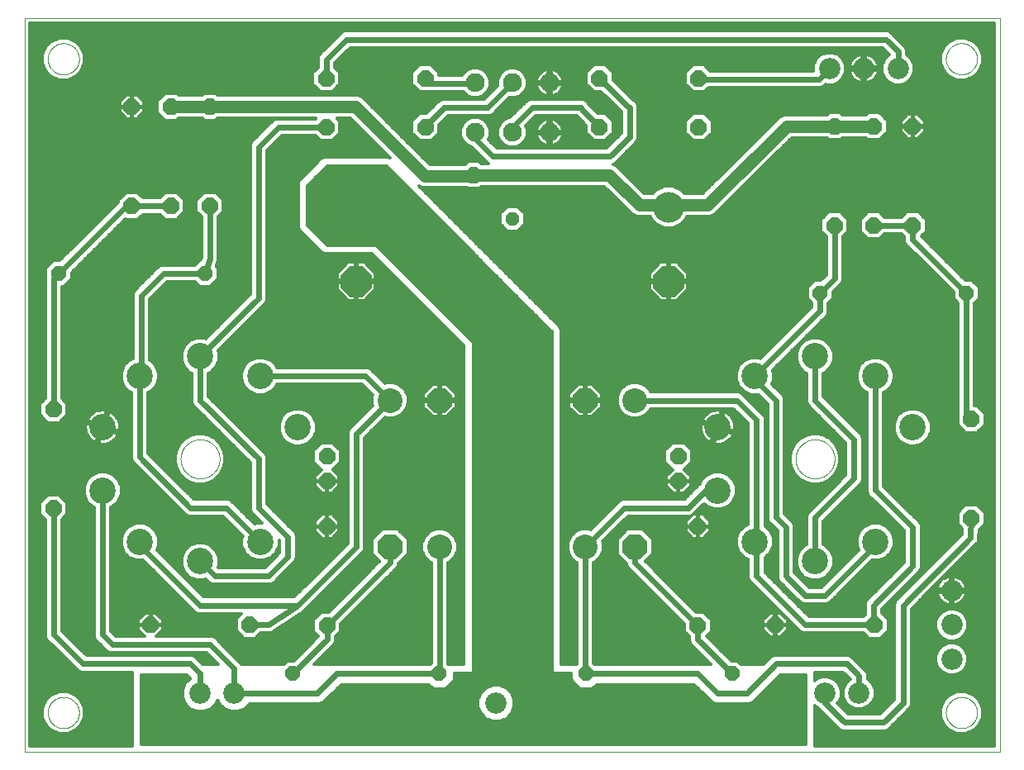
<source format=gtl>
G75*
%MOIN*%
%OFA0B0*%
%FSLAX25Y25*%
%IPPOS*%
%LPD*%
%AMOC8*
5,1,8,0,0,1.08239X$1,22.5*
%
%ADD10C,0.00000*%
%ADD11OC8,0.12400*%
%ADD12C,0.12400*%
%ADD13OC8,0.06000*%
%ADD14C,0.10000*%
%ADD15OC8,0.10000*%
%ADD16OC8,0.06600*%
%ADD17C,0.10630*%
%ADD18C,0.07600*%
%ADD19OC8,0.05600*%
%ADD20C,0.08600*%
%ADD21C,0.02400*%
%ADD22C,0.01600*%
%ADD23C,0.05000*%
%ADD24C,0.01200*%
%ADD25C,0.03169*%
D10*
X0005737Y0005737D02*
X0005737Y0301761D01*
X0399123Y0301761D01*
X0399123Y0005737D01*
X0005737Y0005737D01*
X0015186Y0021485D02*
X0015188Y0021643D01*
X0015194Y0021801D01*
X0015204Y0021959D01*
X0015218Y0022117D01*
X0015236Y0022274D01*
X0015257Y0022431D01*
X0015283Y0022587D01*
X0015313Y0022743D01*
X0015346Y0022898D01*
X0015384Y0023051D01*
X0015425Y0023204D01*
X0015470Y0023356D01*
X0015519Y0023507D01*
X0015572Y0023656D01*
X0015628Y0023804D01*
X0015688Y0023950D01*
X0015752Y0024095D01*
X0015820Y0024238D01*
X0015891Y0024380D01*
X0015965Y0024520D01*
X0016043Y0024657D01*
X0016125Y0024793D01*
X0016209Y0024927D01*
X0016298Y0025058D01*
X0016389Y0025187D01*
X0016484Y0025314D01*
X0016581Y0025439D01*
X0016682Y0025561D01*
X0016786Y0025680D01*
X0016893Y0025797D01*
X0017003Y0025911D01*
X0017116Y0026022D01*
X0017231Y0026131D01*
X0017349Y0026236D01*
X0017470Y0026338D01*
X0017593Y0026438D01*
X0017719Y0026534D01*
X0017847Y0026627D01*
X0017977Y0026717D01*
X0018110Y0026803D01*
X0018245Y0026887D01*
X0018381Y0026966D01*
X0018520Y0027043D01*
X0018661Y0027115D01*
X0018803Y0027185D01*
X0018947Y0027250D01*
X0019093Y0027312D01*
X0019240Y0027370D01*
X0019389Y0027425D01*
X0019539Y0027476D01*
X0019690Y0027523D01*
X0019842Y0027566D01*
X0019995Y0027605D01*
X0020150Y0027641D01*
X0020305Y0027672D01*
X0020461Y0027700D01*
X0020617Y0027724D01*
X0020774Y0027744D01*
X0020932Y0027760D01*
X0021089Y0027772D01*
X0021248Y0027780D01*
X0021406Y0027784D01*
X0021564Y0027784D01*
X0021722Y0027780D01*
X0021881Y0027772D01*
X0022038Y0027760D01*
X0022196Y0027744D01*
X0022353Y0027724D01*
X0022509Y0027700D01*
X0022665Y0027672D01*
X0022820Y0027641D01*
X0022975Y0027605D01*
X0023128Y0027566D01*
X0023280Y0027523D01*
X0023431Y0027476D01*
X0023581Y0027425D01*
X0023730Y0027370D01*
X0023877Y0027312D01*
X0024023Y0027250D01*
X0024167Y0027185D01*
X0024309Y0027115D01*
X0024450Y0027043D01*
X0024589Y0026966D01*
X0024725Y0026887D01*
X0024860Y0026803D01*
X0024993Y0026717D01*
X0025123Y0026627D01*
X0025251Y0026534D01*
X0025377Y0026438D01*
X0025500Y0026338D01*
X0025621Y0026236D01*
X0025739Y0026131D01*
X0025854Y0026022D01*
X0025967Y0025911D01*
X0026077Y0025797D01*
X0026184Y0025680D01*
X0026288Y0025561D01*
X0026389Y0025439D01*
X0026486Y0025314D01*
X0026581Y0025187D01*
X0026672Y0025058D01*
X0026761Y0024927D01*
X0026845Y0024793D01*
X0026927Y0024657D01*
X0027005Y0024520D01*
X0027079Y0024380D01*
X0027150Y0024238D01*
X0027218Y0024095D01*
X0027282Y0023950D01*
X0027342Y0023804D01*
X0027398Y0023656D01*
X0027451Y0023507D01*
X0027500Y0023356D01*
X0027545Y0023204D01*
X0027586Y0023051D01*
X0027624Y0022898D01*
X0027657Y0022743D01*
X0027687Y0022587D01*
X0027713Y0022431D01*
X0027734Y0022274D01*
X0027752Y0022117D01*
X0027766Y0021959D01*
X0027776Y0021801D01*
X0027782Y0021643D01*
X0027784Y0021485D01*
X0027782Y0021327D01*
X0027776Y0021169D01*
X0027766Y0021011D01*
X0027752Y0020853D01*
X0027734Y0020696D01*
X0027713Y0020539D01*
X0027687Y0020383D01*
X0027657Y0020227D01*
X0027624Y0020072D01*
X0027586Y0019919D01*
X0027545Y0019766D01*
X0027500Y0019614D01*
X0027451Y0019463D01*
X0027398Y0019314D01*
X0027342Y0019166D01*
X0027282Y0019020D01*
X0027218Y0018875D01*
X0027150Y0018732D01*
X0027079Y0018590D01*
X0027005Y0018450D01*
X0026927Y0018313D01*
X0026845Y0018177D01*
X0026761Y0018043D01*
X0026672Y0017912D01*
X0026581Y0017783D01*
X0026486Y0017656D01*
X0026389Y0017531D01*
X0026288Y0017409D01*
X0026184Y0017290D01*
X0026077Y0017173D01*
X0025967Y0017059D01*
X0025854Y0016948D01*
X0025739Y0016839D01*
X0025621Y0016734D01*
X0025500Y0016632D01*
X0025377Y0016532D01*
X0025251Y0016436D01*
X0025123Y0016343D01*
X0024993Y0016253D01*
X0024860Y0016167D01*
X0024725Y0016083D01*
X0024589Y0016004D01*
X0024450Y0015927D01*
X0024309Y0015855D01*
X0024167Y0015785D01*
X0024023Y0015720D01*
X0023877Y0015658D01*
X0023730Y0015600D01*
X0023581Y0015545D01*
X0023431Y0015494D01*
X0023280Y0015447D01*
X0023128Y0015404D01*
X0022975Y0015365D01*
X0022820Y0015329D01*
X0022665Y0015298D01*
X0022509Y0015270D01*
X0022353Y0015246D01*
X0022196Y0015226D01*
X0022038Y0015210D01*
X0021881Y0015198D01*
X0021722Y0015190D01*
X0021564Y0015186D01*
X0021406Y0015186D01*
X0021248Y0015190D01*
X0021089Y0015198D01*
X0020932Y0015210D01*
X0020774Y0015226D01*
X0020617Y0015246D01*
X0020461Y0015270D01*
X0020305Y0015298D01*
X0020150Y0015329D01*
X0019995Y0015365D01*
X0019842Y0015404D01*
X0019690Y0015447D01*
X0019539Y0015494D01*
X0019389Y0015545D01*
X0019240Y0015600D01*
X0019093Y0015658D01*
X0018947Y0015720D01*
X0018803Y0015785D01*
X0018661Y0015855D01*
X0018520Y0015927D01*
X0018381Y0016004D01*
X0018245Y0016083D01*
X0018110Y0016167D01*
X0017977Y0016253D01*
X0017847Y0016343D01*
X0017719Y0016436D01*
X0017593Y0016532D01*
X0017470Y0016632D01*
X0017349Y0016734D01*
X0017231Y0016839D01*
X0017116Y0016948D01*
X0017003Y0017059D01*
X0016893Y0017173D01*
X0016786Y0017290D01*
X0016682Y0017409D01*
X0016581Y0017531D01*
X0016484Y0017656D01*
X0016389Y0017783D01*
X0016298Y0017912D01*
X0016209Y0018043D01*
X0016125Y0018177D01*
X0016043Y0018313D01*
X0015965Y0018450D01*
X0015891Y0018590D01*
X0015820Y0018732D01*
X0015752Y0018875D01*
X0015688Y0019020D01*
X0015628Y0019166D01*
X0015572Y0019314D01*
X0015519Y0019463D01*
X0015470Y0019614D01*
X0015425Y0019766D01*
X0015384Y0019919D01*
X0015346Y0020072D01*
X0015313Y0020227D01*
X0015283Y0020383D01*
X0015257Y0020539D01*
X0015236Y0020696D01*
X0015218Y0020853D01*
X0015204Y0021011D01*
X0015194Y0021169D01*
X0015188Y0021327D01*
X0015186Y0021485D01*
X0068729Y0123847D02*
X0068731Y0124040D01*
X0068738Y0124233D01*
X0068750Y0124426D01*
X0068767Y0124619D01*
X0068788Y0124811D01*
X0068814Y0125002D01*
X0068845Y0125193D01*
X0068880Y0125383D01*
X0068920Y0125572D01*
X0068965Y0125760D01*
X0069014Y0125947D01*
X0069068Y0126133D01*
X0069126Y0126317D01*
X0069189Y0126500D01*
X0069257Y0126681D01*
X0069328Y0126860D01*
X0069405Y0127038D01*
X0069485Y0127214D01*
X0069570Y0127387D01*
X0069659Y0127559D01*
X0069752Y0127728D01*
X0069849Y0127895D01*
X0069951Y0128060D01*
X0070056Y0128222D01*
X0070165Y0128381D01*
X0070279Y0128538D01*
X0070396Y0128691D01*
X0070516Y0128842D01*
X0070641Y0128990D01*
X0070769Y0129135D01*
X0070900Y0129276D01*
X0071035Y0129415D01*
X0071174Y0129550D01*
X0071315Y0129681D01*
X0071460Y0129809D01*
X0071608Y0129934D01*
X0071759Y0130054D01*
X0071912Y0130171D01*
X0072069Y0130285D01*
X0072228Y0130394D01*
X0072390Y0130499D01*
X0072555Y0130601D01*
X0072722Y0130698D01*
X0072891Y0130791D01*
X0073063Y0130880D01*
X0073236Y0130965D01*
X0073412Y0131045D01*
X0073590Y0131122D01*
X0073769Y0131193D01*
X0073950Y0131261D01*
X0074133Y0131324D01*
X0074317Y0131382D01*
X0074503Y0131436D01*
X0074690Y0131485D01*
X0074878Y0131530D01*
X0075067Y0131570D01*
X0075257Y0131605D01*
X0075448Y0131636D01*
X0075639Y0131662D01*
X0075831Y0131683D01*
X0076024Y0131700D01*
X0076217Y0131712D01*
X0076410Y0131719D01*
X0076603Y0131721D01*
X0076796Y0131719D01*
X0076989Y0131712D01*
X0077182Y0131700D01*
X0077375Y0131683D01*
X0077567Y0131662D01*
X0077758Y0131636D01*
X0077949Y0131605D01*
X0078139Y0131570D01*
X0078328Y0131530D01*
X0078516Y0131485D01*
X0078703Y0131436D01*
X0078889Y0131382D01*
X0079073Y0131324D01*
X0079256Y0131261D01*
X0079437Y0131193D01*
X0079616Y0131122D01*
X0079794Y0131045D01*
X0079970Y0130965D01*
X0080143Y0130880D01*
X0080315Y0130791D01*
X0080484Y0130698D01*
X0080651Y0130601D01*
X0080816Y0130499D01*
X0080978Y0130394D01*
X0081137Y0130285D01*
X0081294Y0130171D01*
X0081447Y0130054D01*
X0081598Y0129934D01*
X0081746Y0129809D01*
X0081891Y0129681D01*
X0082032Y0129550D01*
X0082171Y0129415D01*
X0082306Y0129276D01*
X0082437Y0129135D01*
X0082565Y0128990D01*
X0082690Y0128842D01*
X0082810Y0128691D01*
X0082927Y0128538D01*
X0083041Y0128381D01*
X0083150Y0128222D01*
X0083255Y0128060D01*
X0083357Y0127895D01*
X0083454Y0127728D01*
X0083547Y0127559D01*
X0083636Y0127387D01*
X0083721Y0127214D01*
X0083801Y0127038D01*
X0083878Y0126860D01*
X0083949Y0126681D01*
X0084017Y0126500D01*
X0084080Y0126317D01*
X0084138Y0126133D01*
X0084192Y0125947D01*
X0084241Y0125760D01*
X0084286Y0125572D01*
X0084326Y0125383D01*
X0084361Y0125193D01*
X0084392Y0125002D01*
X0084418Y0124811D01*
X0084439Y0124619D01*
X0084456Y0124426D01*
X0084468Y0124233D01*
X0084475Y0124040D01*
X0084477Y0123847D01*
X0084475Y0123654D01*
X0084468Y0123461D01*
X0084456Y0123268D01*
X0084439Y0123075D01*
X0084418Y0122883D01*
X0084392Y0122692D01*
X0084361Y0122501D01*
X0084326Y0122311D01*
X0084286Y0122122D01*
X0084241Y0121934D01*
X0084192Y0121747D01*
X0084138Y0121561D01*
X0084080Y0121377D01*
X0084017Y0121194D01*
X0083949Y0121013D01*
X0083878Y0120834D01*
X0083801Y0120656D01*
X0083721Y0120480D01*
X0083636Y0120307D01*
X0083547Y0120135D01*
X0083454Y0119966D01*
X0083357Y0119799D01*
X0083255Y0119634D01*
X0083150Y0119472D01*
X0083041Y0119313D01*
X0082927Y0119156D01*
X0082810Y0119003D01*
X0082690Y0118852D01*
X0082565Y0118704D01*
X0082437Y0118559D01*
X0082306Y0118418D01*
X0082171Y0118279D01*
X0082032Y0118144D01*
X0081891Y0118013D01*
X0081746Y0117885D01*
X0081598Y0117760D01*
X0081447Y0117640D01*
X0081294Y0117523D01*
X0081137Y0117409D01*
X0080978Y0117300D01*
X0080816Y0117195D01*
X0080651Y0117093D01*
X0080484Y0116996D01*
X0080315Y0116903D01*
X0080143Y0116814D01*
X0079970Y0116729D01*
X0079794Y0116649D01*
X0079616Y0116572D01*
X0079437Y0116501D01*
X0079256Y0116433D01*
X0079073Y0116370D01*
X0078889Y0116312D01*
X0078703Y0116258D01*
X0078516Y0116209D01*
X0078328Y0116164D01*
X0078139Y0116124D01*
X0077949Y0116089D01*
X0077758Y0116058D01*
X0077567Y0116032D01*
X0077375Y0116011D01*
X0077182Y0115994D01*
X0076989Y0115982D01*
X0076796Y0115975D01*
X0076603Y0115973D01*
X0076410Y0115975D01*
X0076217Y0115982D01*
X0076024Y0115994D01*
X0075831Y0116011D01*
X0075639Y0116032D01*
X0075448Y0116058D01*
X0075257Y0116089D01*
X0075067Y0116124D01*
X0074878Y0116164D01*
X0074690Y0116209D01*
X0074503Y0116258D01*
X0074317Y0116312D01*
X0074133Y0116370D01*
X0073950Y0116433D01*
X0073769Y0116501D01*
X0073590Y0116572D01*
X0073412Y0116649D01*
X0073236Y0116729D01*
X0073063Y0116814D01*
X0072891Y0116903D01*
X0072722Y0116996D01*
X0072555Y0117093D01*
X0072390Y0117195D01*
X0072228Y0117300D01*
X0072069Y0117409D01*
X0071912Y0117523D01*
X0071759Y0117640D01*
X0071608Y0117760D01*
X0071460Y0117885D01*
X0071315Y0118013D01*
X0071174Y0118144D01*
X0071035Y0118279D01*
X0070900Y0118418D01*
X0070769Y0118559D01*
X0070641Y0118704D01*
X0070516Y0118852D01*
X0070396Y0119003D01*
X0070279Y0119156D01*
X0070165Y0119313D01*
X0070056Y0119472D01*
X0069951Y0119634D01*
X0069849Y0119799D01*
X0069752Y0119966D01*
X0069659Y0120135D01*
X0069570Y0120307D01*
X0069485Y0120480D01*
X0069405Y0120656D01*
X0069328Y0120834D01*
X0069257Y0121013D01*
X0069189Y0121194D01*
X0069126Y0121377D01*
X0069068Y0121561D01*
X0069014Y0121747D01*
X0068965Y0121934D01*
X0068920Y0122122D01*
X0068880Y0122311D01*
X0068845Y0122501D01*
X0068814Y0122692D01*
X0068788Y0122883D01*
X0068767Y0123075D01*
X0068750Y0123268D01*
X0068738Y0123461D01*
X0068731Y0123654D01*
X0068729Y0123847D01*
X0015186Y0285265D02*
X0015188Y0285423D01*
X0015194Y0285581D01*
X0015204Y0285739D01*
X0015218Y0285897D01*
X0015236Y0286054D01*
X0015257Y0286211D01*
X0015283Y0286367D01*
X0015313Y0286523D01*
X0015346Y0286678D01*
X0015384Y0286831D01*
X0015425Y0286984D01*
X0015470Y0287136D01*
X0015519Y0287287D01*
X0015572Y0287436D01*
X0015628Y0287584D01*
X0015688Y0287730D01*
X0015752Y0287875D01*
X0015820Y0288018D01*
X0015891Y0288160D01*
X0015965Y0288300D01*
X0016043Y0288437D01*
X0016125Y0288573D01*
X0016209Y0288707D01*
X0016298Y0288838D01*
X0016389Y0288967D01*
X0016484Y0289094D01*
X0016581Y0289219D01*
X0016682Y0289341D01*
X0016786Y0289460D01*
X0016893Y0289577D01*
X0017003Y0289691D01*
X0017116Y0289802D01*
X0017231Y0289911D01*
X0017349Y0290016D01*
X0017470Y0290118D01*
X0017593Y0290218D01*
X0017719Y0290314D01*
X0017847Y0290407D01*
X0017977Y0290497D01*
X0018110Y0290583D01*
X0018245Y0290667D01*
X0018381Y0290746D01*
X0018520Y0290823D01*
X0018661Y0290895D01*
X0018803Y0290965D01*
X0018947Y0291030D01*
X0019093Y0291092D01*
X0019240Y0291150D01*
X0019389Y0291205D01*
X0019539Y0291256D01*
X0019690Y0291303D01*
X0019842Y0291346D01*
X0019995Y0291385D01*
X0020150Y0291421D01*
X0020305Y0291452D01*
X0020461Y0291480D01*
X0020617Y0291504D01*
X0020774Y0291524D01*
X0020932Y0291540D01*
X0021089Y0291552D01*
X0021248Y0291560D01*
X0021406Y0291564D01*
X0021564Y0291564D01*
X0021722Y0291560D01*
X0021881Y0291552D01*
X0022038Y0291540D01*
X0022196Y0291524D01*
X0022353Y0291504D01*
X0022509Y0291480D01*
X0022665Y0291452D01*
X0022820Y0291421D01*
X0022975Y0291385D01*
X0023128Y0291346D01*
X0023280Y0291303D01*
X0023431Y0291256D01*
X0023581Y0291205D01*
X0023730Y0291150D01*
X0023877Y0291092D01*
X0024023Y0291030D01*
X0024167Y0290965D01*
X0024309Y0290895D01*
X0024450Y0290823D01*
X0024589Y0290746D01*
X0024725Y0290667D01*
X0024860Y0290583D01*
X0024993Y0290497D01*
X0025123Y0290407D01*
X0025251Y0290314D01*
X0025377Y0290218D01*
X0025500Y0290118D01*
X0025621Y0290016D01*
X0025739Y0289911D01*
X0025854Y0289802D01*
X0025967Y0289691D01*
X0026077Y0289577D01*
X0026184Y0289460D01*
X0026288Y0289341D01*
X0026389Y0289219D01*
X0026486Y0289094D01*
X0026581Y0288967D01*
X0026672Y0288838D01*
X0026761Y0288707D01*
X0026845Y0288573D01*
X0026927Y0288437D01*
X0027005Y0288300D01*
X0027079Y0288160D01*
X0027150Y0288018D01*
X0027218Y0287875D01*
X0027282Y0287730D01*
X0027342Y0287584D01*
X0027398Y0287436D01*
X0027451Y0287287D01*
X0027500Y0287136D01*
X0027545Y0286984D01*
X0027586Y0286831D01*
X0027624Y0286678D01*
X0027657Y0286523D01*
X0027687Y0286367D01*
X0027713Y0286211D01*
X0027734Y0286054D01*
X0027752Y0285897D01*
X0027766Y0285739D01*
X0027776Y0285581D01*
X0027782Y0285423D01*
X0027784Y0285265D01*
X0027782Y0285107D01*
X0027776Y0284949D01*
X0027766Y0284791D01*
X0027752Y0284633D01*
X0027734Y0284476D01*
X0027713Y0284319D01*
X0027687Y0284163D01*
X0027657Y0284007D01*
X0027624Y0283852D01*
X0027586Y0283699D01*
X0027545Y0283546D01*
X0027500Y0283394D01*
X0027451Y0283243D01*
X0027398Y0283094D01*
X0027342Y0282946D01*
X0027282Y0282800D01*
X0027218Y0282655D01*
X0027150Y0282512D01*
X0027079Y0282370D01*
X0027005Y0282230D01*
X0026927Y0282093D01*
X0026845Y0281957D01*
X0026761Y0281823D01*
X0026672Y0281692D01*
X0026581Y0281563D01*
X0026486Y0281436D01*
X0026389Y0281311D01*
X0026288Y0281189D01*
X0026184Y0281070D01*
X0026077Y0280953D01*
X0025967Y0280839D01*
X0025854Y0280728D01*
X0025739Y0280619D01*
X0025621Y0280514D01*
X0025500Y0280412D01*
X0025377Y0280312D01*
X0025251Y0280216D01*
X0025123Y0280123D01*
X0024993Y0280033D01*
X0024860Y0279947D01*
X0024725Y0279863D01*
X0024589Y0279784D01*
X0024450Y0279707D01*
X0024309Y0279635D01*
X0024167Y0279565D01*
X0024023Y0279500D01*
X0023877Y0279438D01*
X0023730Y0279380D01*
X0023581Y0279325D01*
X0023431Y0279274D01*
X0023280Y0279227D01*
X0023128Y0279184D01*
X0022975Y0279145D01*
X0022820Y0279109D01*
X0022665Y0279078D01*
X0022509Y0279050D01*
X0022353Y0279026D01*
X0022196Y0279006D01*
X0022038Y0278990D01*
X0021881Y0278978D01*
X0021722Y0278970D01*
X0021564Y0278966D01*
X0021406Y0278966D01*
X0021248Y0278970D01*
X0021089Y0278978D01*
X0020932Y0278990D01*
X0020774Y0279006D01*
X0020617Y0279026D01*
X0020461Y0279050D01*
X0020305Y0279078D01*
X0020150Y0279109D01*
X0019995Y0279145D01*
X0019842Y0279184D01*
X0019690Y0279227D01*
X0019539Y0279274D01*
X0019389Y0279325D01*
X0019240Y0279380D01*
X0019093Y0279438D01*
X0018947Y0279500D01*
X0018803Y0279565D01*
X0018661Y0279635D01*
X0018520Y0279707D01*
X0018381Y0279784D01*
X0018245Y0279863D01*
X0018110Y0279947D01*
X0017977Y0280033D01*
X0017847Y0280123D01*
X0017719Y0280216D01*
X0017593Y0280312D01*
X0017470Y0280412D01*
X0017349Y0280514D01*
X0017231Y0280619D01*
X0017116Y0280728D01*
X0017003Y0280839D01*
X0016893Y0280953D01*
X0016786Y0281070D01*
X0016682Y0281189D01*
X0016581Y0281311D01*
X0016484Y0281436D01*
X0016389Y0281563D01*
X0016298Y0281692D01*
X0016209Y0281823D01*
X0016125Y0281957D01*
X0016043Y0282093D01*
X0015965Y0282230D01*
X0015891Y0282370D01*
X0015820Y0282512D01*
X0015752Y0282655D01*
X0015688Y0282800D01*
X0015628Y0282946D01*
X0015572Y0283094D01*
X0015519Y0283243D01*
X0015470Y0283394D01*
X0015425Y0283546D01*
X0015384Y0283699D01*
X0015346Y0283852D01*
X0015313Y0284007D01*
X0015283Y0284163D01*
X0015257Y0284319D01*
X0015236Y0284476D01*
X0015218Y0284633D01*
X0015204Y0284791D01*
X0015194Y0284949D01*
X0015188Y0285107D01*
X0015186Y0285265D01*
X0316761Y0123847D02*
X0316763Y0124040D01*
X0316770Y0124233D01*
X0316782Y0124426D01*
X0316799Y0124619D01*
X0316820Y0124811D01*
X0316846Y0125002D01*
X0316877Y0125193D01*
X0316912Y0125383D01*
X0316952Y0125572D01*
X0316997Y0125760D01*
X0317046Y0125947D01*
X0317100Y0126133D01*
X0317158Y0126317D01*
X0317221Y0126500D01*
X0317289Y0126681D01*
X0317360Y0126860D01*
X0317437Y0127038D01*
X0317517Y0127214D01*
X0317602Y0127387D01*
X0317691Y0127559D01*
X0317784Y0127728D01*
X0317881Y0127895D01*
X0317983Y0128060D01*
X0318088Y0128222D01*
X0318197Y0128381D01*
X0318311Y0128538D01*
X0318428Y0128691D01*
X0318548Y0128842D01*
X0318673Y0128990D01*
X0318801Y0129135D01*
X0318932Y0129276D01*
X0319067Y0129415D01*
X0319206Y0129550D01*
X0319347Y0129681D01*
X0319492Y0129809D01*
X0319640Y0129934D01*
X0319791Y0130054D01*
X0319944Y0130171D01*
X0320101Y0130285D01*
X0320260Y0130394D01*
X0320422Y0130499D01*
X0320587Y0130601D01*
X0320754Y0130698D01*
X0320923Y0130791D01*
X0321095Y0130880D01*
X0321268Y0130965D01*
X0321444Y0131045D01*
X0321622Y0131122D01*
X0321801Y0131193D01*
X0321982Y0131261D01*
X0322165Y0131324D01*
X0322349Y0131382D01*
X0322535Y0131436D01*
X0322722Y0131485D01*
X0322910Y0131530D01*
X0323099Y0131570D01*
X0323289Y0131605D01*
X0323480Y0131636D01*
X0323671Y0131662D01*
X0323863Y0131683D01*
X0324056Y0131700D01*
X0324249Y0131712D01*
X0324442Y0131719D01*
X0324635Y0131721D01*
X0324828Y0131719D01*
X0325021Y0131712D01*
X0325214Y0131700D01*
X0325407Y0131683D01*
X0325599Y0131662D01*
X0325790Y0131636D01*
X0325981Y0131605D01*
X0326171Y0131570D01*
X0326360Y0131530D01*
X0326548Y0131485D01*
X0326735Y0131436D01*
X0326921Y0131382D01*
X0327105Y0131324D01*
X0327288Y0131261D01*
X0327469Y0131193D01*
X0327648Y0131122D01*
X0327826Y0131045D01*
X0328002Y0130965D01*
X0328175Y0130880D01*
X0328347Y0130791D01*
X0328516Y0130698D01*
X0328683Y0130601D01*
X0328848Y0130499D01*
X0329010Y0130394D01*
X0329169Y0130285D01*
X0329326Y0130171D01*
X0329479Y0130054D01*
X0329630Y0129934D01*
X0329778Y0129809D01*
X0329923Y0129681D01*
X0330064Y0129550D01*
X0330203Y0129415D01*
X0330338Y0129276D01*
X0330469Y0129135D01*
X0330597Y0128990D01*
X0330722Y0128842D01*
X0330842Y0128691D01*
X0330959Y0128538D01*
X0331073Y0128381D01*
X0331182Y0128222D01*
X0331287Y0128060D01*
X0331389Y0127895D01*
X0331486Y0127728D01*
X0331579Y0127559D01*
X0331668Y0127387D01*
X0331753Y0127214D01*
X0331833Y0127038D01*
X0331910Y0126860D01*
X0331981Y0126681D01*
X0332049Y0126500D01*
X0332112Y0126317D01*
X0332170Y0126133D01*
X0332224Y0125947D01*
X0332273Y0125760D01*
X0332318Y0125572D01*
X0332358Y0125383D01*
X0332393Y0125193D01*
X0332424Y0125002D01*
X0332450Y0124811D01*
X0332471Y0124619D01*
X0332488Y0124426D01*
X0332500Y0124233D01*
X0332507Y0124040D01*
X0332509Y0123847D01*
X0332507Y0123654D01*
X0332500Y0123461D01*
X0332488Y0123268D01*
X0332471Y0123075D01*
X0332450Y0122883D01*
X0332424Y0122692D01*
X0332393Y0122501D01*
X0332358Y0122311D01*
X0332318Y0122122D01*
X0332273Y0121934D01*
X0332224Y0121747D01*
X0332170Y0121561D01*
X0332112Y0121377D01*
X0332049Y0121194D01*
X0331981Y0121013D01*
X0331910Y0120834D01*
X0331833Y0120656D01*
X0331753Y0120480D01*
X0331668Y0120307D01*
X0331579Y0120135D01*
X0331486Y0119966D01*
X0331389Y0119799D01*
X0331287Y0119634D01*
X0331182Y0119472D01*
X0331073Y0119313D01*
X0330959Y0119156D01*
X0330842Y0119003D01*
X0330722Y0118852D01*
X0330597Y0118704D01*
X0330469Y0118559D01*
X0330338Y0118418D01*
X0330203Y0118279D01*
X0330064Y0118144D01*
X0329923Y0118013D01*
X0329778Y0117885D01*
X0329630Y0117760D01*
X0329479Y0117640D01*
X0329326Y0117523D01*
X0329169Y0117409D01*
X0329010Y0117300D01*
X0328848Y0117195D01*
X0328683Y0117093D01*
X0328516Y0116996D01*
X0328347Y0116903D01*
X0328175Y0116814D01*
X0328002Y0116729D01*
X0327826Y0116649D01*
X0327648Y0116572D01*
X0327469Y0116501D01*
X0327288Y0116433D01*
X0327105Y0116370D01*
X0326921Y0116312D01*
X0326735Y0116258D01*
X0326548Y0116209D01*
X0326360Y0116164D01*
X0326171Y0116124D01*
X0325981Y0116089D01*
X0325790Y0116058D01*
X0325599Y0116032D01*
X0325407Y0116011D01*
X0325214Y0115994D01*
X0325021Y0115982D01*
X0324828Y0115975D01*
X0324635Y0115973D01*
X0324442Y0115975D01*
X0324249Y0115982D01*
X0324056Y0115994D01*
X0323863Y0116011D01*
X0323671Y0116032D01*
X0323480Y0116058D01*
X0323289Y0116089D01*
X0323099Y0116124D01*
X0322910Y0116164D01*
X0322722Y0116209D01*
X0322535Y0116258D01*
X0322349Y0116312D01*
X0322165Y0116370D01*
X0321982Y0116433D01*
X0321801Y0116501D01*
X0321622Y0116572D01*
X0321444Y0116649D01*
X0321268Y0116729D01*
X0321095Y0116814D01*
X0320923Y0116903D01*
X0320754Y0116996D01*
X0320587Y0117093D01*
X0320422Y0117195D01*
X0320260Y0117300D01*
X0320101Y0117409D01*
X0319944Y0117523D01*
X0319791Y0117640D01*
X0319640Y0117760D01*
X0319492Y0117885D01*
X0319347Y0118013D01*
X0319206Y0118144D01*
X0319067Y0118279D01*
X0318932Y0118418D01*
X0318801Y0118559D01*
X0318673Y0118704D01*
X0318548Y0118852D01*
X0318428Y0119003D01*
X0318311Y0119156D01*
X0318197Y0119313D01*
X0318088Y0119472D01*
X0317983Y0119634D01*
X0317881Y0119799D01*
X0317784Y0119966D01*
X0317691Y0120135D01*
X0317602Y0120307D01*
X0317517Y0120480D01*
X0317437Y0120656D01*
X0317360Y0120834D01*
X0317289Y0121013D01*
X0317221Y0121194D01*
X0317158Y0121377D01*
X0317100Y0121561D01*
X0317046Y0121747D01*
X0316997Y0121934D01*
X0316952Y0122122D01*
X0316912Y0122311D01*
X0316877Y0122501D01*
X0316846Y0122692D01*
X0316820Y0122883D01*
X0316799Y0123075D01*
X0316782Y0123268D01*
X0316770Y0123461D01*
X0316763Y0123654D01*
X0316761Y0123847D01*
X0377391Y0021485D02*
X0377393Y0021643D01*
X0377399Y0021801D01*
X0377409Y0021959D01*
X0377423Y0022117D01*
X0377441Y0022274D01*
X0377462Y0022431D01*
X0377488Y0022587D01*
X0377518Y0022743D01*
X0377551Y0022898D01*
X0377589Y0023051D01*
X0377630Y0023204D01*
X0377675Y0023356D01*
X0377724Y0023507D01*
X0377777Y0023656D01*
X0377833Y0023804D01*
X0377893Y0023950D01*
X0377957Y0024095D01*
X0378025Y0024238D01*
X0378096Y0024380D01*
X0378170Y0024520D01*
X0378248Y0024657D01*
X0378330Y0024793D01*
X0378414Y0024927D01*
X0378503Y0025058D01*
X0378594Y0025187D01*
X0378689Y0025314D01*
X0378786Y0025439D01*
X0378887Y0025561D01*
X0378991Y0025680D01*
X0379098Y0025797D01*
X0379208Y0025911D01*
X0379321Y0026022D01*
X0379436Y0026131D01*
X0379554Y0026236D01*
X0379675Y0026338D01*
X0379798Y0026438D01*
X0379924Y0026534D01*
X0380052Y0026627D01*
X0380182Y0026717D01*
X0380315Y0026803D01*
X0380450Y0026887D01*
X0380586Y0026966D01*
X0380725Y0027043D01*
X0380866Y0027115D01*
X0381008Y0027185D01*
X0381152Y0027250D01*
X0381298Y0027312D01*
X0381445Y0027370D01*
X0381594Y0027425D01*
X0381744Y0027476D01*
X0381895Y0027523D01*
X0382047Y0027566D01*
X0382200Y0027605D01*
X0382355Y0027641D01*
X0382510Y0027672D01*
X0382666Y0027700D01*
X0382822Y0027724D01*
X0382979Y0027744D01*
X0383137Y0027760D01*
X0383294Y0027772D01*
X0383453Y0027780D01*
X0383611Y0027784D01*
X0383769Y0027784D01*
X0383927Y0027780D01*
X0384086Y0027772D01*
X0384243Y0027760D01*
X0384401Y0027744D01*
X0384558Y0027724D01*
X0384714Y0027700D01*
X0384870Y0027672D01*
X0385025Y0027641D01*
X0385180Y0027605D01*
X0385333Y0027566D01*
X0385485Y0027523D01*
X0385636Y0027476D01*
X0385786Y0027425D01*
X0385935Y0027370D01*
X0386082Y0027312D01*
X0386228Y0027250D01*
X0386372Y0027185D01*
X0386514Y0027115D01*
X0386655Y0027043D01*
X0386794Y0026966D01*
X0386930Y0026887D01*
X0387065Y0026803D01*
X0387198Y0026717D01*
X0387328Y0026627D01*
X0387456Y0026534D01*
X0387582Y0026438D01*
X0387705Y0026338D01*
X0387826Y0026236D01*
X0387944Y0026131D01*
X0388059Y0026022D01*
X0388172Y0025911D01*
X0388282Y0025797D01*
X0388389Y0025680D01*
X0388493Y0025561D01*
X0388594Y0025439D01*
X0388691Y0025314D01*
X0388786Y0025187D01*
X0388877Y0025058D01*
X0388966Y0024927D01*
X0389050Y0024793D01*
X0389132Y0024657D01*
X0389210Y0024520D01*
X0389284Y0024380D01*
X0389355Y0024238D01*
X0389423Y0024095D01*
X0389487Y0023950D01*
X0389547Y0023804D01*
X0389603Y0023656D01*
X0389656Y0023507D01*
X0389705Y0023356D01*
X0389750Y0023204D01*
X0389791Y0023051D01*
X0389829Y0022898D01*
X0389862Y0022743D01*
X0389892Y0022587D01*
X0389918Y0022431D01*
X0389939Y0022274D01*
X0389957Y0022117D01*
X0389971Y0021959D01*
X0389981Y0021801D01*
X0389987Y0021643D01*
X0389989Y0021485D01*
X0389987Y0021327D01*
X0389981Y0021169D01*
X0389971Y0021011D01*
X0389957Y0020853D01*
X0389939Y0020696D01*
X0389918Y0020539D01*
X0389892Y0020383D01*
X0389862Y0020227D01*
X0389829Y0020072D01*
X0389791Y0019919D01*
X0389750Y0019766D01*
X0389705Y0019614D01*
X0389656Y0019463D01*
X0389603Y0019314D01*
X0389547Y0019166D01*
X0389487Y0019020D01*
X0389423Y0018875D01*
X0389355Y0018732D01*
X0389284Y0018590D01*
X0389210Y0018450D01*
X0389132Y0018313D01*
X0389050Y0018177D01*
X0388966Y0018043D01*
X0388877Y0017912D01*
X0388786Y0017783D01*
X0388691Y0017656D01*
X0388594Y0017531D01*
X0388493Y0017409D01*
X0388389Y0017290D01*
X0388282Y0017173D01*
X0388172Y0017059D01*
X0388059Y0016948D01*
X0387944Y0016839D01*
X0387826Y0016734D01*
X0387705Y0016632D01*
X0387582Y0016532D01*
X0387456Y0016436D01*
X0387328Y0016343D01*
X0387198Y0016253D01*
X0387065Y0016167D01*
X0386930Y0016083D01*
X0386794Y0016004D01*
X0386655Y0015927D01*
X0386514Y0015855D01*
X0386372Y0015785D01*
X0386228Y0015720D01*
X0386082Y0015658D01*
X0385935Y0015600D01*
X0385786Y0015545D01*
X0385636Y0015494D01*
X0385485Y0015447D01*
X0385333Y0015404D01*
X0385180Y0015365D01*
X0385025Y0015329D01*
X0384870Y0015298D01*
X0384714Y0015270D01*
X0384558Y0015246D01*
X0384401Y0015226D01*
X0384243Y0015210D01*
X0384086Y0015198D01*
X0383927Y0015190D01*
X0383769Y0015186D01*
X0383611Y0015186D01*
X0383453Y0015190D01*
X0383294Y0015198D01*
X0383137Y0015210D01*
X0382979Y0015226D01*
X0382822Y0015246D01*
X0382666Y0015270D01*
X0382510Y0015298D01*
X0382355Y0015329D01*
X0382200Y0015365D01*
X0382047Y0015404D01*
X0381895Y0015447D01*
X0381744Y0015494D01*
X0381594Y0015545D01*
X0381445Y0015600D01*
X0381298Y0015658D01*
X0381152Y0015720D01*
X0381008Y0015785D01*
X0380866Y0015855D01*
X0380725Y0015927D01*
X0380586Y0016004D01*
X0380450Y0016083D01*
X0380315Y0016167D01*
X0380182Y0016253D01*
X0380052Y0016343D01*
X0379924Y0016436D01*
X0379798Y0016532D01*
X0379675Y0016632D01*
X0379554Y0016734D01*
X0379436Y0016839D01*
X0379321Y0016948D01*
X0379208Y0017059D01*
X0379098Y0017173D01*
X0378991Y0017290D01*
X0378887Y0017409D01*
X0378786Y0017531D01*
X0378689Y0017656D01*
X0378594Y0017783D01*
X0378503Y0017912D01*
X0378414Y0018043D01*
X0378330Y0018177D01*
X0378248Y0018313D01*
X0378170Y0018450D01*
X0378096Y0018590D01*
X0378025Y0018732D01*
X0377957Y0018875D01*
X0377893Y0019020D01*
X0377833Y0019166D01*
X0377777Y0019314D01*
X0377724Y0019463D01*
X0377675Y0019614D01*
X0377630Y0019766D01*
X0377589Y0019919D01*
X0377551Y0020072D01*
X0377518Y0020227D01*
X0377488Y0020383D01*
X0377462Y0020539D01*
X0377441Y0020696D01*
X0377423Y0020853D01*
X0377409Y0021011D01*
X0377399Y0021169D01*
X0377393Y0021327D01*
X0377391Y0021485D01*
X0377391Y0285265D02*
X0377393Y0285423D01*
X0377399Y0285581D01*
X0377409Y0285739D01*
X0377423Y0285897D01*
X0377441Y0286054D01*
X0377462Y0286211D01*
X0377488Y0286367D01*
X0377518Y0286523D01*
X0377551Y0286678D01*
X0377589Y0286831D01*
X0377630Y0286984D01*
X0377675Y0287136D01*
X0377724Y0287287D01*
X0377777Y0287436D01*
X0377833Y0287584D01*
X0377893Y0287730D01*
X0377957Y0287875D01*
X0378025Y0288018D01*
X0378096Y0288160D01*
X0378170Y0288300D01*
X0378248Y0288437D01*
X0378330Y0288573D01*
X0378414Y0288707D01*
X0378503Y0288838D01*
X0378594Y0288967D01*
X0378689Y0289094D01*
X0378786Y0289219D01*
X0378887Y0289341D01*
X0378991Y0289460D01*
X0379098Y0289577D01*
X0379208Y0289691D01*
X0379321Y0289802D01*
X0379436Y0289911D01*
X0379554Y0290016D01*
X0379675Y0290118D01*
X0379798Y0290218D01*
X0379924Y0290314D01*
X0380052Y0290407D01*
X0380182Y0290497D01*
X0380315Y0290583D01*
X0380450Y0290667D01*
X0380586Y0290746D01*
X0380725Y0290823D01*
X0380866Y0290895D01*
X0381008Y0290965D01*
X0381152Y0291030D01*
X0381298Y0291092D01*
X0381445Y0291150D01*
X0381594Y0291205D01*
X0381744Y0291256D01*
X0381895Y0291303D01*
X0382047Y0291346D01*
X0382200Y0291385D01*
X0382355Y0291421D01*
X0382510Y0291452D01*
X0382666Y0291480D01*
X0382822Y0291504D01*
X0382979Y0291524D01*
X0383137Y0291540D01*
X0383294Y0291552D01*
X0383453Y0291560D01*
X0383611Y0291564D01*
X0383769Y0291564D01*
X0383927Y0291560D01*
X0384086Y0291552D01*
X0384243Y0291540D01*
X0384401Y0291524D01*
X0384558Y0291504D01*
X0384714Y0291480D01*
X0384870Y0291452D01*
X0385025Y0291421D01*
X0385180Y0291385D01*
X0385333Y0291346D01*
X0385485Y0291303D01*
X0385636Y0291256D01*
X0385786Y0291205D01*
X0385935Y0291150D01*
X0386082Y0291092D01*
X0386228Y0291030D01*
X0386372Y0290965D01*
X0386514Y0290895D01*
X0386655Y0290823D01*
X0386794Y0290746D01*
X0386930Y0290667D01*
X0387065Y0290583D01*
X0387198Y0290497D01*
X0387328Y0290407D01*
X0387456Y0290314D01*
X0387582Y0290218D01*
X0387705Y0290118D01*
X0387826Y0290016D01*
X0387944Y0289911D01*
X0388059Y0289802D01*
X0388172Y0289691D01*
X0388282Y0289577D01*
X0388389Y0289460D01*
X0388493Y0289341D01*
X0388594Y0289219D01*
X0388691Y0289094D01*
X0388786Y0288967D01*
X0388877Y0288838D01*
X0388966Y0288707D01*
X0389050Y0288573D01*
X0389132Y0288437D01*
X0389210Y0288300D01*
X0389284Y0288160D01*
X0389355Y0288018D01*
X0389423Y0287875D01*
X0389487Y0287730D01*
X0389547Y0287584D01*
X0389603Y0287436D01*
X0389656Y0287287D01*
X0389705Y0287136D01*
X0389750Y0286984D01*
X0389791Y0286831D01*
X0389829Y0286678D01*
X0389862Y0286523D01*
X0389892Y0286367D01*
X0389918Y0286211D01*
X0389939Y0286054D01*
X0389957Y0285897D01*
X0389971Y0285739D01*
X0389981Y0285581D01*
X0389987Y0285423D01*
X0389989Y0285265D01*
X0389987Y0285107D01*
X0389981Y0284949D01*
X0389971Y0284791D01*
X0389957Y0284633D01*
X0389939Y0284476D01*
X0389918Y0284319D01*
X0389892Y0284163D01*
X0389862Y0284007D01*
X0389829Y0283852D01*
X0389791Y0283699D01*
X0389750Y0283546D01*
X0389705Y0283394D01*
X0389656Y0283243D01*
X0389603Y0283094D01*
X0389547Y0282946D01*
X0389487Y0282800D01*
X0389423Y0282655D01*
X0389355Y0282512D01*
X0389284Y0282370D01*
X0389210Y0282230D01*
X0389132Y0282093D01*
X0389050Y0281957D01*
X0388966Y0281823D01*
X0388877Y0281692D01*
X0388786Y0281563D01*
X0388691Y0281436D01*
X0388594Y0281311D01*
X0388493Y0281189D01*
X0388389Y0281070D01*
X0388282Y0280953D01*
X0388172Y0280839D01*
X0388059Y0280728D01*
X0387944Y0280619D01*
X0387826Y0280514D01*
X0387705Y0280412D01*
X0387582Y0280312D01*
X0387456Y0280216D01*
X0387328Y0280123D01*
X0387198Y0280033D01*
X0387065Y0279947D01*
X0386930Y0279863D01*
X0386794Y0279784D01*
X0386655Y0279707D01*
X0386514Y0279635D01*
X0386372Y0279565D01*
X0386228Y0279500D01*
X0386082Y0279438D01*
X0385935Y0279380D01*
X0385786Y0279325D01*
X0385636Y0279274D01*
X0385485Y0279227D01*
X0385333Y0279184D01*
X0385180Y0279145D01*
X0385025Y0279109D01*
X0384870Y0279078D01*
X0384714Y0279050D01*
X0384558Y0279026D01*
X0384401Y0279006D01*
X0384243Y0278990D01*
X0384086Y0278978D01*
X0383927Y0278970D01*
X0383769Y0278966D01*
X0383611Y0278966D01*
X0383453Y0278970D01*
X0383294Y0278978D01*
X0383137Y0278990D01*
X0382979Y0279006D01*
X0382822Y0279026D01*
X0382666Y0279050D01*
X0382510Y0279078D01*
X0382355Y0279109D01*
X0382200Y0279145D01*
X0382047Y0279184D01*
X0381895Y0279227D01*
X0381744Y0279274D01*
X0381594Y0279325D01*
X0381445Y0279380D01*
X0381298Y0279438D01*
X0381152Y0279500D01*
X0381008Y0279565D01*
X0380866Y0279635D01*
X0380725Y0279707D01*
X0380586Y0279784D01*
X0380450Y0279863D01*
X0380315Y0279947D01*
X0380182Y0280033D01*
X0380052Y0280123D01*
X0379924Y0280216D01*
X0379798Y0280312D01*
X0379675Y0280412D01*
X0379554Y0280514D01*
X0379436Y0280619D01*
X0379321Y0280728D01*
X0379208Y0280839D01*
X0379098Y0280953D01*
X0378991Y0281070D01*
X0378887Y0281189D01*
X0378786Y0281311D01*
X0378689Y0281436D01*
X0378594Y0281563D01*
X0378503Y0281692D01*
X0378414Y0281823D01*
X0378330Y0281957D01*
X0378248Y0282093D01*
X0378170Y0282230D01*
X0378096Y0282370D01*
X0378025Y0282512D01*
X0377957Y0282655D01*
X0377893Y0282800D01*
X0377833Y0282946D01*
X0377777Y0283094D01*
X0377724Y0283243D01*
X0377675Y0283394D01*
X0377630Y0283546D01*
X0377589Y0283699D01*
X0377551Y0283852D01*
X0377518Y0284007D01*
X0377488Y0284163D01*
X0377462Y0284319D01*
X0377441Y0284476D01*
X0377423Y0284633D01*
X0377409Y0284791D01*
X0377399Y0284949D01*
X0377393Y0285107D01*
X0377391Y0285265D01*
D11*
X0265580Y0195461D03*
X0139595Y0195461D03*
D12*
X0139595Y0225461D03*
X0265580Y0225461D03*
D13*
X0326631Y0190776D03*
X0385631Y0190776D03*
X0291143Y0037233D03*
X0232143Y0037233D03*
X0173032Y0037233D03*
X0114032Y0037233D03*
X0078544Y0198650D03*
X0019544Y0198650D03*
D14*
X0153217Y0147469D03*
X0173217Y0088414D03*
X0231957Y0088414D03*
X0251957Y0147469D03*
D15*
X0231957Y0147469D03*
X0173217Y0147469D03*
X0153217Y0088414D03*
X0251957Y0088414D03*
D16*
X0277391Y0096603D03*
X0269517Y0114910D03*
X0269517Y0124910D03*
X0277391Y0056603D03*
X0308572Y0056918D03*
X0348572Y0056918D03*
X0387627Y0099910D03*
X0387627Y0139910D03*
X0364005Y0218020D03*
X0348257Y0218020D03*
X0332509Y0218020D03*
X0332509Y0258020D03*
X0348257Y0258020D03*
X0364005Y0258020D03*
X0277706Y0257706D03*
X0277706Y0277391D03*
X0237706Y0277391D03*
X0237706Y0257706D03*
X0186839Y0238335D03*
X0167469Y0257706D03*
X0167469Y0277391D03*
X0127469Y0277391D03*
X0127469Y0257706D03*
X0080540Y0265894D03*
X0064792Y0265894D03*
X0049044Y0265894D03*
X0049044Y0225894D03*
X0064792Y0225894D03*
X0080540Y0225894D03*
X0017548Y0143847D03*
X0017548Y0103847D03*
X0056603Y0056918D03*
X0096603Y0056918D03*
X0127784Y0056603D03*
X0127784Y0096603D03*
X0127784Y0114910D03*
X0127784Y0124910D03*
X0186839Y0198335D03*
D17*
X0115918Y0136621D03*
X0100901Y0157290D03*
X0076603Y0165185D03*
X0052306Y0157291D03*
X0037289Y0136621D03*
X0037288Y0111073D03*
X0052305Y0090404D03*
X0076603Y0082509D03*
X0100901Y0090404D03*
X0285320Y0111073D03*
X0300337Y0090404D03*
X0324635Y0082509D03*
X0348933Y0090404D03*
X0363949Y0136621D03*
X0348933Y0157290D03*
X0324635Y0165185D03*
X0300337Y0157291D03*
X0285320Y0136621D03*
D18*
X0217587Y0255580D03*
X0202587Y0255580D03*
X0187587Y0255580D03*
X0187587Y0275580D03*
X0202587Y0275580D03*
X0217587Y0275580D03*
D19*
X0202587Y0220776D03*
X0202587Y0160776D03*
D20*
X0330540Y0281328D03*
X0344315Y0281332D03*
X0358094Y0281332D03*
X0379753Y0070698D03*
X0379758Y0056923D03*
X0379758Y0043144D03*
X0342351Y0029359D03*
X0328577Y0029354D03*
X0314797Y0029354D03*
X0209674Y0025422D03*
X0195894Y0025422D03*
X0090383Y0029359D03*
X0076608Y0029354D03*
X0062829Y0029354D03*
D21*
X0076603Y0029359D02*
X0076603Y0037233D01*
X0072666Y0041170D01*
X0029359Y0041170D01*
X0017548Y0052981D01*
X0017548Y0103847D01*
X0037233Y0111018D02*
X0037288Y0111073D01*
X0037233Y0111018D02*
X0037233Y0052981D01*
X0041170Y0049044D01*
X0080540Y0049044D01*
X0090383Y0039202D01*
X0090383Y0029359D01*
X0123847Y0029359D01*
X0131721Y0037233D01*
X0173032Y0037233D01*
X0173217Y0037418D01*
X0173217Y0088414D01*
X0153217Y0088414D02*
X0153217Y0082036D01*
X0127784Y0056603D01*
X0127784Y0050985D01*
X0114032Y0037233D01*
X0104162Y0056918D02*
X0096603Y0056918D01*
X0104162Y0056918D02*
X0115973Y0064792D01*
X0139595Y0088414D01*
X0139595Y0133847D01*
X0153217Y0147469D01*
X0143396Y0157290D01*
X0100901Y0157290D01*
X0076603Y0165185D02*
X0076603Y0147469D01*
X0100225Y0123847D01*
X0100225Y0104162D01*
X0112036Y0092351D01*
X0112036Y0084477D01*
X0104162Y0076603D01*
X0082509Y0076603D01*
X0076603Y0082509D01*
X0076603Y0064792D02*
X0115973Y0064792D01*
X0100901Y0090404D02*
X0087143Y0104162D01*
X0072666Y0104162D01*
X0052306Y0124523D01*
X0052306Y0157291D01*
X0052981Y0157966D01*
X0052981Y0189792D01*
X0061839Y0198650D01*
X0078544Y0198650D01*
X0080540Y0204528D01*
X0080540Y0225894D01*
X0064792Y0225894D02*
X0049044Y0225894D01*
X0046788Y0225894D01*
X0019544Y0198650D01*
X0017548Y0196654D01*
X0017548Y0143847D01*
X0076603Y0165185D02*
X0100225Y0188807D01*
X0100225Y0249831D01*
X0108099Y0257706D01*
X0127469Y0257706D01*
X0127469Y0277391D02*
X0127469Y0284950D01*
X0135658Y0293139D01*
X0353178Y0293139D01*
X0358099Y0288217D01*
X0358099Y0281338D01*
X0358094Y0281332D01*
X0330540Y0281328D02*
X0326288Y0277076D01*
X0277706Y0277076D01*
X0277706Y0277391D01*
X0249831Y0265580D02*
X0249517Y0265580D01*
X0237706Y0277391D01*
X0230146Y0265580D02*
X0230146Y0265265D01*
X0237706Y0257706D01*
X0230146Y0265580D02*
X0210461Y0265580D01*
X0202587Y0257706D01*
X0202587Y0255580D01*
X0194713Y0245894D02*
X0241957Y0245894D01*
X0249831Y0253769D01*
X0249831Y0265580D01*
X0202587Y0275580D02*
X0192587Y0265580D01*
X0175028Y0265580D01*
X0167469Y0258020D01*
X0167469Y0257706D01*
X0169595Y0275265D02*
X0187272Y0275265D01*
X0187587Y0275580D01*
X0169595Y0275265D02*
X0167469Y0277391D01*
X0187587Y0255580D02*
X0187587Y0253020D01*
X0194713Y0245894D01*
X0300337Y0157291D02*
X0300337Y0156019D01*
X0308887Y0147469D01*
X0308887Y0100225D01*
X0312824Y0096288D01*
X0312824Y0076603D01*
X0320698Y0068729D01*
X0328572Y0068729D01*
X0348933Y0089090D01*
X0348933Y0090404D01*
X0364005Y0096288D02*
X0364005Y0080540D01*
X0348257Y0064792D01*
X0348257Y0057233D01*
X0348572Y0056918D01*
X0320698Y0056918D01*
X0301013Y0076603D01*
X0301013Y0089728D01*
X0300337Y0090404D01*
X0301013Y0091080D01*
X0301013Y0139595D01*
X0293139Y0147469D01*
X0251957Y0147469D01*
X0280365Y0111073D02*
X0273454Y0104162D01*
X0247706Y0104162D01*
X0231957Y0088414D01*
X0231957Y0037418D01*
X0232143Y0037233D01*
X0277391Y0037233D01*
X0285265Y0029359D01*
X0297076Y0029359D01*
X0308887Y0041170D01*
X0337430Y0041170D01*
X0342351Y0036249D01*
X0342351Y0029359D01*
X0336446Y0017548D02*
X0328572Y0025422D01*
X0328572Y0029349D01*
X0328577Y0029354D01*
X0328572Y0029359D01*
X0336446Y0017548D02*
X0352194Y0017548D01*
X0360068Y0025422D01*
X0360068Y0064792D01*
X0387312Y0092036D01*
X0387627Y0099910D01*
X0364005Y0096288D02*
X0348933Y0111360D01*
X0348933Y0157290D01*
X0324635Y0165185D02*
X0324635Y0147469D01*
X0340383Y0131721D01*
X0340383Y0115973D01*
X0324635Y0100225D01*
X0324635Y0082509D01*
X0285320Y0111073D02*
X0280365Y0111073D01*
X0251957Y0088414D02*
X0251957Y0082036D01*
X0277391Y0056603D01*
X0277391Y0050985D01*
X0291143Y0037233D01*
X0387627Y0139910D02*
X0385631Y0141906D01*
X0385631Y0190776D01*
X0364005Y0212402D01*
X0364005Y0218020D01*
X0348257Y0218020D01*
X0332509Y0218020D02*
X0332509Y0196654D01*
X0326631Y0190776D01*
X0326631Y0183584D01*
X0300337Y0157291D01*
X0076603Y0064792D02*
X0052305Y0089090D01*
X0052305Y0090404D01*
X0076603Y0029359D02*
X0076608Y0029354D01*
D22*
X0069665Y0026518D02*
X0052981Y0026518D01*
X0052981Y0028116D02*
X0069108Y0028116D01*
X0069108Y0027862D02*
X0070250Y0025106D01*
X0072360Y0022996D01*
X0075116Y0021854D01*
X0078100Y0021854D01*
X0080857Y0022996D01*
X0082966Y0025106D01*
X0083497Y0026385D01*
X0084024Y0025111D01*
X0086134Y0023001D01*
X0088891Y0021859D01*
X0091875Y0021859D01*
X0094631Y0023001D01*
X0096589Y0024959D01*
X0124722Y0024959D01*
X0126340Y0025629D01*
X0133544Y0032833D01*
X0168664Y0032833D01*
X0170464Y0031033D01*
X0175600Y0031033D01*
X0179232Y0034665D01*
X0179232Y0037233D01*
X0225943Y0037233D01*
X0225943Y0034665D01*
X0229574Y0031033D01*
X0234711Y0031033D01*
X0236511Y0032833D01*
X0275568Y0032833D01*
X0281534Y0026867D01*
X0282772Y0025629D01*
X0284389Y0024959D01*
X0297951Y0024959D01*
X0299568Y0025629D01*
X0310709Y0036770D01*
X0320698Y0036770D01*
X0320698Y0008937D01*
X0052981Y0008937D01*
X0052981Y0036770D01*
X0070844Y0036770D01*
X0072131Y0035483D01*
X0070250Y0033603D01*
X0069108Y0030846D01*
X0069108Y0027862D01*
X0069108Y0029715D02*
X0052981Y0029715D01*
X0052981Y0031313D02*
X0069302Y0031313D01*
X0069964Y0032912D02*
X0052981Y0032912D01*
X0052981Y0034510D02*
X0071158Y0034510D01*
X0071505Y0036109D02*
X0052981Y0036109D01*
X0052981Y0024919D02*
X0070437Y0024919D01*
X0072035Y0023321D02*
X0052981Y0023321D01*
X0052981Y0021722D02*
X0189309Y0021722D01*
X0186839Y0021722D01*
X0186839Y0020124D02*
X0190586Y0020124D01*
X0052981Y0020124D01*
X0052981Y0018525D02*
X0192947Y0018525D01*
X0186839Y0018525D01*
X0186839Y0016927D02*
X0218335Y0016927D01*
X0218335Y0018525D02*
X0198842Y0018525D01*
X0320698Y0018525D01*
X0320698Y0016927D02*
X0052981Y0016927D01*
X0052981Y0015328D02*
X0320698Y0015328D01*
X0320698Y0013730D02*
X0052981Y0013730D01*
X0052981Y0012131D02*
X0320698Y0012131D01*
X0320698Y0010533D02*
X0052981Y0010533D01*
X0081181Y0023321D02*
X0085814Y0023321D01*
X0084216Y0024919D02*
X0082780Y0024919D01*
X0094951Y0023321D02*
X0188647Y0023321D01*
X0186839Y0023321D01*
X0186839Y0024919D02*
X0188394Y0024919D01*
X0096549Y0024919D01*
X0127228Y0026518D02*
X0188394Y0026518D01*
X0186839Y0026518D01*
X0186839Y0028116D02*
X0188892Y0028116D01*
X0128827Y0028116D01*
X0130425Y0029715D02*
X0189581Y0029715D01*
X0186839Y0029715D01*
X0186839Y0031313D02*
X0191179Y0031313D01*
X0175881Y0031313D01*
X0177479Y0032912D02*
X0194378Y0032912D01*
X0186839Y0032912D01*
X0186839Y0034510D02*
X0218335Y0034510D01*
X0218335Y0032912D02*
X0197411Y0032912D01*
X0227696Y0032912D01*
X0226097Y0034510D02*
X0179078Y0034510D01*
X0179232Y0036109D02*
X0225943Y0036109D01*
X0229294Y0031313D02*
X0200610Y0031313D01*
X0218335Y0031313D01*
X0218335Y0029715D02*
X0202208Y0029715D01*
X0278686Y0029715D01*
X0277088Y0031313D02*
X0234991Y0031313D01*
X0218335Y0028116D02*
X0202896Y0028116D01*
X0280285Y0028116D01*
X0281534Y0026867D02*
X0281534Y0026867D01*
X0281883Y0026518D02*
X0203394Y0026518D01*
X0218335Y0026518D01*
X0218335Y0024919D02*
X0203394Y0024919D01*
X0320698Y0024919D01*
X0320698Y0023321D02*
X0203142Y0023321D01*
X0218335Y0023321D01*
X0218335Y0021722D02*
X0202480Y0021722D01*
X0320698Y0021722D01*
X0320698Y0020124D02*
X0201203Y0020124D01*
X0218335Y0020124D01*
X0218335Y0015328D02*
X0186839Y0015328D01*
X0186839Y0013730D02*
X0218335Y0013730D01*
X0218335Y0012131D02*
X0186839Y0012131D01*
X0186839Y0010533D02*
X0218335Y0010533D01*
X0218335Y0008937D02*
X0186839Y0008937D01*
X0186839Y0171091D01*
X0147469Y0210461D01*
X0127784Y0210461D01*
X0119910Y0218335D01*
X0119910Y0234083D01*
X0127784Y0241957D01*
X0151406Y0241957D01*
X0218335Y0175028D01*
X0218335Y0008937D01*
X0202253Y0021174D02*
X0203394Y0023930D01*
X0203394Y0026914D01*
X0202253Y0029670D01*
X0200143Y0031780D01*
X0197386Y0032922D01*
X0194403Y0032922D01*
X0191646Y0031780D01*
X0189536Y0029670D01*
X0188394Y0026914D01*
X0188394Y0023930D01*
X0189536Y0021174D01*
X0191646Y0019064D01*
X0194403Y0017922D01*
X0197386Y0017922D01*
X0200143Y0019064D01*
X0202253Y0021174D01*
X0203394Y0023930D01*
X0203394Y0026914D01*
X0202253Y0029670D01*
X0200143Y0031780D01*
X0197386Y0032922D01*
X0194403Y0032922D01*
X0191646Y0031780D01*
X0189536Y0029670D01*
X0188394Y0026914D01*
X0188394Y0023930D01*
X0189536Y0021174D01*
X0191646Y0019064D01*
X0194403Y0017922D01*
X0197386Y0017922D01*
X0200143Y0019064D01*
X0202253Y0021174D01*
X0186839Y0036109D02*
X0218335Y0036109D01*
X0218335Y0037707D02*
X0186839Y0037707D01*
X0186839Y0039306D02*
X0218335Y0039306D01*
X0218335Y0040904D02*
X0186839Y0040904D01*
X0186839Y0042503D02*
X0218335Y0042503D01*
X0218335Y0044101D02*
X0186839Y0044101D01*
X0186839Y0045700D02*
X0218335Y0045700D01*
X0218335Y0047298D02*
X0186839Y0047298D01*
X0186839Y0048897D02*
X0218335Y0048897D01*
X0218335Y0050495D02*
X0186839Y0050495D01*
X0186839Y0052094D02*
X0218335Y0052094D01*
X0218335Y0053692D02*
X0186839Y0053692D01*
X0186839Y0055291D02*
X0218335Y0055291D01*
X0218335Y0056889D02*
X0186839Y0056889D01*
X0186839Y0058488D02*
X0218335Y0058488D01*
X0218335Y0060086D02*
X0186839Y0060086D01*
X0186839Y0061685D02*
X0218335Y0061685D01*
X0218335Y0063283D02*
X0186839Y0063283D01*
X0186839Y0064882D02*
X0218335Y0064882D01*
X0218335Y0066480D02*
X0186839Y0066480D01*
X0186839Y0068079D02*
X0218335Y0068079D01*
X0218335Y0069677D02*
X0186839Y0069677D01*
X0186839Y0071276D02*
X0218335Y0071276D01*
X0218335Y0072874D02*
X0186839Y0072874D01*
X0186839Y0074473D02*
X0218335Y0074473D01*
X0218335Y0076072D02*
X0186839Y0076072D01*
X0186839Y0077670D02*
X0218335Y0077670D01*
X0218335Y0079269D02*
X0186839Y0079269D01*
X0186839Y0080867D02*
X0218335Y0080867D01*
X0218335Y0082466D02*
X0186839Y0082466D01*
X0186839Y0084064D02*
X0218335Y0084064D01*
X0218335Y0085663D02*
X0186839Y0085663D01*
X0186839Y0087261D02*
X0218335Y0087261D01*
X0218335Y0088860D02*
X0186839Y0088860D01*
X0186839Y0090458D02*
X0218335Y0090458D01*
X0218335Y0092057D02*
X0186839Y0092057D01*
X0186839Y0093655D02*
X0218335Y0093655D01*
X0218335Y0095254D02*
X0186839Y0095254D01*
X0186839Y0096852D02*
X0218335Y0096852D01*
X0218335Y0098451D02*
X0186839Y0098451D01*
X0186839Y0100049D02*
X0218335Y0100049D01*
X0218335Y0101648D02*
X0186839Y0101648D01*
X0186839Y0103246D02*
X0218335Y0103246D01*
X0218335Y0104845D02*
X0186839Y0104845D01*
X0186839Y0106443D02*
X0218335Y0106443D01*
X0218335Y0108042D02*
X0186839Y0108042D01*
X0186839Y0109640D02*
X0218335Y0109640D01*
X0218335Y0111239D02*
X0186839Y0111239D01*
X0186839Y0112837D02*
X0218335Y0112837D01*
X0218335Y0114436D02*
X0186839Y0114436D01*
X0186839Y0116034D02*
X0218335Y0116034D01*
X0218335Y0117633D02*
X0186839Y0117633D01*
X0186839Y0119231D02*
X0218335Y0119231D01*
X0218335Y0120830D02*
X0186839Y0120830D01*
X0186839Y0122428D02*
X0218335Y0122428D01*
X0218335Y0124027D02*
X0186839Y0124027D01*
X0186839Y0125625D02*
X0218335Y0125625D01*
X0218335Y0127224D02*
X0186839Y0127224D01*
X0186839Y0128822D02*
X0218335Y0128822D01*
X0218335Y0130421D02*
X0186839Y0130421D01*
X0186839Y0132019D02*
X0218335Y0132019D01*
X0218335Y0133618D02*
X0186839Y0133618D01*
X0186839Y0135216D02*
X0218335Y0135216D01*
X0218335Y0136815D02*
X0186839Y0136815D01*
X0186839Y0138413D02*
X0218335Y0138413D01*
X0218335Y0140012D02*
X0186839Y0140012D01*
X0186839Y0141610D02*
X0218335Y0141610D01*
X0218335Y0143209D02*
X0186839Y0143209D01*
X0186839Y0144807D02*
X0218335Y0144807D01*
X0218335Y0146406D02*
X0186839Y0146406D01*
X0186839Y0148005D02*
X0218335Y0148005D01*
X0218335Y0149603D02*
X0186839Y0149603D01*
X0186839Y0151202D02*
X0218335Y0151202D01*
X0218335Y0152800D02*
X0186839Y0152800D01*
X0186839Y0154399D02*
X0218335Y0154399D01*
X0218335Y0155997D02*
X0186839Y0155997D01*
X0186839Y0157596D02*
X0218335Y0157596D01*
X0218335Y0159194D02*
X0186839Y0159194D01*
X0186839Y0160793D02*
X0218335Y0160793D01*
X0218335Y0162391D02*
X0186839Y0162391D01*
X0186839Y0163990D02*
X0218335Y0163990D01*
X0218335Y0165588D02*
X0186839Y0165588D01*
X0186839Y0167187D02*
X0218335Y0167187D01*
X0218335Y0168785D02*
X0186839Y0168785D01*
X0186839Y0170384D02*
X0218335Y0170384D01*
X0218335Y0171982D02*
X0185949Y0171982D01*
X0184350Y0173581D02*
X0218335Y0173581D01*
X0218185Y0175179D02*
X0182752Y0175179D01*
X0181153Y0176778D02*
X0216586Y0176778D01*
X0214988Y0178376D02*
X0179554Y0178376D01*
X0177956Y0179975D02*
X0213389Y0179975D01*
X0211791Y0181573D02*
X0176357Y0181573D01*
X0174759Y0183172D02*
X0210192Y0183172D01*
X0208594Y0184770D02*
X0173160Y0184770D01*
X0171562Y0186369D02*
X0206995Y0186369D01*
X0205396Y0187967D02*
X0169963Y0187967D01*
X0168365Y0189566D02*
X0203798Y0189566D01*
X0202199Y0191164D02*
X0166766Y0191164D01*
X0165168Y0192763D02*
X0200601Y0192763D01*
X0199002Y0194361D02*
X0163569Y0194361D01*
X0161971Y0195960D02*
X0197404Y0195960D01*
X0195805Y0197558D02*
X0160372Y0197558D01*
X0158774Y0199157D02*
X0194207Y0199157D01*
X0192608Y0200755D02*
X0157175Y0200755D01*
X0155577Y0202354D02*
X0191010Y0202354D01*
X0189411Y0203952D02*
X0153978Y0203952D01*
X0152380Y0205551D02*
X0187813Y0205551D01*
X0186214Y0207149D02*
X0150781Y0207149D01*
X0149183Y0208748D02*
X0184616Y0208748D01*
X0183017Y0210346D02*
X0147584Y0210346D01*
X0126301Y0211945D02*
X0181419Y0211945D01*
X0179820Y0213543D02*
X0124702Y0213543D01*
X0123104Y0215142D02*
X0178222Y0215142D01*
X0176623Y0216741D02*
X0121505Y0216741D01*
X0119910Y0218339D02*
X0175025Y0218339D01*
X0173426Y0219938D02*
X0119910Y0219938D01*
X0119910Y0221536D02*
X0171828Y0221536D01*
X0170229Y0223135D02*
X0119910Y0223135D01*
X0119910Y0224733D02*
X0168631Y0224733D01*
X0167032Y0226332D02*
X0119910Y0226332D01*
X0119910Y0227930D02*
X0165434Y0227930D01*
X0163835Y0229529D02*
X0119910Y0229529D01*
X0119910Y0231127D02*
X0162237Y0231127D01*
X0160638Y0232726D02*
X0119910Y0232726D01*
X0120151Y0234324D02*
X0159040Y0234324D01*
X0157441Y0235923D02*
X0121749Y0235923D01*
X0123348Y0237521D02*
X0155843Y0237521D01*
X0154244Y0239120D02*
X0124946Y0239120D01*
X0126545Y0240718D02*
X0152646Y0240718D01*
X0310048Y0036109D02*
X0320698Y0036109D01*
X0320698Y0034510D02*
X0308449Y0034510D01*
X0306851Y0032912D02*
X0320698Y0032912D01*
X0320698Y0031313D02*
X0305252Y0031313D01*
X0303654Y0029715D02*
X0320698Y0029715D01*
X0320698Y0028116D02*
X0302055Y0028116D01*
X0300457Y0026518D02*
X0320698Y0026518D01*
X0170184Y0031313D02*
X0132024Y0031313D01*
D23*
X0253769Y0226209D02*
X0264831Y0226209D01*
X0265580Y0225461D01*
X0266328Y0226209D01*
X0281328Y0226209D01*
X0313139Y0258020D01*
X0332509Y0258020D01*
X0348257Y0258020D01*
X0253769Y0226209D02*
X0241643Y0238335D01*
X0186839Y0238335D01*
X0186524Y0238020D01*
X0167154Y0238020D01*
X0139280Y0265894D01*
X0080540Y0265894D01*
X0064792Y0265894D01*
D24*
X0059292Y0265814D02*
X0049244Y0265814D01*
X0049244Y0265694D02*
X0049244Y0266094D01*
X0053944Y0266094D01*
X0053944Y0267924D01*
X0051074Y0270794D01*
X0049244Y0270794D01*
X0049244Y0266095D01*
X0048844Y0266095D01*
X0048844Y0270794D01*
X0047014Y0270794D01*
X0044144Y0267924D01*
X0044144Y0266094D01*
X0048844Y0266094D01*
X0048844Y0265694D01*
X0049244Y0265694D01*
X0049244Y0260994D01*
X0051074Y0260994D01*
X0053944Y0263865D01*
X0053944Y0265694D01*
X0049244Y0265694D01*
X0048844Y0265694D02*
X0048844Y0260994D01*
X0047014Y0260994D01*
X0044144Y0263865D01*
X0044144Y0265694D01*
X0048844Y0265694D01*
X0048844Y0265814D02*
X0007937Y0265814D01*
X0007937Y0267012D02*
X0044144Y0267012D01*
X0044431Y0268211D02*
X0007937Y0268211D01*
X0007937Y0269409D02*
X0045629Y0269409D01*
X0046828Y0270608D02*
X0007937Y0270608D01*
X0007937Y0271807D02*
X0182875Y0271807D01*
X0182817Y0271865D02*
X0184189Y0270493D01*
X0186394Y0269580D01*
X0188781Y0269580D01*
X0190986Y0270493D01*
X0192674Y0272181D01*
X0193587Y0274386D01*
X0193587Y0276773D01*
X0192674Y0278978D01*
X0190986Y0280666D01*
X0188781Y0281580D01*
X0186394Y0281580D01*
X0184189Y0280666D01*
X0182501Y0278978D01*
X0182371Y0278665D01*
X0172969Y0278665D01*
X0172969Y0279669D01*
X0169747Y0282891D01*
X0165191Y0282891D01*
X0161969Y0279669D01*
X0161969Y0275112D01*
X0165191Y0271891D01*
X0168856Y0271891D01*
X0168919Y0271865D01*
X0182817Y0271865D01*
X0184074Y0270608D02*
X0083605Y0270608D01*
X0083618Y0270594D02*
X0082818Y0271394D01*
X0078262Y0271394D01*
X0077462Y0270594D01*
X0067870Y0270594D01*
X0067070Y0271394D01*
X0062514Y0271394D01*
X0059292Y0268173D01*
X0059292Y0263616D01*
X0062514Y0260394D01*
X0067070Y0260394D01*
X0067870Y0261194D01*
X0077462Y0261194D01*
X0078262Y0260394D01*
X0082818Y0260394D01*
X0083618Y0261194D01*
X0123180Y0261194D01*
X0123091Y0261105D01*
X0107423Y0261105D01*
X0106173Y0260588D01*
X0098299Y0252714D01*
X0097343Y0251757D01*
X0096825Y0250508D01*
X0096825Y0190215D01*
X0078955Y0172345D01*
X0078098Y0172700D01*
X0075108Y0172700D01*
X0072346Y0171556D01*
X0070232Y0169442D01*
X0069088Y0166680D01*
X0069088Y0163690D01*
X0070232Y0160928D01*
X0072346Y0158814D01*
X0073203Y0158459D01*
X0073203Y0146793D01*
X0073721Y0145543D01*
X0096825Y0122439D01*
X0096825Y0103486D01*
X0097343Y0102236D01*
X0101660Y0097919D01*
X0099406Y0097919D01*
X0098549Y0097564D01*
X0089069Y0107045D01*
X0087819Y0107562D01*
X0074074Y0107562D01*
X0055705Y0125931D01*
X0055705Y0150565D01*
X0056562Y0150920D01*
X0058676Y0153034D01*
X0059820Y0155796D01*
X0059820Y0158785D01*
X0058676Y0161547D01*
X0056562Y0163661D01*
X0056381Y0163737D01*
X0056381Y0188384D01*
X0063248Y0195250D01*
X0074590Y0195250D01*
X0076390Y0193450D01*
X0080698Y0193450D01*
X0083744Y0196496D01*
X0083744Y0200804D01*
X0083089Y0201460D01*
X0083724Y0203330D01*
X0083940Y0203852D01*
X0083940Y0203967D01*
X0083977Y0204075D01*
X0083940Y0204639D01*
X0083940Y0221516D01*
X0086040Y0223616D01*
X0086040Y0228173D01*
X0082818Y0231394D01*
X0078262Y0231394D01*
X0075040Y0228173D01*
X0075040Y0223616D01*
X0077140Y0221516D01*
X0077140Y0205090D01*
X0076719Y0203850D01*
X0076390Y0203850D01*
X0074590Y0202050D01*
X0061163Y0202050D01*
X0059913Y0201533D01*
X0051055Y0192674D01*
X0050099Y0191718D01*
X0049581Y0190468D01*
X0049581Y0164296D01*
X0048049Y0163661D01*
X0045935Y0161547D01*
X0044791Y0158785D01*
X0044791Y0155796D01*
X0045935Y0153034D01*
X0048049Y0150920D01*
X0048906Y0150565D01*
X0048906Y0123847D01*
X0049423Y0122597D01*
X0069784Y0102236D01*
X0070740Y0101280D01*
X0071990Y0100762D01*
X0085735Y0100762D01*
X0093741Y0092756D01*
X0093386Y0091899D01*
X0093386Y0088909D01*
X0094530Y0086147D01*
X0096644Y0084033D01*
X0099406Y0082889D01*
X0102396Y0082889D01*
X0105158Y0084033D01*
X0107272Y0086147D01*
X0108416Y0088909D01*
X0108416Y0091163D01*
X0108636Y0090943D01*
X0108636Y0085885D01*
X0102754Y0080003D01*
X0083917Y0080003D01*
X0083763Y0080157D01*
X0084118Y0081014D01*
X0084118Y0084003D01*
X0082974Y0086766D01*
X0080860Y0088880D01*
X0078098Y0090024D01*
X0075108Y0090024D01*
X0072346Y0088880D01*
X0070232Y0086766D01*
X0069088Y0084003D01*
X0069088Y0081014D01*
X0070232Y0078252D01*
X0072346Y0076138D01*
X0075108Y0074994D01*
X0078098Y0074994D01*
X0078955Y0075349D01*
X0080583Y0073721D01*
X0081832Y0073203D01*
X0104839Y0073203D01*
X0106088Y0073721D01*
X0114919Y0082551D01*
X0115436Y0083801D01*
X0115436Y0093027D01*
X0114919Y0094277D01*
X0113962Y0095234D01*
X0103625Y0105571D01*
X0103625Y0124524D01*
X0103108Y0125773D01*
X0102151Y0126730D01*
X0080003Y0148878D01*
X0080003Y0158459D01*
X0080860Y0158814D01*
X0082974Y0160928D01*
X0084118Y0163690D01*
X0084118Y0166680D01*
X0083763Y0167537D01*
X0103108Y0186881D01*
X0103625Y0188131D01*
X0103625Y0248423D01*
X0109508Y0254306D01*
X0123091Y0254306D01*
X0125191Y0252206D01*
X0129747Y0252206D01*
X0132969Y0255427D01*
X0132969Y0259984D01*
X0131758Y0261194D01*
X0137334Y0261194D01*
X0153201Y0245327D01*
X0152162Y0245757D01*
X0127028Y0245757D01*
X0125632Y0245179D01*
X0117758Y0237305D01*
X0116689Y0236236D01*
X0116110Y0234839D01*
X0116110Y0217580D01*
X0116689Y0216183D01*
X0124563Y0208309D01*
X0125632Y0207240D01*
X0127028Y0206661D01*
X0145895Y0206661D01*
X0183039Y0169517D01*
X0183039Y0041033D01*
X0176617Y0041033D01*
X0176617Y0082029D01*
X0177296Y0082310D01*
X0179321Y0084336D01*
X0180417Y0086982D01*
X0180417Y0089846D01*
X0179321Y0092493D01*
X0177296Y0094518D01*
X0174649Y0095614D01*
X0171785Y0095614D01*
X0169139Y0094518D01*
X0167113Y0092493D01*
X0166017Y0089846D01*
X0166017Y0086982D01*
X0167113Y0084336D01*
X0169139Y0082310D01*
X0169817Y0082029D01*
X0169817Y0041372D01*
X0169478Y0041033D01*
X0122641Y0041033D01*
X0130667Y0049059D01*
X0131184Y0050309D01*
X0131184Y0052225D01*
X0133284Y0054325D01*
X0133284Y0057295D01*
X0156100Y0080110D01*
X0156617Y0081360D01*
X0156617Y0081632D01*
X0160417Y0085432D01*
X0160417Y0091396D01*
X0156200Y0095614D01*
X0150235Y0095614D01*
X0146017Y0091396D01*
X0146017Y0085432D01*
X0148911Y0082538D01*
X0128476Y0062103D01*
X0125506Y0062103D01*
X0122284Y0058881D01*
X0122284Y0054325D01*
X0124300Y0052309D01*
X0114424Y0042433D01*
X0111878Y0042433D01*
X0110478Y0041033D01*
X0093304Y0041033D01*
X0093265Y0041128D01*
X0083423Y0050970D01*
X0082466Y0051926D01*
X0081216Y0052444D01*
X0059059Y0052444D01*
X0061503Y0054888D01*
X0061503Y0056718D01*
X0056803Y0056718D01*
X0056803Y0057118D01*
X0056403Y0057118D01*
X0056403Y0056718D01*
X0051703Y0056718D01*
X0051703Y0054888D01*
X0054148Y0052444D01*
X0042578Y0052444D01*
X0040633Y0054389D01*
X0040633Y0104325D01*
X0041545Y0104702D01*
X0043659Y0106816D01*
X0044803Y0109578D01*
X0044803Y0112568D01*
X0043659Y0115330D01*
X0041545Y0117444D01*
X0038783Y0118588D01*
X0035793Y0118588D01*
X0033031Y0117444D01*
X0030917Y0115330D01*
X0029773Y0112568D01*
X0029773Y0109578D01*
X0030917Y0106816D01*
X0033031Y0104702D01*
X0033833Y0104370D01*
X0033833Y0052305D01*
X0034351Y0051055D01*
X0039244Y0046162D01*
X0040494Y0045644D01*
X0079132Y0045644D01*
X0083743Y0041033D01*
X0077611Y0041033D01*
X0074592Y0044052D01*
X0073342Y0044570D01*
X0030767Y0044570D01*
X0020948Y0054389D01*
X0020948Y0099469D01*
X0023048Y0101569D01*
X0023048Y0106125D01*
X0019826Y0109347D01*
X0015270Y0109347D01*
X0012048Y0106125D01*
X0012048Y0101569D01*
X0014148Y0099469D01*
X0014148Y0052305D01*
X0014666Y0051055D01*
X0026477Y0039244D01*
X0027433Y0038288D01*
X0028683Y0037770D01*
X0049181Y0037770D01*
X0049181Y0007937D01*
X0007937Y0007937D01*
X0007937Y0299561D01*
X0396923Y0299561D01*
X0396923Y0007937D01*
X0324498Y0007937D01*
X0324498Y0024241D01*
X0324895Y0023844D01*
X0325680Y0023518D01*
X0325689Y0023496D01*
X0326646Y0022540D01*
X0334520Y0014666D01*
X0335769Y0014148D01*
X0352870Y0014148D01*
X0354120Y0014666D01*
X0355076Y0015622D01*
X0362950Y0023496D01*
X0363468Y0024746D01*
X0363468Y0063384D01*
X0389668Y0089584D01*
X0390115Y0089997D01*
X0390144Y0090061D01*
X0390194Y0090110D01*
X0390427Y0090672D01*
X0390682Y0091225D01*
X0390685Y0091295D01*
X0390712Y0091360D01*
X0390712Y0091968D01*
X0390847Y0095352D01*
X0393127Y0097632D01*
X0393127Y0102188D01*
X0389905Y0105410D01*
X0385349Y0105410D01*
X0382127Y0102188D01*
X0382127Y0097632D01*
X0384056Y0095703D01*
X0383968Y0093500D01*
X0358142Y0067674D01*
X0357185Y0066718D01*
X0356668Y0065468D01*
X0356668Y0026830D01*
X0350785Y0020948D01*
X0337854Y0020948D01*
X0333609Y0025193D01*
X0334087Y0025672D01*
X0335077Y0028061D01*
X0335077Y0030647D01*
X0334087Y0033036D01*
X0332259Y0034865D01*
X0329870Y0035854D01*
X0327284Y0035854D01*
X0324895Y0034865D01*
X0324498Y0034467D01*
X0324498Y0037770D01*
X0336022Y0037770D01*
X0338848Y0034944D01*
X0338669Y0034869D01*
X0336841Y0033041D01*
X0335851Y0030652D01*
X0335851Y0028066D01*
X0336841Y0025677D01*
X0338669Y0023849D01*
X0341058Y0022859D01*
X0343644Y0022859D01*
X0346033Y0023849D01*
X0347862Y0025677D01*
X0348851Y0028066D01*
X0348851Y0030652D01*
X0347862Y0033041D01*
X0346033Y0034869D01*
X0345751Y0034986D01*
X0345751Y0036925D01*
X0345234Y0038175D01*
X0344277Y0039131D01*
X0339356Y0044052D01*
X0338106Y0044570D01*
X0308210Y0044570D01*
X0306961Y0044052D01*
X0306004Y0043096D01*
X0303941Y0041033D01*
X0294696Y0041033D01*
X0293296Y0042433D01*
X0290751Y0042433D01*
X0280875Y0052309D01*
X0282891Y0054325D01*
X0282891Y0058881D01*
X0279669Y0062103D01*
X0276699Y0062103D01*
X0256264Y0082538D01*
X0259157Y0085432D01*
X0259157Y0091396D01*
X0254940Y0095614D01*
X0248975Y0095614D01*
X0244757Y0091396D01*
X0244757Y0085432D01*
X0248557Y0081632D01*
X0248557Y0081360D01*
X0249075Y0080110D01*
X0271891Y0057295D01*
X0271891Y0054325D01*
X0273991Y0052225D01*
X0273991Y0050309D01*
X0274508Y0049059D01*
X0282534Y0041033D01*
X0235696Y0041033D01*
X0235357Y0041372D01*
X0235357Y0082029D01*
X0236036Y0082310D01*
X0238061Y0084336D01*
X0239157Y0086982D01*
X0239157Y0089846D01*
X0238876Y0090525D01*
X0249114Y0100762D01*
X0274130Y0100762D01*
X0274967Y0101109D01*
X0272491Y0098633D01*
X0272491Y0096803D01*
X0277190Y0096803D01*
X0277190Y0096403D01*
X0272491Y0096403D01*
X0272491Y0094573D01*
X0275361Y0091703D01*
X0277191Y0091703D01*
X0277191Y0096403D01*
X0277591Y0096403D01*
X0277591Y0096803D01*
X0282291Y0096803D01*
X0282291Y0098633D01*
X0279420Y0101503D01*
X0277591Y0101503D01*
X0277591Y0096803D01*
X0277191Y0096803D01*
X0277191Y0101503D01*
X0275603Y0101503D01*
X0276336Y0102236D01*
X0276336Y0102236D01*
X0279932Y0105833D01*
X0281063Y0104702D01*
X0283825Y0103558D01*
X0286815Y0103558D01*
X0289577Y0104702D01*
X0291691Y0106816D01*
X0292835Y0109578D01*
X0292835Y0112568D01*
X0291691Y0115330D01*
X0289577Y0117444D01*
X0286815Y0118588D01*
X0283825Y0118588D01*
X0281063Y0117444D01*
X0278949Y0115330D01*
X0278338Y0113855D01*
X0272045Y0107562D01*
X0247029Y0107562D01*
X0245780Y0107045D01*
X0234068Y0095333D01*
X0233390Y0095614D01*
X0230525Y0095614D01*
X0227879Y0094518D01*
X0225854Y0092493D01*
X0224757Y0089846D01*
X0224757Y0086982D01*
X0225854Y0084336D01*
X0227879Y0082310D01*
X0228557Y0082029D01*
X0228557Y0041033D01*
X0222135Y0041033D01*
X0222135Y0175784D01*
X0221557Y0177181D01*
X0220488Y0178250D01*
X0164850Y0233888D01*
X0166219Y0233320D01*
X0184076Y0233320D01*
X0184561Y0232835D01*
X0189118Y0232835D01*
X0189918Y0233635D01*
X0239696Y0233635D01*
X0249784Y0223547D01*
X0251106Y0222225D01*
X0252834Y0221509D01*
X0258124Y0221509D01*
X0258458Y0220703D01*
X0260821Y0218340D01*
X0263909Y0217061D01*
X0267250Y0217061D01*
X0270338Y0218340D01*
X0272701Y0220703D01*
X0273035Y0221509D01*
X0282262Y0221509D01*
X0283990Y0222225D01*
X0285312Y0223547D01*
X0285312Y0223547D01*
X0315085Y0253320D01*
X0329430Y0253320D01*
X0330230Y0252520D01*
X0334787Y0252520D01*
X0335587Y0253320D01*
X0345179Y0253320D01*
X0345979Y0252520D01*
X0350535Y0252520D01*
X0353757Y0255742D01*
X0353757Y0260299D01*
X0350535Y0263520D01*
X0345979Y0263520D01*
X0345179Y0262720D01*
X0335587Y0262720D01*
X0334787Y0263520D01*
X0330230Y0263520D01*
X0329430Y0262720D01*
X0312204Y0262720D01*
X0310476Y0262005D01*
X0279381Y0230909D01*
X0272011Y0230909D01*
X0270338Y0232583D01*
X0267250Y0233861D01*
X0263909Y0233861D01*
X0260821Y0232583D01*
X0259148Y0230909D01*
X0255715Y0230909D01*
X0244305Y0242320D01*
X0243259Y0242753D01*
X0243883Y0243012D01*
X0244840Y0243969D01*
X0251757Y0250886D01*
X0252714Y0251843D01*
X0253231Y0253092D01*
X0253231Y0266256D01*
X0252714Y0267505D01*
X0251757Y0268462D01*
X0251220Y0268685D01*
X0243205Y0276699D01*
X0243205Y0279669D01*
X0239984Y0282891D01*
X0235427Y0282891D01*
X0232206Y0279669D01*
X0232206Y0275112D01*
X0235427Y0271891D01*
X0238397Y0271891D01*
X0246431Y0263856D01*
X0246431Y0255177D01*
X0240549Y0249294D01*
X0196122Y0249294D01*
X0192838Y0252578D01*
X0193587Y0254386D01*
X0193587Y0256773D01*
X0192674Y0258978D01*
X0190986Y0260666D01*
X0188781Y0261580D01*
X0186394Y0261580D01*
X0184189Y0260666D01*
X0182501Y0258978D01*
X0181587Y0256773D01*
X0181587Y0254386D01*
X0182501Y0252181D01*
X0184189Y0250493D01*
X0186097Y0249702D01*
X0191831Y0243969D01*
X0192764Y0243035D01*
X0189918Y0243035D01*
X0189118Y0243835D01*
X0184561Y0243835D01*
X0183446Y0242720D01*
X0169101Y0242720D01*
X0143265Y0268557D01*
X0141943Y0269879D01*
X0140215Y0270594D01*
X0083618Y0270594D01*
X0077476Y0270608D02*
X0067857Y0270608D01*
X0061727Y0270608D02*
X0051260Y0270608D01*
X0052459Y0269409D02*
X0060529Y0269409D01*
X0059330Y0268211D02*
X0053657Y0268211D01*
X0053944Y0267012D02*
X0059292Y0267012D01*
X0059292Y0264615D02*
X0053944Y0264615D01*
X0053496Y0263417D02*
X0059491Y0263417D01*
X0060690Y0262218D02*
X0052298Y0262218D01*
X0051099Y0261020D02*
X0061889Y0261020D01*
X0067696Y0261020D02*
X0077637Y0261020D01*
X0083444Y0261020D02*
X0107216Y0261020D01*
X0105407Y0259821D02*
X0007937Y0259821D01*
X0007937Y0258623D02*
X0104208Y0258623D01*
X0103010Y0257424D02*
X0007937Y0257424D01*
X0007937Y0256226D02*
X0101811Y0256226D01*
X0100613Y0255027D02*
X0007937Y0255027D01*
X0007937Y0253829D02*
X0099414Y0253829D01*
X0098216Y0252630D02*
X0007937Y0252630D01*
X0007937Y0251432D02*
X0097208Y0251432D01*
X0096825Y0250233D02*
X0007937Y0250233D01*
X0007937Y0249035D02*
X0096825Y0249035D01*
X0096825Y0247836D02*
X0007937Y0247836D01*
X0007937Y0246638D02*
X0096825Y0246638D01*
X0096825Y0245439D02*
X0007937Y0245439D01*
X0007937Y0244241D02*
X0096825Y0244241D01*
X0096825Y0243042D02*
X0007937Y0243042D01*
X0007937Y0241844D02*
X0096825Y0241844D01*
X0096825Y0240645D02*
X0007937Y0240645D01*
X0007937Y0239447D02*
X0096825Y0239447D01*
X0096825Y0238248D02*
X0007937Y0238248D01*
X0007937Y0237050D02*
X0096825Y0237050D01*
X0096825Y0235851D02*
X0007937Y0235851D01*
X0007937Y0234653D02*
X0096825Y0234653D01*
X0096825Y0233454D02*
X0007937Y0233454D01*
X0007937Y0232256D02*
X0096825Y0232256D01*
X0096825Y0231057D02*
X0083156Y0231057D01*
X0084354Y0229859D02*
X0096825Y0229859D01*
X0096825Y0228660D02*
X0085553Y0228660D01*
X0086040Y0227462D02*
X0096825Y0227462D01*
X0096825Y0226263D02*
X0086040Y0226263D01*
X0086040Y0225065D02*
X0096825Y0225065D01*
X0096825Y0223866D02*
X0086040Y0223866D01*
X0085091Y0222668D02*
X0096825Y0222668D01*
X0096825Y0221469D02*
X0083940Y0221469D01*
X0083940Y0220271D02*
X0096825Y0220271D01*
X0096825Y0219072D02*
X0083940Y0219072D01*
X0083940Y0217874D02*
X0096825Y0217874D01*
X0096825Y0216675D02*
X0083940Y0216675D01*
X0083940Y0215476D02*
X0096825Y0215476D01*
X0096825Y0214278D02*
X0083940Y0214278D01*
X0083940Y0213079D02*
X0096825Y0213079D01*
X0096825Y0211881D02*
X0083940Y0211881D01*
X0083940Y0210682D02*
X0096825Y0210682D01*
X0096825Y0209484D02*
X0083940Y0209484D01*
X0083940Y0208285D02*
X0096825Y0208285D01*
X0096825Y0207087D02*
X0083940Y0207087D01*
X0083940Y0205888D02*
X0096825Y0205888D01*
X0096825Y0204690D02*
X0083940Y0204690D01*
X0083791Y0203491D02*
X0096825Y0203491D01*
X0096825Y0202293D02*
X0083372Y0202293D01*
X0083454Y0201094D02*
X0096825Y0201094D01*
X0096825Y0199896D02*
X0083744Y0199896D01*
X0083744Y0198697D02*
X0096825Y0198697D01*
X0096825Y0197499D02*
X0083744Y0197499D01*
X0083548Y0196300D02*
X0096825Y0196300D01*
X0096825Y0195102D02*
X0082349Y0195102D01*
X0081151Y0193903D02*
X0096825Y0193903D01*
X0096825Y0192705D02*
X0060702Y0192705D01*
X0061901Y0193903D02*
X0075937Y0193903D01*
X0074739Y0195102D02*
X0063099Y0195102D01*
X0059504Y0191506D02*
X0096825Y0191506D01*
X0096825Y0190308D02*
X0058305Y0190308D01*
X0057107Y0189109D02*
X0095719Y0189109D01*
X0094521Y0187911D02*
X0056381Y0187911D01*
X0056381Y0186712D02*
X0093322Y0186712D01*
X0092123Y0185514D02*
X0056381Y0185514D01*
X0056381Y0184315D02*
X0090925Y0184315D01*
X0089726Y0183117D02*
X0056381Y0183117D01*
X0056381Y0181918D02*
X0088528Y0181918D01*
X0087329Y0180720D02*
X0056381Y0180720D01*
X0056381Y0179521D02*
X0086131Y0179521D01*
X0084932Y0178323D02*
X0056381Y0178323D01*
X0056381Y0177124D02*
X0083734Y0177124D01*
X0082535Y0175926D02*
X0056381Y0175926D01*
X0056381Y0174727D02*
X0081337Y0174727D01*
X0080138Y0173529D02*
X0056381Y0173529D01*
X0056381Y0172330D02*
X0074215Y0172330D01*
X0071922Y0171132D02*
X0056381Y0171132D01*
X0056381Y0169933D02*
X0070723Y0169933D01*
X0069939Y0168735D02*
X0056381Y0168735D01*
X0056381Y0167536D02*
X0069443Y0167536D01*
X0069088Y0166338D02*
X0056381Y0166338D01*
X0056381Y0165139D02*
X0069088Y0165139D01*
X0069088Y0163941D02*
X0056381Y0163941D01*
X0057482Y0162742D02*
X0069481Y0162742D01*
X0069977Y0161543D02*
X0058678Y0161543D01*
X0059174Y0160345D02*
X0070815Y0160345D01*
X0072014Y0159146D02*
X0059671Y0159146D01*
X0059820Y0157948D02*
X0073203Y0157948D01*
X0073203Y0156749D02*
X0059820Y0156749D01*
X0059719Y0155551D02*
X0073203Y0155551D01*
X0073203Y0154352D02*
X0059223Y0154352D01*
X0058726Y0153154D02*
X0073203Y0153154D01*
X0073203Y0151955D02*
X0057598Y0151955D01*
X0056169Y0150757D02*
X0073203Y0150757D01*
X0073203Y0149558D02*
X0055705Y0149558D01*
X0055705Y0148360D02*
X0073203Y0148360D01*
X0073203Y0147161D02*
X0055705Y0147161D01*
X0055705Y0145963D02*
X0073547Y0145963D01*
X0074500Y0144764D02*
X0055705Y0144764D01*
X0055705Y0143566D02*
X0075698Y0143566D01*
X0076897Y0142367D02*
X0055705Y0142367D01*
X0055705Y0141169D02*
X0078095Y0141169D01*
X0079294Y0139970D02*
X0055705Y0139970D01*
X0055705Y0138772D02*
X0080492Y0138772D01*
X0081691Y0137573D02*
X0055705Y0137573D01*
X0055705Y0136375D02*
X0082889Y0136375D01*
X0084088Y0135176D02*
X0055705Y0135176D01*
X0055705Y0133978D02*
X0085286Y0133978D01*
X0086485Y0132779D02*
X0081281Y0132779D01*
X0080492Y0133235D02*
X0082789Y0131908D01*
X0084664Y0130033D01*
X0085991Y0127736D01*
X0086677Y0125174D01*
X0086677Y0122521D01*
X0085991Y0119959D01*
X0084664Y0117662D01*
X0082789Y0115786D01*
X0080492Y0114460D01*
X0077929Y0113773D01*
X0075277Y0113773D01*
X0072715Y0114460D01*
X0070418Y0115786D01*
X0068542Y0117662D01*
X0067216Y0119959D01*
X0066529Y0122521D01*
X0066529Y0125174D01*
X0067216Y0127736D01*
X0068542Y0130033D01*
X0070418Y0131908D01*
X0072715Y0133235D01*
X0075277Y0133921D01*
X0077929Y0133921D01*
X0080492Y0133235D01*
X0083116Y0131581D02*
X0087683Y0131581D01*
X0088882Y0130382D02*
X0084315Y0130382D01*
X0085155Y0129184D02*
X0090080Y0129184D01*
X0091279Y0127985D02*
X0085847Y0127985D01*
X0086245Y0126787D02*
X0092477Y0126787D01*
X0093676Y0125588D02*
X0086566Y0125588D01*
X0086677Y0124390D02*
X0094874Y0124390D01*
X0096073Y0123191D02*
X0086677Y0123191D01*
X0086536Y0121993D02*
X0096825Y0121993D01*
X0096825Y0120794D02*
X0086214Y0120794D01*
X0085781Y0119596D02*
X0096825Y0119596D01*
X0096825Y0118397D02*
X0085089Y0118397D01*
X0084201Y0117199D02*
X0096825Y0117199D01*
X0096825Y0116000D02*
X0083003Y0116000D01*
X0081084Y0114802D02*
X0096825Y0114802D01*
X0096825Y0113603D02*
X0068034Y0113603D01*
X0069232Y0112405D02*
X0096825Y0112405D01*
X0096825Y0111206D02*
X0070431Y0111206D01*
X0071629Y0110007D02*
X0096825Y0110007D01*
X0096825Y0108809D02*
X0072828Y0108809D01*
X0074026Y0107610D02*
X0096825Y0107610D01*
X0096825Y0106412D02*
X0089701Y0106412D01*
X0090900Y0105213D02*
X0096825Y0105213D01*
X0096825Y0104015D02*
X0092098Y0104015D01*
X0093297Y0102816D02*
X0097102Y0102816D01*
X0097961Y0101618D02*
X0094496Y0101618D01*
X0095694Y0100419D02*
X0099160Y0100419D01*
X0100358Y0099221D02*
X0096893Y0099221D01*
X0098091Y0098022D02*
X0101557Y0098022D01*
X0108776Y0100419D02*
X0124671Y0100419D01*
X0125755Y0101503D02*
X0122884Y0098633D01*
X0122884Y0096803D01*
X0127584Y0096803D01*
X0127584Y0096403D01*
X0122884Y0096403D01*
X0122884Y0094573D01*
X0125755Y0091703D01*
X0127584Y0091703D01*
X0127584Y0096403D01*
X0127984Y0096403D01*
X0127984Y0091703D01*
X0129814Y0091703D01*
X0132684Y0094573D01*
X0132684Y0096403D01*
X0127984Y0096403D01*
X0127984Y0096803D01*
X0127584Y0096803D01*
X0127584Y0101503D01*
X0125755Y0101503D01*
X0127584Y0100419D02*
X0127984Y0100419D01*
X0127984Y0101503D02*
X0127984Y0096803D01*
X0132684Y0096803D01*
X0132684Y0098633D01*
X0129814Y0101503D01*
X0127984Y0101503D01*
X0127984Y0099221D02*
X0127584Y0099221D01*
X0127584Y0098022D02*
X0127984Y0098022D01*
X0127984Y0096824D02*
X0127584Y0096824D01*
X0127584Y0095625D02*
X0127984Y0095625D01*
X0127984Y0094427D02*
X0127584Y0094427D01*
X0127584Y0093228D02*
X0127984Y0093228D01*
X0127984Y0092030D02*
X0127584Y0092030D01*
X0125428Y0092030D02*
X0115436Y0092030D01*
X0115436Y0090831D02*
X0136195Y0090831D01*
X0136195Y0089822D02*
X0114565Y0068192D01*
X0078011Y0068192D01*
X0059080Y0087123D01*
X0059820Y0088909D01*
X0059820Y0091899D01*
X0058676Y0094661D01*
X0056562Y0096775D01*
X0053800Y0097919D01*
X0050810Y0097919D01*
X0048048Y0096775D01*
X0045934Y0094661D01*
X0044790Y0091899D01*
X0044790Y0088909D01*
X0045934Y0086147D01*
X0048048Y0084033D01*
X0050810Y0082889D01*
X0053698Y0082889D01*
X0073721Y0062866D01*
X0074677Y0061910D01*
X0075927Y0061392D01*
X0093299Y0061392D01*
X0091103Y0059196D01*
X0091103Y0054640D01*
X0094325Y0051418D01*
X0098881Y0051418D01*
X0100981Y0053518D01*
X0103826Y0053518D01*
X0104159Y0053452D01*
X0104495Y0053518D01*
X0104839Y0053518D01*
X0105152Y0053648D01*
X0105485Y0053714D01*
X0105771Y0053904D01*
X0106088Y0054036D01*
X0106328Y0054276D01*
X0117582Y0061778D01*
X0117899Y0061910D01*
X0118139Y0062150D01*
X0118422Y0062338D01*
X0118613Y0062623D01*
X0141521Y0085532D01*
X0142478Y0086488D01*
X0142995Y0087738D01*
X0142995Y0132439D01*
X0151107Y0140550D01*
X0151785Y0140269D01*
X0154649Y0140269D01*
X0157296Y0141365D01*
X0159321Y0143391D01*
X0160417Y0146037D01*
X0160417Y0148901D01*
X0159321Y0151548D01*
X0157296Y0153573D01*
X0154649Y0154669D01*
X0151785Y0154669D01*
X0151107Y0154388D01*
X0145322Y0160173D01*
X0144073Y0160690D01*
X0107627Y0160690D01*
X0107272Y0161547D01*
X0105158Y0163661D01*
X0102396Y0164805D01*
X0099406Y0164805D01*
X0096644Y0163661D01*
X0094530Y0161547D01*
X0093386Y0158785D01*
X0093386Y0155795D01*
X0094530Y0153033D01*
X0096644Y0150919D01*
X0099406Y0149775D01*
X0102396Y0149775D01*
X0105158Y0150919D01*
X0107272Y0153033D01*
X0107627Y0153890D01*
X0141988Y0153890D01*
X0146298Y0149580D01*
X0146017Y0148901D01*
X0146017Y0146037D01*
X0146298Y0145359D01*
X0136713Y0135773D01*
X0136195Y0134524D01*
X0136195Y0089822D01*
X0136006Y0089633D02*
X0115436Y0089633D01*
X0115436Y0088434D02*
X0134807Y0088434D01*
X0133609Y0087236D02*
X0115436Y0087236D01*
X0115436Y0086037D02*
X0132410Y0086037D01*
X0131212Y0084839D02*
X0115436Y0084839D01*
X0115370Y0083640D02*
X0130013Y0083640D01*
X0128815Y0082442D02*
X0114809Y0082442D01*
X0113611Y0081243D02*
X0127616Y0081243D01*
X0126417Y0080045D02*
X0112412Y0080045D01*
X0111214Y0078846D02*
X0125219Y0078846D01*
X0124020Y0077648D02*
X0110015Y0077648D01*
X0108817Y0076449D02*
X0122822Y0076449D01*
X0121623Y0075251D02*
X0107618Y0075251D01*
X0106420Y0074052D02*
X0120425Y0074052D01*
X0119226Y0072854D02*
X0073350Y0072854D01*
X0072151Y0074052D02*
X0080251Y0074052D01*
X0079053Y0075251D02*
X0078718Y0075251D01*
X0074488Y0075251D02*
X0070953Y0075251D01*
X0072035Y0076449D02*
X0069754Y0076449D01*
X0070836Y0077648D02*
X0068556Y0077648D01*
X0067357Y0078846D02*
X0069986Y0078846D01*
X0069490Y0080045D02*
X0066159Y0080045D01*
X0064960Y0081243D02*
X0069088Y0081243D01*
X0069088Y0082442D02*
X0063762Y0082442D01*
X0062563Y0083640D02*
X0069088Y0083640D01*
X0069434Y0084839D02*
X0061365Y0084839D01*
X0060166Y0086037D02*
X0069931Y0086037D01*
X0070703Y0087236D02*
X0059127Y0087236D01*
X0059623Y0088434D02*
X0071901Y0088434D01*
X0074165Y0089633D02*
X0059820Y0089633D01*
X0059820Y0090831D02*
X0093386Y0090831D01*
X0093386Y0089633D02*
X0079041Y0089633D01*
X0081305Y0088434D02*
X0093583Y0088434D01*
X0094079Y0087236D02*
X0082504Y0087236D01*
X0083276Y0086037D02*
X0094640Y0086037D01*
X0095839Y0084839D02*
X0083772Y0084839D01*
X0084118Y0083640D02*
X0097593Y0083640D01*
X0102795Y0080045D02*
X0083875Y0080045D01*
X0084118Y0081243D02*
X0103994Y0081243D01*
X0105192Y0082442D02*
X0084118Y0082442D01*
X0074548Y0071655D02*
X0118028Y0071655D01*
X0116829Y0070457D02*
X0075747Y0070457D01*
X0076945Y0069258D02*
X0115631Y0069258D01*
X0120453Y0064464D02*
X0130837Y0064464D01*
X0132035Y0065663D02*
X0121652Y0065663D01*
X0122851Y0066861D02*
X0133234Y0066861D01*
X0134432Y0068060D02*
X0124049Y0068060D01*
X0125248Y0069258D02*
X0135631Y0069258D01*
X0136829Y0070457D02*
X0126446Y0070457D01*
X0127645Y0071655D02*
X0138028Y0071655D01*
X0139226Y0072854D02*
X0128843Y0072854D01*
X0130042Y0074052D02*
X0140425Y0074052D01*
X0141623Y0075251D02*
X0131240Y0075251D01*
X0132439Y0076449D02*
X0142822Y0076449D01*
X0144020Y0077648D02*
X0133637Y0077648D01*
X0134836Y0078846D02*
X0145219Y0078846D01*
X0146418Y0080045D02*
X0136034Y0080045D01*
X0137233Y0081243D02*
X0147616Y0081243D01*
X0148815Y0082442D02*
X0138431Y0082442D01*
X0139630Y0083640D02*
X0147809Y0083640D01*
X0146610Y0084839D02*
X0140828Y0084839D01*
X0142027Y0086037D02*
X0146017Y0086037D01*
X0146017Y0087236D02*
X0142787Y0087236D01*
X0142995Y0088434D02*
X0146017Y0088434D01*
X0146017Y0089633D02*
X0142995Y0089633D01*
X0142995Y0090831D02*
X0146017Y0090831D01*
X0146651Y0092030D02*
X0142995Y0092030D01*
X0142995Y0093228D02*
X0147849Y0093228D01*
X0149048Y0094427D02*
X0142995Y0094427D01*
X0142995Y0095625D02*
X0183039Y0095625D01*
X0183039Y0094427D02*
X0177387Y0094427D01*
X0178585Y0093228D02*
X0183039Y0093228D01*
X0183039Y0092030D02*
X0179513Y0092030D01*
X0180009Y0090831D02*
X0183039Y0090831D01*
X0183039Y0089633D02*
X0180417Y0089633D01*
X0180417Y0088434D02*
X0183039Y0088434D01*
X0183039Y0087236D02*
X0180417Y0087236D01*
X0180026Y0086037D02*
X0183039Y0086037D01*
X0183039Y0084839D02*
X0179530Y0084839D01*
X0178626Y0083640D02*
X0183039Y0083640D01*
X0183039Y0082442D02*
X0177427Y0082442D01*
X0176617Y0081243D02*
X0183039Y0081243D01*
X0183039Y0080045D02*
X0176617Y0080045D01*
X0176617Y0078846D02*
X0183039Y0078846D01*
X0183039Y0077648D02*
X0176617Y0077648D01*
X0176617Y0076449D02*
X0183039Y0076449D01*
X0183039Y0075251D02*
X0176617Y0075251D01*
X0176617Y0074052D02*
X0183039Y0074052D01*
X0183039Y0072854D02*
X0176617Y0072854D01*
X0176617Y0071655D02*
X0183039Y0071655D01*
X0183039Y0070457D02*
X0176617Y0070457D01*
X0176617Y0069258D02*
X0183039Y0069258D01*
X0183039Y0068060D02*
X0176617Y0068060D01*
X0176617Y0066861D02*
X0183039Y0066861D01*
X0183039Y0065663D02*
X0176617Y0065663D01*
X0176617Y0064464D02*
X0183039Y0064464D01*
X0183039Y0063266D02*
X0176617Y0063266D01*
X0176617Y0062067D02*
X0183039Y0062067D01*
X0183039Y0060869D02*
X0176617Y0060869D01*
X0176617Y0059670D02*
X0183039Y0059670D01*
X0183039Y0058472D02*
X0176617Y0058472D01*
X0176617Y0057273D02*
X0183039Y0057273D01*
X0183039Y0056074D02*
X0176617Y0056074D01*
X0176617Y0054876D02*
X0183039Y0054876D01*
X0183039Y0053677D02*
X0176617Y0053677D01*
X0176617Y0052479D02*
X0183039Y0052479D01*
X0183039Y0051280D02*
X0176617Y0051280D01*
X0176617Y0050082D02*
X0183039Y0050082D01*
X0183039Y0048883D02*
X0176617Y0048883D01*
X0176617Y0047685D02*
X0183039Y0047685D01*
X0183039Y0046486D02*
X0176617Y0046486D01*
X0176617Y0045288D02*
X0183039Y0045288D01*
X0183039Y0044089D02*
X0176617Y0044089D01*
X0176617Y0042891D02*
X0183039Y0042891D01*
X0183039Y0041692D02*
X0176617Y0041692D01*
X0169817Y0041692D02*
X0123300Y0041692D01*
X0124498Y0042891D02*
X0169817Y0042891D01*
X0169817Y0044089D02*
X0125697Y0044089D01*
X0126895Y0045288D02*
X0169817Y0045288D01*
X0169817Y0046486D02*
X0128094Y0046486D01*
X0129292Y0047685D02*
X0169817Y0047685D01*
X0169817Y0048883D02*
X0130491Y0048883D01*
X0131090Y0050082D02*
X0169817Y0050082D01*
X0169817Y0051280D02*
X0131184Y0051280D01*
X0131438Y0052479D02*
X0169817Y0052479D01*
X0169817Y0053677D02*
X0132637Y0053677D01*
X0133284Y0054876D02*
X0169817Y0054876D01*
X0169817Y0056074D02*
X0133284Y0056074D01*
X0133284Y0057273D02*
X0169817Y0057273D01*
X0169817Y0058472D02*
X0134461Y0058472D01*
X0135659Y0059670D02*
X0169817Y0059670D01*
X0169817Y0060869D02*
X0136858Y0060869D01*
X0138056Y0062067D02*
X0169817Y0062067D01*
X0169817Y0063266D02*
X0139255Y0063266D01*
X0140453Y0064464D02*
X0169817Y0064464D01*
X0169817Y0065663D02*
X0141652Y0065663D01*
X0142850Y0066861D02*
X0169817Y0066861D01*
X0169817Y0068060D02*
X0144049Y0068060D01*
X0145248Y0069258D02*
X0169817Y0069258D01*
X0169817Y0070457D02*
X0146446Y0070457D01*
X0147645Y0071655D02*
X0169817Y0071655D01*
X0169817Y0072854D02*
X0148843Y0072854D01*
X0150042Y0074052D02*
X0169817Y0074052D01*
X0169817Y0075251D02*
X0151240Y0075251D01*
X0152439Y0076449D02*
X0169817Y0076449D01*
X0169817Y0077648D02*
X0153637Y0077648D01*
X0154836Y0078846D02*
X0169817Y0078846D01*
X0169817Y0080045D02*
X0156034Y0080045D01*
X0156569Y0081243D02*
X0169817Y0081243D01*
X0169007Y0082442D02*
X0157427Y0082442D01*
X0158626Y0083640D02*
X0167809Y0083640D01*
X0166905Y0084839D02*
X0159824Y0084839D01*
X0160417Y0086037D02*
X0166409Y0086037D01*
X0166017Y0087236D02*
X0160417Y0087236D01*
X0160417Y0088434D02*
X0166017Y0088434D01*
X0166017Y0089633D02*
X0160417Y0089633D01*
X0160417Y0090831D02*
X0166425Y0090831D01*
X0166922Y0092030D02*
X0159784Y0092030D01*
X0158585Y0093228D02*
X0167849Y0093228D01*
X0169048Y0094427D02*
X0157387Y0094427D01*
X0142995Y0096824D02*
X0183039Y0096824D01*
X0183039Y0098022D02*
X0142995Y0098022D01*
X0142995Y0099221D02*
X0183039Y0099221D01*
X0183039Y0100419D02*
X0142995Y0100419D01*
X0142995Y0101618D02*
X0183039Y0101618D01*
X0183039Y0102816D02*
X0142995Y0102816D01*
X0142995Y0104015D02*
X0183039Y0104015D01*
X0183039Y0105213D02*
X0142995Y0105213D01*
X0142995Y0106412D02*
X0183039Y0106412D01*
X0183039Y0107610D02*
X0142995Y0107610D01*
X0142995Y0108809D02*
X0183039Y0108809D01*
X0183039Y0110007D02*
X0142995Y0110007D01*
X0142995Y0111206D02*
X0183039Y0111206D01*
X0183039Y0112405D02*
X0142995Y0112405D01*
X0142995Y0113603D02*
X0183039Y0113603D01*
X0183039Y0114802D02*
X0142995Y0114802D01*
X0142995Y0116000D02*
X0183039Y0116000D01*
X0183039Y0117199D02*
X0142995Y0117199D01*
X0142995Y0118397D02*
X0183039Y0118397D01*
X0183039Y0119596D02*
X0142995Y0119596D01*
X0142995Y0120794D02*
X0183039Y0120794D01*
X0183039Y0121993D02*
X0142995Y0121993D01*
X0142995Y0123191D02*
X0183039Y0123191D01*
X0183039Y0124390D02*
X0142995Y0124390D01*
X0142995Y0125588D02*
X0183039Y0125588D01*
X0183039Y0126787D02*
X0142995Y0126787D01*
X0142995Y0127985D02*
X0183039Y0127985D01*
X0183039Y0129184D02*
X0142995Y0129184D01*
X0142995Y0130382D02*
X0183039Y0130382D01*
X0183039Y0131581D02*
X0142995Y0131581D01*
X0143336Y0132779D02*
X0183039Y0132779D01*
X0183039Y0133978D02*
X0144534Y0133978D01*
X0145733Y0135176D02*
X0183039Y0135176D01*
X0183039Y0136375D02*
X0146931Y0136375D01*
X0148130Y0137573D02*
X0183039Y0137573D01*
X0183039Y0138772D02*
X0149328Y0138772D01*
X0150527Y0139970D02*
X0183039Y0139970D01*
X0183039Y0141169D02*
X0176251Y0141169D01*
X0175951Y0140869D02*
X0173617Y0140869D01*
X0173617Y0147069D01*
X0172817Y0147069D01*
X0172817Y0140869D01*
X0170484Y0140869D01*
X0166617Y0144735D01*
X0166617Y0147069D01*
X0172817Y0147069D01*
X0172817Y0147869D01*
X0166617Y0147869D01*
X0166617Y0150203D01*
X0170484Y0154069D01*
X0172817Y0154069D01*
X0172817Y0147869D01*
X0173617Y0147869D01*
X0173617Y0154069D01*
X0175951Y0154069D01*
X0179817Y0150203D01*
X0179817Y0147869D01*
X0173617Y0147869D01*
X0173617Y0147069D01*
X0179817Y0147069D01*
X0179817Y0144735D01*
X0175951Y0140869D01*
X0177449Y0142367D02*
X0183039Y0142367D01*
X0183039Y0143566D02*
X0178648Y0143566D01*
X0179817Y0144764D02*
X0183039Y0144764D01*
X0183039Y0145963D02*
X0179817Y0145963D01*
X0179817Y0148360D02*
X0183039Y0148360D01*
X0183039Y0149558D02*
X0179817Y0149558D01*
X0179264Y0150757D02*
X0183039Y0150757D01*
X0183039Y0151955D02*
X0178065Y0151955D01*
X0176866Y0153154D02*
X0183039Y0153154D01*
X0183039Y0154352D02*
X0155414Y0154352D01*
X0157715Y0153154D02*
X0169568Y0153154D01*
X0168370Y0151955D02*
X0158914Y0151955D01*
X0159649Y0150757D02*
X0167171Y0150757D01*
X0166617Y0149558D02*
X0160145Y0149558D01*
X0160417Y0148360D02*
X0166617Y0148360D01*
X0166617Y0145963D02*
X0160387Y0145963D01*
X0160417Y0147161D02*
X0172817Y0147161D01*
X0173617Y0147161D02*
X0183039Y0147161D01*
X0183039Y0155551D02*
X0149944Y0155551D01*
X0148745Y0156749D02*
X0183039Y0156749D01*
X0183039Y0157948D02*
X0147547Y0157948D01*
X0146348Y0159146D02*
X0183039Y0159146D01*
X0183039Y0160345D02*
X0144906Y0160345D01*
X0142724Y0153154D02*
X0107322Y0153154D01*
X0106194Y0151955D02*
X0143923Y0151955D01*
X0145121Y0150757D02*
X0104766Y0150757D01*
X0097036Y0150757D02*
X0080003Y0150757D01*
X0080003Y0151955D02*
X0095608Y0151955D01*
X0094480Y0153154D02*
X0080003Y0153154D01*
X0080003Y0154352D02*
X0093984Y0154352D01*
X0093487Y0155551D02*
X0080003Y0155551D01*
X0080003Y0156749D02*
X0093386Y0156749D01*
X0093386Y0157948D02*
X0080003Y0157948D01*
X0081192Y0159146D02*
X0093536Y0159146D01*
X0094032Y0160345D02*
X0082391Y0160345D01*
X0083229Y0161543D02*
X0094529Y0161543D01*
X0095725Y0162742D02*
X0083725Y0162742D01*
X0084118Y0163941D02*
X0097319Y0163941D01*
X0104483Y0163941D02*
X0183039Y0163941D01*
X0183039Y0165139D02*
X0084118Y0165139D01*
X0084118Y0166338D02*
X0183039Y0166338D01*
X0183039Y0167536D02*
X0083763Y0167536D01*
X0084961Y0168735D02*
X0183039Y0168735D01*
X0182624Y0169933D02*
X0086159Y0169933D01*
X0087358Y0171132D02*
X0181425Y0171132D01*
X0180227Y0172330D02*
X0088557Y0172330D01*
X0089755Y0173529D02*
X0179028Y0173529D01*
X0177830Y0174727D02*
X0090954Y0174727D01*
X0092152Y0175926D02*
X0176631Y0175926D01*
X0175433Y0177124D02*
X0093351Y0177124D01*
X0094549Y0178323D02*
X0174234Y0178323D01*
X0173036Y0179521D02*
X0095748Y0179521D01*
X0096946Y0180720D02*
X0171837Y0180720D01*
X0170639Y0181918D02*
X0098145Y0181918D01*
X0099343Y0183117D02*
X0169440Y0183117D01*
X0168241Y0184315D02*
X0100542Y0184315D01*
X0101740Y0185514D02*
X0167043Y0185514D01*
X0165844Y0186712D02*
X0102939Y0186712D01*
X0103534Y0187911D02*
X0136115Y0187911D01*
X0136364Y0187661D02*
X0131795Y0192231D01*
X0131795Y0195061D01*
X0139195Y0195061D01*
X0139995Y0195061D01*
X0139995Y0187661D01*
X0142826Y0187661D01*
X0147395Y0192231D01*
X0147395Y0195061D01*
X0139995Y0195061D01*
X0139995Y0195861D01*
X0147395Y0195861D01*
X0147395Y0198692D01*
X0142826Y0203261D01*
X0139995Y0203261D01*
X0139995Y0195861D01*
X0139195Y0195861D01*
X0139195Y0195061D01*
X0139195Y0187661D01*
X0136364Y0187661D01*
X0134917Y0189109D02*
X0103625Y0189109D01*
X0103625Y0190308D02*
X0133718Y0190308D01*
X0132520Y0191506D02*
X0103625Y0191506D01*
X0103625Y0192705D02*
X0131795Y0192705D01*
X0131795Y0193903D02*
X0103625Y0193903D01*
X0103625Y0195102D02*
X0139195Y0195102D01*
X0139195Y0195861D02*
X0131795Y0195861D01*
X0131795Y0198692D01*
X0136364Y0203261D01*
X0139195Y0203261D01*
X0139195Y0195861D01*
X0139195Y0196300D02*
X0139995Y0196300D01*
X0139995Y0195102D02*
X0157455Y0195102D01*
X0156256Y0196300D02*
X0147395Y0196300D01*
X0147395Y0197499D02*
X0155058Y0197499D01*
X0153859Y0198697D02*
X0147390Y0198697D01*
X0146192Y0199896D02*
X0152661Y0199896D01*
X0151462Y0201094D02*
X0144993Y0201094D01*
X0143795Y0202293D02*
X0150264Y0202293D01*
X0149065Y0203491D02*
X0103625Y0203491D01*
X0103625Y0202293D02*
X0135396Y0202293D01*
X0134197Y0201094D02*
X0103625Y0201094D01*
X0103625Y0199896D02*
X0132999Y0199896D01*
X0131800Y0198697D02*
X0103625Y0198697D01*
X0103625Y0197499D02*
X0131795Y0197499D01*
X0131795Y0196300D02*
X0103625Y0196300D01*
X0103625Y0204690D02*
X0147867Y0204690D01*
X0146668Y0205888D02*
X0103625Y0205888D01*
X0103625Y0207087D02*
X0126001Y0207087D01*
X0124586Y0208285D02*
X0103625Y0208285D01*
X0103625Y0209484D02*
X0123388Y0209484D01*
X0122189Y0210682D02*
X0103625Y0210682D01*
X0103625Y0211881D02*
X0120991Y0211881D01*
X0119792Y0213079D02*
X0103625Y0213079D01*
X0103625Y0214278D02*
X0118594Y0214278D01*
X0117395Y0215476D02*
X0103625Y0215476D01*
X0103625Y0216675D02*
X0116485Y0216675D01*
X0116110Y0217874D02*
X0103625Y0217874D01*
X0103625Y0219072D02*
X0116110Y0219072D01*
X0116110Y0220271D02*
X0103625Y0220271D01*
X0103625Y0221469D02*
X0116110Y0221469D01*
X0116110Y0222668D02*
X0103625Y0222668D01*
X0103625Y0223866D02*
X0116110Y0223866D01*
X0116110Y0225065D02*
X0103625Y0225065D01*
X0103625Y0226263D02*
X0116110Y0226263D01*
X0116110Y0227462D02*
X0103625Y0227462D01*
X0103625Y0228660D02*
X0116110Y0228660D01*
X0116110Y0229859D02*
X0103625Y0229859D01*
X0103625Y0231057D02*
X0116110Y0231057D01*
X0116110Y0232256D02*
X0103625Y0232256D01*
X0103625Y0233454D02*
X0116110Y0233454D01*
X0116110Y0234653D02*
X0103625Y0234653D01*
X0103625Y0235851D02*
X0116529Y0235851D01*
X0117502Y0237050D02*
X0103625Y0237050D01*
X0103625Y0238248D02*
X0118701Y0238248D01*
X0119899Y0239447D02*
X0103625Y0239447D01*
X0103625Y0240645D02*
X0121098Y0240645D01*
X0122297Y0241844D02*
X0103625Y0241844D01*
X0103625Y0243042D02*
X0123495Y0243042D01*
X0124694Y0244241D02*
X0103625Y0244241D01*
X0103625Y0245439D02*
X0126260Y0245439D01*
X0124766Y0252630D02*
X0107832Y0252630D01*
X0106634Y0251432D02*
X0147096Y0251432D01*
X0145898Y0252630D02*
X0130172Y0252630D01*
X0131371Y0253829D02*
X0144699Y0253829D01*
X0143501Y0255027D02*
X0132569Y0255027D01*
X0132969Y0256226D02*
X0142302Y0256226D01*
X0141104Y0257424D02*
X0132969Y0257424D01*
X0132969Y0258623D02*
X0139905Y0258623D01*
X0138707Y0259821D02*
X0132969Y0259821D01*
X0131933Y0261020D02*
X0137508Y0261020D01*
X0143611Y0268211D02*
X0172851Y0268211D01*
X0173102Y0268462D02*
X0172146Y0267505D01*
X0167846Y0263205D01*
X0165191Y0263205D01*
X0161969Y0259984D01*
X0161969Y0255427D01*
X0165191Y0252206D01*
X0169747Y0252206D01*
X0172969Y0255427D01*
X0172969Y0258712D01*
X0176437Y0262180D01*
X0193264Y0262180D01*
X0194513Y0262697D01*
X0201396Y0269580D01*
X0203781Y0269580D01*
X0205986Y0270493D01*
X0207674Y0272181D01*
X0208587Y0274386D01*
X0208587Y0276773D01*
X0207674Y0278978D01*
X0205986Y0280666D01*
X0203781Y0281580D01*
X0201394Y0281580D01*
X0199189Y0280666D01*
X0197501Y0278978D01*
X0196587Y0276773D01*
X0196587Y0274388D01*
X0191179Y0268980D01*
X0174352Y0268980D01*
X0173102Y0268462D01*
X0171653Y0267012D02*
X0144809Y0267012D01*
X0146008Y0265814D02*
X0170454Y0265814D01*
X0169256Y0264615D02*
X0147206Y0264615D01*
X0148405Y0263417D02*
X0168057Y0263417D01*
X0164204Y0262218D02*
X0149603Y0262218D01*
X0150802Y0261020D02*
X0163006Y0261020D01*
X0161969Y0259821D02*
X0152000Y0259821D01*
X0153199Y0258623D02*
X0161969Y0258623D01*
X0161969Y0257424D02*
X0154397Y0257424D01*
X0155596Y0256226D02*
X0161969Y0256226D01*
X0162369Y0255027D02*
X0156794Y0255027D01*
X0157993Y0253829D02*
X0163568Y0253829D01*
X0164766Y0252630D02*
X0159191Y0252630D01*
X0160390Y0251432D02*
X0183250Y0251432D01*
X0182315Y0252630D02*
X0170172Y0252630D01*
X0171371Y0253829D02*
X0181818Y0253829D01*
X0181587Y0255027D02*
X0172569Y0255027D01*
X0172969Y0256226D02*
X0181587Y0256226D01*
X0181857Y0257424D02*
X0172969Y0257424D01*
X0172969Y0258623D02*
X0182354Y0258623D01*
X0183344Y0259821D02*
X0174079Y0259821D01*
X0175277Y0261020D02*
X0185043Y0261020D01*
X0190132Y0261020D02*
X0200043Y0261020D01*
X0199189Y0260666D02*
X0201394Y0261580D01*
X0201653Y0261580D01*
X0207579Y0267505D01*
X0208535Y0268462D01*
X0209785Y0268980D01*
X0230823Y0268980D01*
X0232072Y0268462D01*
X0233029Y0267505D01*
X0233252Y0266968D01*
X0237014Y0263205D01*
X0239984Y0263205D01*
X0243205Y0259984D01*
X0243205Y0255427D01*
X0239984Y0252206D01*
X0235427Y0252206D01*
X0232206Y0255427D01*
X0232206Y0258397D01*
X0228423Y0262180D01*
X0211870Y0262180D01*
X0207965Y0258275D01*
X0208587Y0256773D01*
X0208587Y0254386D01*
X0207674Y0252181D01*
X0205986Y0250493D01*
X0203781Y0249580D01*
X0201394Y0249580D01*
X0199189Y0250493D01*
X0197501Y0252181D01*
X0196587Y0254386D01*
X0196587Y0256773D01*
X0197501Y0258978D01*
X0199189Y0260666D01*
X0198344Y0259821D02*
X0191831Y0259821D01*
X0192821Y0258623D02*
X0197354Y0258623D01*
X0196857Y0257424D02*
X0193318Y0257424D01*
X0193587Y0256226D02*
X0196587Y0256226D01*
X0196587Y0255027D02*
X0193587Y0255027D01*
X0193357Y0253829D02*
X0196818Y0253829D01*
X0197315Y0252630D02*
X0192860Y0252630D01*
X0193984Y0251432D02*
X0198250Y0251432D01*
X0199816Y0250233D02*
X0195183Y0250233D01*
X0190360Y0245439D02*
X0166382Y0245439D01*
X0165184Y0246638D02*
X0189162Y0246638D01*
X0187963Y0247836D02*
X0163985Y0247836D01*
X0162787Y0249035D02*
X0186765Y0249035D01*
X0184816Y0250233D02*
X0161588Y0250233D01*
X0167581Y0244241D02*
X0191559Y0244241D01*
X0192757Y0243042D02*
X0189911Y0243042D01*
X0183768Y0243042D02*
X0168779Y0243042D01*
X0165897Y0233454D02*
X0165284Y0233454D01*
X0166482Y0232256D02*
X0241075Y0232256D01*
X0239877Y0233454D02*
X0189736Y0233454D01*
X0199805Y0225065D02*
X0173673Y0225065D01*
X0172475Y0226263D02*
X0247068Y0226263D01*
X0248267Y0225065D02*
X0205370Y0225065D01*
X0204658Y0225776D02*
X0200516Y0225776D01*
X0197587Y0222847D01*
X0197587Y0218705D01*
X0200516Y0215776D01*
X0204658Y0215776D01*
X0207587Y0218705D01*
X0207587Y0222847D01*
X0204658Y0225776D01*
X0206569Y0223866D02*
X0249465Y0223866D01*
X0250664Y0222668D02*
X0207587Y0222668D01*
X0207587Y0221469D02*
X0258141Y0221469D01*
X0258891Y0220271D02*
X0207587Y0220271D01*
X0207587Y0219072D02*
X0260090Y0219072D01*
X0261948Y0217874D02*
X0206756Y0217874D01*
X0205557Y0216675D02*
X0327009Y0216675D01*
X0327009Y0215742D02*
X0329109Y0213642D01*
X0329109Y0198063D01*
X0327022Y0195976D01*
X0324477Y0195976D01*
X0321431Y0192930D01*
X0321431Y0188622D01*
X0323231Y0186822D01*
X0323231Y0184993D01*
X0302689Y0164451D01*
X0301832Y0164805D01*
X0298842Y0164805D01*
X0296080Y0163661D01*
X0293966Y0161547D01*
X0292822Y0158785D01*
X0292822Y0155796D01*
X0293966Y0153034D01*
X0296080Y0150920D01*
X0298842Y0149776D01*
X0301772Y0149776D01*
X0305487Y0146061D01*
X0305487Y0099549D01*
X0306004Y0098299D01*
X0309424Y0094880D01*
X0309424Y0075927D01*
X0309941Y0074677D01*
X0317815Y0066803D01*
X0318772Y0065847D01*
X0320021Y0065329D01*
X0329248Y0065329D01*
X0330498Y0065847D01*
X0331454Y0066803D01*
X0347540Y0082889D01*
X0350427Y0082889D01*
X0353190Y0084033D01*
X0355304Y0086147D01*
X0356448Y0088909D01*
X0356448Y0091899D01*
X0355304Y0094661D01*
X0353190Y0096775D01*
X0350427Y0097919D01*
X0347438Y0097919D01*
X0344676Y0096775D01*
X0342562Y0094661D01*
X0341418Y0091899D01*
X0341418Y0088909D01*
X0342157Y0087123D01*
X0327163Y0072129D01*
X0322106Y0072129D01*
X0316224Y0078011D01*
X0316224Y0096964D01*
X0315706Y0098214D01*
X0314750Y0099171D01*
X0312287Y0101634D01*
X0312287Y0148146D01*
X0311769Y0149395D01*
X0310813Y0150352D01*
X0307125Y0154040D01*
X0307852Y0155796D01*
X0307852Y0158785D01*
X0307497Y0159642D01*
X0329513Y0181658D01*
X0330031Y0182908D01*
X0330031Y0186822D01*
X0331831Y0188622D01*
X0331831Y0191168D01*
X0335391Y0194728D01*
X0335909Y0195978D01*
X0335909Y0213642D01*
X0338009Y0215742D01*
X0338009Y0220299D01*
X0334787Y0223520D01*
X0330230Y0223520D01*
X0327009Y0220299D01*
X0327009Y0215742D01*
X0327274Y0215476D02*
X0183261Y0215476D01*
X0184460Y0214278D02*
X0328473Y0214278D01*
X0329109Y0213079D02*
X0185658Y0213079D01*
X0186857Y0211881D02*
X0329109Y0211881D01*
X0329109Y0210682D02*
X0188055Y0210682D01*
X0189254Y0209484D02*
X0329109Y0209484D01*
X0329109Y0208285D02*
X0190452Y0208285D01*
X0191651Y0207087D02*
X0329109Y0207087D01*
X0329109Y0205888D02*
X0192849Y0205888D01*
X0194048Y0204690D02*
X0329109Y0204690D01*
X0329109Y0203491D02*
X0195246Y0203491D01*
X0196445Y0202293D02*
X0261380Y0202293D01*
X0262349Y0203261D02*
X0257780Y0198692D01*
X0257780Y0195861D01*
X0265179Y0195861D01*
X0265179Y0195061D01*
X0257780Y0195061D01*
X0257780Y0192231D01*
X0262349Y0187661D01*
X0265180Y0187661D01*
X0265180Y0195061D01*
X0265980Y0195061D01*
X0265980Y0195861D01*
X0273380Y0195861D01*
X0273380Y0198692D01*
X0268810Y0203261D01*
X0265980Y0203261D01*
X0265980Y0195861D01*
X0265180Y0195861D01*
X0265180Y0203261D01*
X0262349Y0203261D01*
X0265180Y0202293D02*
X0265980Y0202293D01*
X0265980Y0201094D02*
X0265180Y0201094D01*
X0265180Y0199896D02*
X0265980Y0199896D01*
X0265980Y0198697D02*
X0265180Y0198697D01*
X0265180Y0197499D02*
X0265980Y0197499D01*
X0265980Y0196300D02*
X0265180Y0196300D01*
X0265179Y0195102D02*
X0203636Y0195102D01*
X0202437Y0196300D02*
X0257780Y0196300D01*
X0257780Y0197499D02*
X0201239Y0197499D01*
X0200040Y0198697D02*
X0257785Y0198697D01*
X0258983Y0199896D02*
X0198842Y0199896D01*
X0197643Y0201094D02*
X0260182Y0201094D01*
X0257780Y0193903D02*
X0204834Y0193903D01*
X0206033Y0192705D02*
X0257780Y0192705D01*
X0258504Y0191506D02*
X0207231Y0191506D01*
X0208430Y0190308D02*
X0259702Y0190308D01*
X0260901Y0189109D02*
X0209629Y0189109D01*
X0210827Y0187911D02*
X0262099Y0187911D01*
X0265180Y0187911D02*
X0265980Y0187911D01*
X0265980Y0187661D02*
X0268810Y0187661D01*
X0273380Y0192231D01*
X0273380Y0195061D01*
X0265980Y0195061D01*
X0265980Y0187661D01*
X0265980Y0189109D02*
X0265180Y0189109D01*
X0265180Y0190308D02*
X0265980Y0190308D01*
X0265980Y0191506D02*
X0265180Y0191506D01*
X0265180Y0192705D02*
X0265980Y0192705D01*
X0265980Y0193903D02*
X0265180Y0193903D01*
X0265980Y0195102D02*
X0323602Y0195102D01*
X0322404Y0193903D02*
X0273380Y0193903D01*
X0273380Y0192705D02*
X0321431Y0192705D01*
X0321431Y0191506D02*
X0272655Y0191506D01*
X0271457Y0190308D02*
X0321431Y0190308D01*
X0321431Y0189109D02*
X0270258Y0189109D01*
X0269060Y0187911D02*
X0322142Y0187911D01*
X0323231Y0186712D02*
X0212026Y0186712D01*
X0213224Y0185514D02*
X0323231Y0185514D01*
X0322553Y0184315D02*
X0214423Y0184315D01*
X0215621Y0183117D02*
X0321355Y0183117D01*
X0320156Y0181918D02*
X0216820Y0181918D01*
X0218018Y0180720D02*
X0318958Y0180720D01*
X0317759Y0179521D02*
X0219217Y0179521D01*
X0220415Y0178323D02*
X0316561Y0178323D01*
X0315362Y0177124D02*
X0221580Y0177124D01*
X0222077Y0175926D02*
X0314164Y0175926D01*
X0312965Y0174727D02*
X0222135Y0174727D01*
X0222135Y0173529D02*
X0311767Y0173529D01*
X0310568Y0172330D02*
X0222135Y0172330D01*
X0222135Y0171132D02*
X0309370Y0171132D01*
X0308171Y0169933D02*
X0222135Y0169933D01*
X0222135Y0168735D02*
X0306973Y0168735D01*
X0305774Y0167536D02*
X0222135Y0167536D01*
X0222135Y0166338D02*
X0304576Y0166338D01*
X0303377Y0165139D02*
X0222135Y0165139D01*
X0222135Y0163941D02*
X0296754Y0163941D01*
X0295161Y0162742D02*
X0222135Y0162742D01*
X0222135Y0161543D02*
X0293965Y0161543D01*
X0293468Y0160345D02*
X0222135Y0160345D01*
X0222135Y0159146D02*
X0292972Y0159146D01*
X0292822Y0157948D02*
X0222135Y0157948D01*
X0222135Y0156749D02*
X0292822Y0156749D01*
X0292923Y0155551D02*
X0222135Y0155551D01*
X0222135Y0154352D02*
X0249760Y0154352D01*
X0250525Y0154669D02*
X0247879Y0153573D01*
X0245854Y0151548D01*
X0244757Y0148901D01*
X0244757Y0146037D01*
X0245854Y0143391D01*
X0247879Y0141365D01*
X0250525Y0140269D01*
X0253390Y0140269D01*
X0256036Y0141365D01*
X0258061Y0143391D01*
X0258342Y0144069D01*
X0291730Y0144069D01*
X0297613Y0138187D01*
X0297613Y0097410D01*
X0296080Y0096775D01*
X0293966Y0094661D01*
X0292822Y0091899D01*
X0292822Y0088909D01*
X0293966Y0086147D01*
X0296080Y0084033D01*
X0297613Y0083398D01*
X0297613Y0075927D01*
X0298130Y0074677D01*
X0299087Y0073721D01*
X0317815Y0054992D01*
X0318772Y0054036D01*
X0320021Y0053518D01*
X0344193Y0053518D01*
X0346293Y0051418D01*
X0350850Y0051418D01*
X0354072Y0054640D01*
X0354072Y0059196D01*
X0351657Y0061611D01*
X0351657Y0063384D01*
X0366887Y0078614D01*
X0367405Y0079864D01*
X0367405Y0096964D01*
X0366887Y0098214D01*
X0365931Y0099171D01*
X0352333Y0112769D01*
X0352333Y0150564D01*
X0353190Y0150919D01*
X0355304Y0153033D01*
X0356448Y0155795D01*
X0356448Y0158785D01*
X0355304Y0161547D01*
X0353190Y0163661D01*
X0350427Y0164805D01*
X0347438Y0164805D01*
X0344676Y0163661D01*
X0342562Y0161547D01*
X0341418Y0158785D01*
X0341418Y0155795D01*
X0342562Y0153033D01*
X0344676Y0150919D01*
X0345533Y0150564D01*
X0345533Y0110684D01*
X0346050Y0109434D01*
X0360605Y0094880D01*
X0360605Y0081948D01*
X0345374Y0066718D01*
X0344857Y0065468D01*
X0344857Y0060981D01*
X0344193Y0060318D01*
X0322106Y0060318D01*
X0304413Y0078011D01*
X0304413Y0083958D01*
X0304593Y0084033D01*
X0306707Y0086147D01*
X0307852Y0088909D01*
X0307852Y0091899D01*
X0306707Y0094661D01*
X0304593Y0096775D01*
X0304413Y0096850D01*
X0304413Y0140272D01*
X0303895Y0141521D01*
X0302939Y0142478D01*
X0295065Y0150352D01*
X0293815Y0150869D01*
X0258342Y0150869D01*
X0258061Y0151548D01*
X0256036Y0153573D01*
X0253390Y0154669D01*
X0250525Y0154669D01*
X0247460Y0153154D02*
X0235607Y0153154D01*
X0234691Y0154069D02*
X0232357Y0154069D01*
X0232357Y0147869D01*
X0231557Y0147869D01*
X0231557Y0147069D01*
X0225357Y0147069D01*
X0225357Y0144735D01*
X0229224Y0140869D01*
X0231557Y0140869D01*
X0231557Y0147069D01*
X0232357Y0147069D01*
X0232357Y0140869D01*
X0234691Y0140869D01*
X0238557Y0144735D01*
X0238557Y0147069D01*
X0232358Y0147069D01*
X0232358Y0147869D01*
X0238557Y0147869D01*
X0238557Y0150203D01*
X0234691Y0154069D01*
X0232357Y0153154D02*
X0231557Y0153154D01*
X0231557Y0154069D02*
X0229224Y0154069D01*
X0225357Y0150203D01*
X0225357Y0147869D01*
X0231557Y0147869D01*
X0231557Y0154069D01*
X0231557Y0151955D02*
X0232357Y0151955D01*
X0232357Y0150757D02*
X0231557Y0150757D01*
X0231557Y0149558D02*
X0232357Y0149558D01*
X0232357Y0148360D02*
X0231557Y0148360D01*
X0231557Y0147161D02*
X0222135Y0147161D01*
X0222135Y0145963D02*
X0225357Y0145963D01*
X0225357Y0144764D02*
X0222135Y0144764D01*
X0222135Y0143566D02*
X0226527Y0143566D01*
X0227726Y0142367D02*
X0222135Y0142367D01*
X0222135Y0141169D02*
X0228924Y0141169D01*
X0231557Y0141169D02*
X0232357Y0141169D01*
X0232357Y0142367D02*
X0231557Y0142367D01*
X0231557Y0143566D02*
X0232357Y0143566D01*
X0232357Y0144764D02*
X0231557Y0144764D01*
X0231557Y0145963D02*
X0232357Y0145963D01*
X0232358Y0147161D02*
X0244757Y0147161D01*
X0244788Y0145963D02*
X0238557Y0145963D01*
X0238557Y0144764D02*
X0245285Y0144764D01*
X0245781Y0143566D02*
X0237388Y0143566D01*
X0236189Y0142367D02*
X0246877Y0142367D01*
X0248354Y0141169D02*
X0234991Y0141169D01*
X0238557Y0148360D02*
X0244757Y0148360D01*
X0245030Y0149558D02*
X0238557Y0149558D01*
X0238004Y0150757D02*
X0245526Y0150757D01*
X0246261Y0151955D02*
X0236805Y0151955D01*
X0228308Y0153154D02*
X0222135Y0153154D01*
X0222135Y0151955D02*
X0227110Y0151955D01*
X0225911Y0150757D02*
X0222135Y0150757D01*
X0222135Y0149558D02*
X0225357Y0149558D01*
X0225357Y0148360D02*
X0222135Y0148360D01*
X0222135Y0139970D02*
X0279269Y0139970D01*
X0279105Y0139686D02*
X0278954Y0139321D01*
X0284935Y0137377D01*
X0286880Y0143362D01*
X0286672Y0143418D01*
X0285773Y0143536D01*
X0284867Y0143536D01*
X0283968Y0143418D01*
X0283093Y0143183D01*
X0282255Y0142836D01*
X0281470Y0142383D01*
X0280751Y0141831D01*
X0280110Y0141190D01*
X0279558Y0140471D01*
X0279105Y0139686D01*
X0278579Y0138181D02*
X0278523Y0137973D01*
X0278405Y0137074D01*
X0278405Y0136168D01*
X0278523Y0135269D01*
X0278758Y0134394D01*
X0279105Y0133556D01*
X0279558Y0132771D01*
X0280110Y0132052D01*
X0280751Y0131411D01*
X0281470Y0130859D01*
X0282255Y0130406D01*
X0282621Y0130255D01*
X0284564Y0136236D01*
X0285705Y0135865D01*
X0283761Y0129880D01*
X0283968Y0129825D01*
X0284867Y0129706D01*
X0285773Y0129706D01*
X0286672Y0129825D01*
X0287548Y0130059D01*
X0288385Y0130406D01*
X0289170Y0130859D01*
X0289889Y0131411D01*
X0290530Y0132052D01*
X0291082Y0132771D01*
X0291535Y0133556D01*
X0291687Y0133922D01*
X0285705Y0135865D01*
X0286076Y0137006D01*
X0292061Y0135062D01*
X0292117Y0135269D01*
X0292235Y0136168D01*
X0292235Y0137074D01*
X0292117Y0137973D01*
X0291882Y0138849D01*
X0291535Y0139686D01*
X0291082Y0140471D01*
X0290530Y0141190D01*
X0289889Y0141831D01*
X0289170Y0142383D01*
X0288385Y0142836D01*
X0288020Y0142988D01*
X0286076Y0137007D01*
X0284935Y0137377D01*
X0284564Y0136236D01*
X0278579Y0138181D01*
X0278471Y0137573D02*
X0222135Y0137573D01*
X0222135Y0136375D02*
X0278405Y0136375D01*
X0278548Y0135176D02*
X0222135Y0135176D01*
X0222135Y0133978D02*
X0278930Y0133978D01*
X0279554Y0132779D02*
X0222135Y0132779D01*
X0222135Y0131581D02*
X0280581Y0131581D01*
X0282313Y0130382D02*
X0271823Y0130382D01*
X0271795Y0130410D02*
X0267238Y0130410D01*
X0264017Y0127188D01*
X0264017Y0122632D01*
X0267163Y0119486D01*
X0264617Y0116940D01*
X0264617Y0115110D01*
X0269316Y0115110D01*
X0269316Y0114710D01*
X0264617Y0114710D01*
X0264617Y0112881D01*
X0267487Y0110010D01*
X0269317Y0110010D01*
X0269317Y0114710D01*
X0269717Y0114710D01*
X0269717Y0115110D01*
X0274417Y0115110D01*
X0274417Y0116940D01*
X0271870Y0119486D01*
X0275017Y0122632D01*
X0275017Y0127188D01*
X0271795Y0130410D01*
X0273021Y0129184D02*
X0297613Y0129184D01*
X0297613Y0130382D02*
X0288327Y0130382D01*
X0290059Y0131581D02*
X0297613Y0131581D01*
X0297613Y0132779D02*
X0291087Y0132779D01*
X0291514Y0133978D02*
X0297613Y0133978D01*
X0297613Y0135176D02*
X0292092Y0135176D01*
X0291709Y0135176D02*
X0287826Y0135176D01*
X0288020Y0136375D02*
X0285871Y0136375D01*
X0286260Y0137573D02*
X0284999Y0137573D01*
X0284332Y0137573D02*
X0280449Y0137573D01*
X0280643Y0138772D02*
X0222135Y0138772D01*
X0222135Y0130382D02*
X0267210Y0130382D01*
X0266012Y0129184D02*
X0222135Y0129184D01*
X0222135Y0127985D02*
X0264813Y0127985D01*
X0264017Y0126787D02*
X0222135Y0126787D01*
X0222135Y0125588D02*
X0264017Y0125588D01*
X0264017Y0124390D02*
X0222135Y0124390D01*
X0222135Y0123191D02*
X0264017Y0123191D01*
X0264656Y0121993D02*
X0222135Y0121993D01*
X0222135Y0120794D02*
X0265855Y0120794D01*
X0267053Y0119596D02*
X0222135Y0119596D01*
X0222135Y0118397D02*
X0266074Y0118397D01*
X0264875Y0117199D02*
X0222135Y0117199D01*
X0222135Y0116000D02*
X0264617Y0116000D01*
X0264617Y0113603D02*
X0222135Y0113603D01*
X0222135Y0112405D02*
X0265093Y0112405D01*
X0266291Y0111206D02*
X0222135Y0111206D01*
X0222135Y0110007D02*
X0274491Y0110007D01*
X0273292Y0108809D02*
X0222135Y0108809D01*
X0222135Y0107610D02*
X0272094Y0107610D01*
X0271546Y0110010D02*
X0274417Y0112881D01*
X0274417Y0114710D01*
X0269717Y0114710D01*
X0269717Y0110010D01*
X0271546Y0110010D01*
X0272742Y0111206D02*
X0275689Y0111206D01*
X0276888Y0112405D02*
X0273940Y0112405D01*
X0274417Y0113603D02*
X0278086Y0113603D01*
X0278730Y0114802D02*
X0269717Y0114802D01*
X0269316Y0114802D02*
X0222135Y0114802D01*
X0222135Y0106412D02*
X0245147Y0106412D01*
X0243948Y0105213D02*
X0222135Y0105213D01*
X0222135Y0104015D02*
X0242750Y0104015D01*
X0241551Y0102816D02*
X0222135Y0102816D01*
X0222135Y0101618D02*
X0240353Y0101618D01*
X0239154Y0100419D02*
X0222135Y0100419D01*
X0222135Y0099221D02*
X0237956Y0099221D01*
X0236757Y0098022D02*
X0222135Y0098022D01*
X0222135Y0096824D02*
X0235559Y0096824D01*
X0234360Y0095625D02*
X0222135Y0095625D01*
X0222135Y0094427D02*
X0227788Y0094427D01*
X0226589Y0093228D02*
X0222135Y0093228D01*
X0222135Y0092030D02*
X0225662Y0092030D01*
X0225165Y0090831D02*
X0222135Y0090831D01*
X0222135Y0089633D02*
X0224757Y0089633D01*
X0224757Y0088434D02*
X0222135Y0088434D01*
X0222135Y0087236D02*
X0224757Y0087236D01*
X0225149Y0086037D02*
X0222135Y0086037D01*
X0222135Y0084839D02*
X0225645Y0084839D01*
X0226549Y0083640D02*
X0222135Y0083640D01*
X0222135Y0082442D02*
X0227748Y0082442D01*
X0228557Y0081243D02*
X0222135Y0081243D01*
X0222135Y0080045D02*
X0228557Y0080045D01*
X0228557Y0078846D02*
X0222135Y0078846D01*
X0222135Y0077648D02*
X0228557Y0077648D01*
X0228557Y0076449D02*
X0222135Y0076449D01*
X0222135Y0075251D02*
X0228557Y0075251D01*
X0228557Y0074052D02*
X0222135Y0074052D01*
X0222135Y0072854D02*
X0228557Y0072854D01*
X0228557Y0071655D02*
X0222135Y0071655D01*
X0222135Y0070457D02*
X0228557Y0070457D01*
X0228557Y0069258D02*
X0222135Y0069258D01*
X0222135Y0068060D02*
X0228557Y0068060D01*
X0228557Y0066861D02*
X0222135Y0066861D01*
X0222135Y0065663D02*
X0228557Y0065663D01*
X0228557Y0064464D02*
X0222135Y0064464D01*
X0222135Y0063266D02*
X0228557Y0063266D01*
X0228557Y0062067D02*
X0222135Y0062067D01*
X0222135Y0060869D02*
X0228557Y0060869D01*
X0228557Y0059670D02*
X0222135Y0059670D01*
X0222135Y0058472D02*
X0228557Y0058472D01*
X0228557Y0057273D02*
X0222135Y0057273D01*
X0222135Y0056074D02*
X0228557Y0056074D01*
X0228557Y0054876D02*
X0222135Y0054876D01*
X0222135Y0053677D02*
X0228557Y0053677D01*
X0228557Y0052479D02*
X0222135Y0052479D01*
X0222135Y0051280D02*
X0228557Y0051280D01*
X0228557Y0050082D02*
X0222135Y0050082D01*
X0222135Y0048883D02*
X0228557Y0048883D01*
X0228557Y0047685D02*
X0222135Y0047685D01*
X0222135Y0046486D02*
X0228557Y0046486D01*
X0228557Y0045288D02*
X0222135Y0045288D01*
X0222135Y0044089D02*
X0228557Y0044089D01*
X0228557Y0042891D02*
X0222135Y0042891D01*
X0222135Y0041692D02*
X0228557Y0041692D01*
X0235357Y0041692D02*
X0281875Y0041692D01*
X0280676Y0042891D02*
X0235357Y0042891D01*
X0235357Y0044089D02*
X0279478Y0044089D01*
X0278279Y0045288D02*
X0235357Y0045288D01*
X0235357Y0046486D02*
X0277081Y0046486D01*
X0275882Y0047685D02*
X0235357Y0047685D01*
X0235357Y0048883D02*
X0274684Y0048883D01*
X0274084Y0050082D02*
X0235357Y0050082D01*
X0235357Y0051280D02*
X0273991Y0051280D01*
X0273737Y0052479D02*
X0235357Y0052479D01*
X0235357Y0053677D02*
X0272538Y0053677D01*
X0271891Y0054876D02*
X0235357Y0054876D01*
X0235357Y0056074D02*
X0271891Y0056074D01*
X0271891Y0057273D02*
X0235357Y0057273D01*
X0235357Y0058472D02*
X0270714Y0058472D01*
X0269515Y0059670D02*
X0235357Y0059670D01*
X0235357Y0060869D02*
X0268317Y0060869D01*
X0267118Y0062067D02*
X0235357Y0062067D01*
X0235357Y0063266D02*
X0265920Y0063266D01*
X0264721Y0064464D02*
X0235357Y0064464D01*
X0235357Y0065663D02*
X0263523Y0065663D01*
X0262324Y0066861D02*
X0235357Y0066861D01*
X0235357Y0068060D02*
X0261126Y0068060D01*
X0259927Y0069258D02*
X0235357Y0069258D01*
X0235357Y0070457D02*
X0258729Y0070457D01*
X0257530Y0071655D02*
X0235357Y0071655D01*
X0235357Y0072854D02*
X0256332Y0072854D01*
X0255133Y0074052D02*
X0235357Y0074052D01*
X0235357Y0075251D02*
X0253935Y0075251D01*
X0252736Y0076449D02*
X0235357Y0076449D01*
X0235357Y0077648D02*
X0251538Y0077648D01*
X0250339Y0078846D02*
X0235357Y0078846D01*
X0235357Y0080045D02*
X0249141Y0080045D01*
X0248606Y0081243D02*
X0235357Y0081243D01*
X0236167Y0082442D02*
X0247748Y0082442D01*
X0246549Y0083640D02*
X0237366Y0083640D01*
X0238270Y0084839D02*
X0245351Y0084839D01*
X0244757Y0086037D02*
X0238766Y0086037D01*
X0239157Y0087236D02*
X0244757Y0087236D01*
X0244757Y0088434D02*
X0239157Y0088434D01*
X0239157Y0089633D02*
X0244757Y0089633D01*
X0244757Y0090831D02*
X0239183Y0090831D01*
X0240381Y0092030D02*
X0245391Y0092030D01*
X0246589Y0093228D02*
X0241580Y0093228D01*
X0242778Y0094427D02*
X0247788Y0094427D01*
X0245175Y0096824D02*
X0272491Y0096824D01*
X0272491Y0098022D02*
X0246374Y0098022D01*
X0247573Y0099221D02*
X0273079Y0099221D01*
X0274277Y0100419D02*
X0248771Y0100419D01*
X0243977Y0095625D02*
X0272491Y0095625D01*
X0272637Y0094427D02*
X0256127Y0094427D01*
X0257326Y0093228D02*
X0273836Y0093228D01*
X0275034Y0092030D02*
X0258524Y0092030D01*
X0259157Y0090831D02*
X0292822Y0090831D01*
X0292822Y0089633D02*
X0259157Y0089633D01*
X0259157Y0088434D02*
X0293018Y0088434D01*
X0293515Y0087236D02*
X0259157Y0087236D01*
X0259157Y0086037D02*
X0294076Y0086037D01*
X0295274Y0084839D02*
X0258564Y0084839D01*
X0257366Y0083640D02*
X0297028Y0083640D01*
X0297613Y0082442D02*
X0256360Y0082442D01*
X0257559Y0081243D02*
X0297613Y0081243D01*
X0297613Y0080045D02*
X0258757Y0080045D01*
X0259956Y0078846D02*
X0297613Y0078846D01*
X0297613Y0077648D02*
X0261154Y0077648D01*
X0262353Y0076449D02*
X0297613Y0076449D01*
X0297893Y0075251D02*
X0263551Y0075251D01*
X0264750Y0074052D02*
X0298755Y0074052D01*
X0299954Y0072854D02*
X0265948Y0072854D01*
X0267147Y0071655D02*
X0301152Y0071655D01*
X0302351Y0070457D02*
X0268345Y0070457D01*
X0269544Y0069258D02*
X0303549Y0069258D01*
X0304748Y0068060D02*
X0270742Y0068060D01*
X0271941Y0066861D02*
X0305946Y0066861D01*
X0307145Y0065663D02*
X0273139Y0065663D01*
X0274338Y0064464D02*
X0308343Y0064464D01*
X0309542Y0063266D02*
X0275536Y0063266D01*
X0279705Y0062067D02*
X0310740Y0062067D01*
X0310601Y0061818D02*
X0308772Y0061818D01*
X0308772Y0057118D01*
X0313472Y0057118D01*
X0313472Y0058948D01*
X0310601Y0061818D01*
X0311551Y0060869D02*
X0311939Y0060869D01*
X0312749Y0059670D02*
X0313137Y0059670D01*
X0313472Y0058472D02*
X0314336Y0058472D01*
X0313472Y0057273D02*
X0315534Y0057273D01*
X0316733Y0056074D02*
X0313472Y0056074D01*
X0313472Y0056718D02*
X0308772Y0056718D01*
X0308772Y0057118D01*
X0308372Y0057118D01*
X0308372Y0061818D01*
X0306542Y0061818D01*
X0303672Y0058948D01*
X0303672Y0057118D01*
X0308372Y0057118D01*
X0308372Y0056718D01*
X0308772Y0056718D01*
X0308772Y0052018D01*
X0310601Y0052018D01*
X0313472Y0054888D01*
X0313472Y0056718D01*
X0313459Y0054876D02*
X0317931Y0054876D01*
X0319637Y0053677D02*
X0312261Y0053677D01*
X0311062Y0052479D02*
X0345233Y0052479D01*
X0351911Y0052479D02*
X0356668Y0052479D01*
X0356668Y0053677D02*
X0353109Y0053677D01*
X0354072Y0054876D02*
X0356668Y0054876D01*
X0356668Y0056074D02*
X0354072Y0056074D01*
X0354072Y0057273D02*
X0356668Y0057273D01*
X0356668Y0058472D02*
X0354072Y0058472D01*
X0353598Y0059670D02*
X0356668Y0059670D01*
X0356668Y0060869D02*
X0352399Y0060869D01*
X0351657Y0062067D02*
X0356668Y0062067D01*
X0356668Y0063266D02*
X0351657Y0063266D01*
X0352737Y0064464D02*
X0356668Y0064464D01*
X0356748Y0065663D02*
X0353935Y0065663D01*
X0355134Y0066861D02*
X0357328Y0066861D01*
X0356332Y0068060D02*
X0358527Y0068060D01*
X0357531Y0069258D02*
X0359725Y0069258D01*
X0358730Y0070457D02*
X0360924Y0070457D01*
X0359928Y0071655D02*
X0362122Y0071655D01*
X0361127Y0072854D02*
X0363321Y0072854D01*
X0362325Y0074052D02*
X0364519Y0074052D01*
X0363524Y0075251D02*
X0365718Y0075251D01*
X0364722Y0076449D02*
X0366916Y0076449D01*
X0365921Y0077648D02*
X0368115Y0077648D01*
X0366983Y0078846D02*
X0369313Y0078846D01*
X0370512Y0080045D02*
X0367405Y0080045D01*
X0367405Y0081243D02*
X0371711Y0081243D01*
X0372909Y0082442D02*
X0367405Y0082442D01*
X0367405Y0083640D02*
X0374108Y0083640D01*
X0375306Y0084839D02*
X0367405Y0084839D01*
X0367405Y0086037D02*
X0376505Y0086037D01*
X0377703Y0087236D02*
X0367405Y0087236D01*
X0367405Y0088434D02*
X0378902Y0088434D01*
X0380100Y0089633D02*
X0367405Y0089633D01*
X0367405Y0090831D02*
X0381299Y0090831D01*
X0382497Y0092030D02*
X0367405Y0092030D01*
X0367405Y0093228D02*
X0383696Y0093228D01*
X0384005Y0094427D02*
X0367405Y0094427D01*
X0367405Y0095625D02*
X0384053Y0095625D01*
X0382935Y0096824D02*
X0367405Y0096824D01*
X0366967Y0098022D02*
X0382127Y0098022D01*
X0382127Y0099221D02*
X0365880Y0099221D01*
X0364682Y0100419D02*
X0382127Y0100419D01*
X0382127Y0101618D02*
X0363483Y0101618D01*
X0362285Y0102816D02*
X0382755Y0102816D01*
X0383953Y0104015D02*
X0361086Y0104015D01*
X0359888Y0105213D02*
X0385152Y0105213D01*
X0390102Y0105213D02*
X0396923Y0105213D01*
X0396923Y0104015D02*
X0391300Y0104015D01*
X0392499Y0102816D02*
X0396923Y0102816D01*
X0396923Y0101618D02*
X0393127Y0101618D01*
X0393127Y0100419D02*
X0396923Y0100419D01*
X0396923Y0099221D02*
X0393127Y0099221D01*
X0393127Y0098022D02*
X0396923Y0098022D01*
X0396923Y0096824D02*
X0392319Y0096824D01*
X0391120Y0095625D02*
X0396923Y0095625D01*
X0396923Y0094427D02*
X0390810Y0094427D01*
X0390762Y0093228D02*
X0396923Y0093228D01*
X0396923Y0092030D02*
X0390714Y0092030D01*
X0390500Y0090831D02*
X0396923Y0090831D01*
X0396923Y0089633D02*
X0389721Y0089633D01*
X0388518Y0088434D02*
X0396923Y0088434D01*
X0396923Y0087236D02*
X0387320Y0087236D01*
X0386121Y0086037D02*
X0396923Y0086037D01*
X0396923Y0084839D02*
X0384923Y0084839D01*
X0383724Y0083640D02*
X0396923Y0083640D01*
X0396923Y0082442D02*
X0382526Y0082442D01*
X0381327Y0081243D02*
X0396923Y0081243D01*
X0396923Y0080045D02*
X0380129Y0080045D01*
X0378930Y0078846D02*
X0396923Y0078846D01*
X0396923Y0077648D02*
X0377732Y0077648D01*
X0378361Y0076449D02*
X0376533Y0076449D01*
X0376660Y0075744D02*
X0375909Y0075198D01*
X0375252Y0074541D01*
X0374707Y0073790D01*
X0374285Y0072962D01*
X0373998Y0072079D01*
X0373874Y0071298D01*
X0379153Y0071298D01*
X0379153Y0076576D01*
X0378371Y0076452D01*
X0377488Y0076165D01*
X0376660Y0075744D01*
X0375982Y0075251D02*
X0375335Y0075251D01*
X0374897Y0074052D02*
X0374136Y0074052D01*
X0374250Y0072854D02*
X0372938Y0072854D01*
X0373931Y0071655D02*
X0371739Y0071655D01*
X0370541Y0070457D02*
X0379153Y0070457D01*
X0379153Y0070098D02*
X0373874Y0070098D01*
X0373998Y0069316D01*
X0374285Y0068433D01*
X0374707Y0067605D01*
X0375252Y0066854D01*
X0375909Y0066197D01*
X0376660Y0065652D01*
X0377488Y0065230D01*
X0378371Y0064943D01*
X0379153Y0064819D01*
X0379153Y0070098D01*
X0379153Y0071298D01*
X0380353Y0071298D01*
X0380353Y0076576D01*
X0381134Y0076452D01*
X0382018Y0076165D01*
X0382845Y0075744D01*
X0383596Y0075198D01*
X0384253Y0074541D01*
X0384799Y0073790D01*
X0385220Y0072962D01*
X0385507Y0072079D01*
X0385631Y0071298D01*
X0380353Y0071298D01*
X0380353Y0070098D01*
X0385631Y0070098D01*
X0385507Y0069316D01*
X0385220Y0068433D01*
X0384799Y0067605D01*
X0384253Y0066854D01*
X0383596Y0066197D01*
X0382845Y0065652D01*
X0382018Y0065230D01*
X0381134Y0064943D01*
X0380353Y0064819D01*
X0380353Y0070098D01*
X0379153Y0070098D01*
X0379153Y0069258D02*
X0380353Y0069258D01*
X0380353Y0068060D02*
X0379153Y0068060D01*
X0379153Y0066861D02*
X0380353Y0066861D01*
X0380353Y0065663D02*
X0379153Y0065663D01*
X0378465Y0063423D02*
X0376076Y0062434D01*
X0374247Y0060605D01*
X0373258Y0058216D01*
X0373258Y0055630D01*
X0374247Y0053241D01*
X0376076Y0051413D01*
X0378465Y0050423D01*
X0381051Y0050423D01*
X0383440Y0051413D01*
X0385268Y0053241D01*
X0386258Y0055630D01*
X0386258Y0058216D01*
X0385268Y0060605D01*
X0383440Y0062434D01*
X0381051Y0063423D01*
X0378465Y0063423D01*
X0378084Y0063266D02*
X0363468Y0063266D01*
X0363468Y0062067D02*
X0375709Y0062067D01*
X0374511Y0060869D02*
X0363468Y0060869D01*
X0363468Y0059670D02*
X0373860Y0059670D01*
X0373363Y0058472D02*
X0363468Y0058472D01*
X0363468Y0057273D02*
X0373258Y0057273D01*
X0373258Y0056074D02*
X0363468Y0056074D01*
X0363468Y0054876D02*
X0373570Y0054876D01*
X0374067Y0053677D02*
X0363468Y0053677D01*
X0363468Y0052479D02*
X0375010Y0052479D01*
X0376395Y0051280D02*
X0363468Y0051280D01*
X0363468Y0050082D02*
X0396923Y0050082D01*
X0396923Y0051280D02*
X0383120Y0051280D01*
X0384506Y0052479D02*
X0396923Y0052479D01*
X0396923Y0053677D02*
X0385449Y0053677D01*
X0385945Y0054876D02*
X0396923Y0054876D01*
X0396923Y0056074D02*
X0386258Y0056074D01*
X0386258Y0057273D02*
X0396923Y0057273D01*
X0396923Y0058472D02*
X0386152Y0058472D01*
X0385655Y0059670D02*
X0396923Y0059670D01*
X0396923Y0060869D02*
X0385005Y0060869D01*
X0383806Y0062067D02*
X0396923Y0062067D01*
X0396923Y0063266D02*
X0381431Y0063266D01*
X0382860Y0065663D02*
X0396923Y0065663D01*
X0396923Y0066861D02*
X0384258Y0066861D01*
X0385030Y0068060D02*
X0396923Y0068060D01*
X0396923Y0069258D02*
X0385489Y0069258D01*
X0385575Y0071655D02*
X0396923Y0071655D01*
X0396923Y0070457D02*
X0380353Y0070457D01*
X0380353Y0071655D02*
X0379153Y0071655D01*
X0379153Y0072854D02*
X0380353Y0072854D01*
X0380353Y0074052D02*
X0379153Y0074052D01*
X0379153Y0075251D02*
X0380353Y0075251D01*
X0380353Y0076449D02*
X0379153Y0076449D01*
X0381144Y0076449D02*
X0396923Y0076449D01*
X0396923Y0075251D02*
X0383524Y0075251D01*
X0384608Y0074052D02*
X0396923Y0074052D01*
X0396923Y0072854D02*
X0385256Y0072854D01*
X0396923Y0064464D02*
X0364548Y0064464D01*
X0365746Y0065663D02*
X0376645Y0065663D01*
X0375247Y0066861D02*
X0366945Y0066861D01*
X0368143Y0068060D02*
X0374475Y0068060D01*
X0374017Y0069258D02*
X0369342Y0069258D01*
X0357502Y0078846D02*
X0343497Y0078846D01*
X0342299Y0077648D02*
X0356304Y0077648D01*
X0355105Y0076449D02*
X0341100Y0076449D01*
X0339902Y0075251D02*
X0353907Y0075251D01*
X0352708Y0074052D02*
X0338703Y0074052D01*
X0337504Y0072854D02*
X0351510Y0072854D01*
X0350311Y0071655D02*
X0336306Y0071655D01*
X0335107Y0070457D02*
X0349113Y0070457D01*
X0347914Y0069258D02*
X0333909Y0069258D01*
X0332710Y0068060D02*
X0346716Y0068060D01*
X0345517Y0066861D02*
X0331512Y0066861D01*
X0330053Y0065663D02*
X0344937Y0065663D01*
X0344857Y0064464D02*
X0317960Y0064464D01*
X0319159Y0063266D02*
X0344857Y0063266D01*
X0344857Y0062067D02*
X0320357Y0062067D01*
X0321556Y0060869D02*
X0344744Y0060869D01*
X0356668Y0051280D02*
X0281903Y0051280D01*
X0281045Y0052479D02*
X0306081Y0052479D01*
X0306542Y0052018D02*
X0308372Y0052018D01*
X0308372Y0056718D01*
X0303672Y0056718D01*
X0303672Y0054888D01*
X0306542Y0052018D01*
X0308372Y0052479D02*
X0308772Y0052479D01*
X0308772Y0053677D02*
X0308372Y0053677D01*
X0308372Y0054876D02*
X0308772Y0054876D01*
X0308772Y0056074D02*
X0308372Y0056074D01*
X0308372Y0057273D02*
X0308772Y0057273D01*
X0308772Y0058472D02*
X0308372Y0058472D01*
X0308372Y0059670D02*
X0308772Y0059670D01*
X0308772Y0060869D02*
X0308372Y0060869D01*
X0305592Y0060869D02*
X0280903Y0060869D01*
X0282102Y0059670D02*
X0304394Y0059670D01*
X0303672Y0058472D02*
X0282891Y0058472D01*
X0282891Y0057273D02*
X0303672Y0057273D01*
X0303672Y0056074D02*
X0282891Y0056074D01*
X0282891Y0054876D02*
X0303684Y0054876D01*
X0304883Y0053677D02*
X0282243Y0053677D01*
X0283102Y0050082D02*
X0356668Y0050082D01*
X0356668Y0048883D02*
X0284300Y0048883D01*
X0285499Y0047685D02*
X0356668Y0047685D01*
X0356668Y0046486D02*
X0286697Y0046486D01*
X0287896Y0045288D02*
X0356668Y0045288D01*
X0356668Y0044089D02*
X0339267Y0044089D01*
X0340517Y0042891D02*
X0356668Y0042891D01*
X0356668Y0041692D02*
X0341716Y0041692D01*
X0342914Y0040494D02*
X0356668Y0040494D01*
X0356668Y0039295D02*
X0344113Y0039295D01*
X0345266Y0038097D02*
X0356668Y0038097D01*
X0356668Y0036898D02*
X0345751Y0036898D01*
X0345751Y0035700D02*
X0356668Y0035700D01*
X0356668Y0034501D02*
X0346401Y0034501D01*
X0347600Y0033303D02*
X0356668Y0033303D01*
X0356668Y0032104D02*
X0348250Y0032104D01*
X0348746Y0030906D02*
X0356668Y0030906D01*
X0356668Y0029707D02*
X0348851Y0029707D01*
X0348851Y0028509D02*
X0356668Y0028509D01*
X0356668Y0027310D02*
X0348538Y0027310D01*
X0348042Y0026112D02*
X0355949Y0026112D01*
X0354751Y0024913D02*
X0347098Y0024913D01*
X0345710Y0023715D02*
X0353552Y0023715D01*
X0352354Y0022516D02*
X0336286Y0022516D01*
X0337484Y0021318D02*
X0351155Y0021318D01*
X0355978Y0016524D02*
X0376631Y0016524D01*
X0376484Y0016671D02*
X0378875Y0014280D01*
X0381999Y0012986D01*
X0385380Y0012986D01*
X0388504Y0014280D01*
X0390895Y0016671D01*
X0392189Y0019794D01*
X0392189Y0023176D01*
X0390895Y0026299D01*
X0388504Y0028690D01*
X0385380Y0029984D01*
X0381999Y0029984D01*
X0378875Y0028690D01*
X0376484Y0026299D01*
X0375191Y0023176D01*
X0375191Y0019794D01*
X0376484Y0016671D01*
X0376049Y0017722D02*
X0357176Y0017722D01*
X0358375Y0018921D02*
X0375552Y0018921D01*
X0375191Y0020119D02*
X0359573Y0020119D01*
X0360772Y0021318D02*
X0375191Y0021318D01*
X0375191Y0022516D02*
X0361970Y0022516D01*
X0363041Y0023715D02*
X0375414Y0023715D01*
X0375910Y0024913D02*
X0363468Y0024913D01*
X0363468Y0026112D02*
X0376407Y0026112D01*
X0377495Y0027310D02*
X0363468Y0027310D01*
X0363468Y0028509D02*
X0378694Y0028509D01*
X0381330Y0029707D02*
X0363468Y0029707D01*
X0363468Y0030906D02*
X0396923Y0030906D01*
X0396923Y0032104D02*
X0363468Y0032104D01*
X0363468Y0033303D02*
X0396923Y0033303D01*
X0396923Y0034501D02*
X0363468Y0034501D01*
X0363468Y0035700D02*
X0396923Y0035700D01*
X0396923Y0036898D02*
X0381665Y0036898D01*
X0381051Y0036644D02*
X0383440Y0037633D01*
X0385268Y0039462D01*
X0386258Y0041851D01*
X0386258Y0044437D01*
X0385268Y0046826D01*
X0383440Y0048654D01*
X0381051Y0049644D01*
X0378465Y0049644D01*
X0376076Y0048654D01*
X0374247Y0046826D01*
X0373258Y0044437D01*
X0373258Y0041851D01*
X0374247Y0039462D01*
X0376076Y0037633D01*
X0378465Y0036644D01*
X0381051Y0036644D01*
X0383903Y0038097D02*
X0396923Y0038097D01*
X0396923Y0039295D02*
X0385102Y0039295D01*
X0385696Y0040494D02*
X0396923Y0040494D01*
X0396923Y0041692D02*
X0386192Y0041692D01*
X0386258Y0042891D02*
X0396923Y0042891D01*
X0396923Y0044089D02*
X0386258Y0044089D01*
X0385905Y0045288D02*
X0396923Y0045288D01*
X0396923Y0046486D02*
X0385409Y0046486D01*
X0384409Y0047685D02*
X0396923Y0047685D01*
X0396923Y0048883D02*
X0382886Y0048883D01*
X0376629Y0048883D02*
X0363468Y0048883D01*
X0363468Y0047685D02*
X0375106Y0047685D01*
X0374107Y0046486D02*
X0363468Y0046486D01*
X0363468Y0045288D02*
X0373610Y0045288D01*
X0373258Y0044089D02*
X0363468Y0044089D01*
X0363468Y0042891D02*
X0373258Y0042891D01*
X0373323Y0041692D02*
X0363468Y0041692D01*
X0363468Y0040494D02*
X0373820Y0040494D01*
X0374414Y0039295D02*
X0363468Y0039295D01*
X0363468Y0038097D02*
X0375612Y0038097D01*
X0377850Y0036898D02*
X0363468Y0036898D01*
X0386049Y0029707D02*
X0396923Y0029707D01*
X0396923Y0028509D02*
X0388686Y0028509D01*
X0389884Y0027310D02*
X0396923Y0027310D01*
X0396923Y0026112D02*
X0390973Y0026112D01*
X0391469Y0024913D02*
X0396923Y0024913D01*
X0396923Y0023715D02*
X0391966Y0023715D01*
X0392189Y0022516D02*
X0396923Y0022516D01*
X0396923Y0021318D02*
X0392189Y0021318D01*
X0392189Y0020119D02*
X0396923Y0020119D01*
X0396923Y0018921D02*
X0391827Y0018921D01*
X0391331Y0017722D02*
X0396923Y0017722D01*
X0396923Y0016524D02*
X0390748Y0016524D01*
X0389550Y0015325D02*
X0396923Y0015325D01*
X0396923Y0014127D02*
X0388134Y0014127D01*
X0396923Y0012928D02*
X0324498Y0012928D01*
X0324498Y0011730D02*
X0396923Y0011730D01*
X0396923Y0010531D02*
X0324498Y0010531D01*
X0324498Y0009333D02*
X0396923Y0009333D01*
X0396923Y0008134D02*
X0324498Y0008134D01*
X0324498Y0014127D02*
X0379245Y0014127D01*
X0377830Y0015325D02*
X0354779Y0015325D01*
X0338993Y0023715D02*
X0335087Y0023715D01*
X0333889Y0024913D02*
X0337605Y0024913D01*
X0336661Y0026112D02*
X0334269Y0026112D01*
X0334766Y0027310D02*
X0336164Y0027310D01*
X0335851Y0028509D02*
X0335077Y0028509D01*
X0335077Y0029707D02*
X0335851Y0029707D01*
X0335956Y0030906D02*
X0334970Y0030906D01*
X0334473Y0032104D02*
X0336453Y0032104D01*
X0337103Y0033303D02*
X0333821Y0033303D01*
X0332622Y0034501D02*
X0338301Y0034501D01*
X0338092Y0035700D02*
X0330242Y0035700D01*
X0326911Y0035700D02*
X0324498Y0035700D01*
X0324498Y0036898D02*
X0336893Y0036898D01*
X0324532Y0034501D02*
X0324498Y0034501D01*
X0324498Y0023715D02*
X0325206Y0023715D01*
X0324498Y0022516D02*
X0326669Y0022516D01*
X0327868Y0021318D02*
X0324498Y0021318D01*
X0324498Y0020119D02*
X0329066Y0020119D01*
X0330265Y0018921D02*
X0324498Y0018921D01*
X0324498Y0017722D02*
X0331463Y0017722D01*
X0332662Y0016524D02*
X0324498Y0016524D01*
X0324498Y0015325D02*
X0333860Y0015325D01*
X0305799Y0042891D02*
X0290293Y0042891D01*
X0289095Y0044089D02*
X0307050Y0044089D01*
X0304601Y0041692D02*
X0294037Y0041692D01*
X0316761Y0065663D02*
X0319216Y0065663D01*
X0317757Y0066861D02*
X0315563Y0066861D01*
X0316559Y0068060D02*
X0314364Y0068060D01*
X0315360Y0069258D02*
X0313166Y0069258D01*
X0314162Y0070457D02*
X0311967Y0070457D01*
X0312963Y0071655D02*
X0310769Y0071655D01*
X0311765Y0072854D02*
X0309570Y0072854D01*
X0310566Y0074052D02*
X0308372Y0074052D01*
X0307173Y0075251D02*
X0309704Y0075251D01*
X0309424Y0076449D02*
X0305975Y0076449D01*
X0304776Y0077648D02*
X0309424Y0077648D01*
X0309424Y0078846D02*
X0304413Y0078846D01*
X0304413Y0080045D02*
X0309424Y0080045D01*
X0309424Y0081243D02*
X0304413Y0081243D01*
X0304413Y0082442D02*
X0309424Y0082442D01*
X0309424Y0083640D02*
X0304413Y0083640D01*
X0305399Y0084839D02*
X0309424Y0084839D01*
X0309424Y0086037D02*
X0306598Y0086037D01*
X0307158Y0087236D02*
X0309424Y0087236D01*
X0309424Y0088434D02*
X0307655Y0088434D01*
X0307852Y0089633D02*
X0309424Y0089633D01*
X0309424Y0090831D02*
X0307852Y0090831D01*
X0307797Y0092030D02*
X0309424Y0092030D01*
X0309424Y0093228D02*
X0307301Y0093228D01*
X0306804Y0094427D02*
X0309424Y0094427D01*
X0308678Y0095625D02*
X0305743Y0095625D01*
X0304475Y0096824D02*
X0307480Y0096824D01*
X0306281Y0098022D02*
X0304413Y0098022D01*
X0304413Y0099221D02*
X0305622Y0099221D01*
X0305487Y0100419D02*
X0304413Y0100419D01*
X0304413Y0101618D02*
X0305487Y0101618D01*
X0305487Y0102816D02*
X0304413Y0102816D01*
X0304413Y0104015D02*
X0305487Y0104015D01*
X0305487Y0105213D02*
X0304413Y0105213D01*
X0304413Y0106412D02*
X0305487Y0106412D01*
X0305487Y0107610D02*
X0304413Y0107610D01*
X0304413Y0108809D02*
X0305487Y0108809D01*
X0305487Y0110007D02*
X0304413Y0110007D01*
X0304413Y0111206D02*
X0305487Y0111206D01*
X0305487Y0112405D02*
X0304413Y0112405D01*
X0304413Y0113603D02*
X0305487Y0113603D01*
X0305487Y0114802D02*
X0304413Y0114802D01*
X0304413Y0116000D02*
X0305487Y0116000D01*
X0305487Y0117199D02*
X0304413Y0117199D01*
X0304413Y0118397D02*
X0305487Y0118397D01*
X0305487Y0119596D02*
X0304413Y0119596D01*
X0304413Y0120794D02*
X0305487Y0120794D01*
X0305487Y0121993D02*
X0304413Y0121993D01*
X0304413Y0123191D02*
X0305487Y0123191D01*
X0305487Y0124390D02*
X0304413Y0124390D01*
X0304413Y0125588D02*
X0305487Y0125588D01*
X0305487Y0126787D02*
X0304413Y0126787D01*
X0304413Y0127985D02*
X0305487Y0127985D01*
X0305487Y0129184D02*
X0304413Y0129184D01*
X0304413Y0130382D02*
X0305487Y0130382D01*
X0305487Y0131581D02*
X0304413Y0131581D01*
X0304413Y0132779D02*
X0305487Y0132779D01*
X0305487Y0133978D02*
X0304413Y0133978D01*
X0304413Y0135176D02*
X0305487Y0135176D01*
X0305487Y0136375D02*
X0304413Y0136375D01*
X0304413Y0137573D02*
X0305487Y0137573D01*
X0305487Y0138772D02*
X0304413Y0138772D01*
X0304413Y0139970D02*
X0305487Y0139970D01*
X0305487Y0141169D02*
X0304041Y0141169D01*
X0303049Y0142367D02*
X0305487Y0142367D01*
X0305487Y0143566D02*
X0301850Y0143566D01*
X0300652Y0144764D02*
X0305487Y0144764D01*
X0305487Y0145963D02*
X0299453Y0145963D01*
X0298255Y0147161D02*
X0304386Y0147161D01*
X0303188Y0148360D02*
X0297056Y0148360D01*
X0295858Y0149558D02*
X0301989Y0149558D01*
X0296473Y0150757D02*
X0294086Y0150757D01*
X0295044Y0151955D02*
X0257654Y0151955D01*
X0256455Y0153154D02*
X0293916Y0153154D01*
X0293420Y0154352D02*
X0254155Y0154352D01*
X0258134Y0143566D02*
X0292234Y0143566D01*
X0293432Y0142367D02*
X0289191Y0142367D01*
X0287818Y0142367D02*
X0286556Y0142367D01*
X0286167Y0141169D02*
X0287429Y0141169D01*
X0287039Y0139970D02*
X0285777Y0139970D01*
X0285388Y0138772D02*
X0286650Y0138772D01*
X0284609Y0136375D02*
X0284137Y0136375D01*
X0284220Y0135176D02*
X0285481Y0135176D01*
X0285092Y0133978D02*
X0283830Y0133978D01*
X0283441Y0132779D02*
X0284703Y0132779D01*
X0284313Y0131581D02*
X0283051Y0131581D01*
X0282662Y0130382D02*
X0283924Y0130382D01*
X0292235Y0136375D02*
X0297613Y0136375D01*
X0297613Y0137573D02*
X0292169Y0137573D01*
X0291903Y0138772D02*
X0297028Y0138772D01*
X0295829Y0139970D02*
X0291371Y0139970D01*
X0290547Y0141169D02*
X0294631Y0141169D01*
X0281449Y0142367D02*
X0257038Y0142367D01*
X0255561Y0141169D02*
X0280093Y0141169D01*
X0274220Y0127985D02*
X0297613Y0127985D01*
X0297613Y0126787D02*
X0275017Y0126787D01*
X0275017Y0125588D02*
X0297613Y0125588D01*
X0297613Y0124390D02*
X0275017Y0124390D01*
X0275017Y0123191D02*
X0297613Y0123191D01*
X0297613Y0121993D02*
X0274377Y0121993D01*
X0273179Y0120794D02*
X0297613Y0120794D01*
X0297613Y0119596D02*
X0271980Y0119596D01*
X0272959Y0118397D02*
X0283363Y0118397D01*
X0280817Y0117199D02*
X0274158Y0117199D01*
X0274417Y0116000D02*
X0279619Y0116000D01*
X0287276Y0118397D02*
X0297613Y0118397D01*
X0297613Y0117199D02*
X0289822Y0117199D01*
X0291021Y0116000D02*
X0297613Y0116000D01*
X0297613Y0114802D02*
X0291909Y0114802D01*
X0292406Y0113603D02*
X0297613Y0113603D01*
X0297613Y0112405D02*
X0292835Y0112405D01*
X0292835Y0111206D02*
X0297613Y0111206D01*
X0297613Y0110007D02*
X0292835Y0110007D01*
X0292516Y0108809D02*
X0297613Y0108809D01*
X0297613Y0107610D02*
X0292019Y0107610D01*
X0291286Y0106412D02*
X0297613Y0106412D01*
X0297613Y0105213D02*
X0290088Y0105213D01*
X0287917Y0104015D02*
X0297613Y0104015D01*
X0297613Y0102816D02*
X0276916Y0102816D01*
X0275718Y0101618D02*
X0297613Y0101618D01*
X0297613Y0100419D02*
X0280504Y0100419D01*
X0281702Y0099221D02*
X0297613Y0099221D01*
X0297613Y0098022D02*
X0282291Y0098022D01*
X0282291Y0096824D02*
X0296198Y0096824D01*
X0294930Y0095625D02*
X0282291Y0095625D01*
X0282291Y0096403D02*
X0277591Y0096403D01*
X0277591Y0091703D01*
X0279420Y0091703D01*
X0282291Y0094573D01*
X0282291Y0096403D01*
X0282144Y0094427D02*
X0293869Y0094427D01*
X0293372Y0093228D02*
X0280945Y0093228D01*
X0279747Y0092030D02*
X0292876Y0092030D01*
X0282722Y0104015D02*
X0278115Y0104015D01*
X0279313Y0105213D02*
X0280552Y0105213D01*
X0277591Y0100419D02*
X0277191Y0100419D01*
X0277191Y0099221D02*
X0277591Y0099221D01*
X0277591Y0098022D02*
X0277191Y0098022D01*
X0277191Y0096824D02*
X0277591Y0096824D01*
X0277591Y0095625D02*
X0277191Y0095625D01*
X0277191Y0094427D02*
X0277591Y0094427D01*
X0277591Y0093228D02*
X0277191Y0093228D01*
X0277191Y0092030D02*
X0277591Y0092030D01*
X0269717Y0111206D02*
X0269317Y0111206D01*
X0269317Y0112405D02*
X0269717Y0112405D01*
X0269717Y0113603D02*
X0269317Y0113603D01*
X0312287Y0113603D02*
X0333204Y0113603D01*
X0332006Y0112405D02*
X0312287Y0112405D01*
X0312287Y0111206D02*
X0330807Y0111206D01*
X0329609Y0110007D02*
X0312287Y0110007D01*
X0312287Y0108809D02*
X0328410Y0108809D01*
X0327212Y0107610D02*
X0312287Y0107610D01*
X0312287Y0106412D02*
X0326013Y0106412D01*
X0324815Y0105213D02*
X0312287Y0105213D01*
X0312287Y0104015D02*
X0323616Y0104015D01*
X0322418Y0102816D02*
X0312287Y0102816D01*
X0312302Y0101618D02*
X0321531Y0101618D01*
X0321752Y0102151D02*
X0321235Y0100902D01*
X0321235Y0089234D01*
X0320378Y0088880D01*
X0318264Y0086766D01*
X0317120Y0084003D01*
X0317120Y0081014D01*
X0318264Y0078252D01*
X0320378Y0076138D01*
X0323140Y0074994D01*
X0326129Y0074994D01*
X0328892Y0076138D01*
X0331006Y0078252D01*
X0332150Y0081014D01*
X0332150Y0084003D01*
X0331006Y0086766D01*
X0328892Y0088880D01*
X0328035Y0089234D01*
X0328035Y0098817D01*
X0342309Y0113091D01*
X0343265Y0114047D01*
X0343783Y0115297D01*
X0343783Y0132398D01*
X0343265Y0133647D01*
X0328035Y0148878D01*
X0328035Y0158459D01*
X0328892Y0158814D01*
X0331006Y0160928D01*
X0332150Y0163690D01*
X0332150Y0166680D01*
X0331006Y0169442D01*
X0328892Y0171556D01*
X0326129Y0172700D01*
X0323140Y0172700D01*
X0320378Y0171556D01*
X0318264Y0169442D01*
X0317120Y0166680D01*
X0317120Y0163690D01*
X0318264Y0160928D01*
X0320378Y0158814D01*
X0321235Y0158459D01*
X0321235Y0146793D01*
X0321752Y0145543D01*
X0322709Y0144587D01*
X0336983Y0130313D01*
X0336983Y0117382D01*
X0321752Y0102151D01*
X0321235Y0100419D02*
X0313501Y0100419D01*
X0314699Y0099221D02*
X0321235Y0099221D01*
X0321235Y0098022D02*
X0315785Y0098022D01*
X0316224Y0096824D02*
X0321235Y0096824D01*
X0321235Y0095625D02*
X0316224Y0095625D01*
X0316224Y0094427D02*
X0321235Y0094427D01*
X0321235Y0093228D02*
X0316224Y0093228D01*
X0316224Y0092030D02*
X0321235Y0092030D01*
X0321235Y0090831D02*
X0316224Y0090831D01*
X0316224Y0089633D02*
X0321235Y0089633D01*
X0319933Y0088434D02*
X0316224Y0088434D01*
X0316224Y0087236D02*
X0318734Y0087236D01*
X0317962Y0086037D02*
X0316224Y0086037D01*
X0316224Y0084839D02*
X0317466Y0084839D01*
X0317120Y0083640D02*
X0316224Y0083640D01*
X0316224Y0082442D02*
X0317120Y0082442D01*
X0317120Y0081243D02*
X0316224Y0081243D01*
X0316224Y0080045D02*
X0317521Y0080045D01*
X0318018Y0078846D02*
X0316224Y0078846D01*
X0316587Y0077648D02*
X0318868Y0077648D01*
X0317786Y0076449D02*
X0320066Y0076449D01*
X0318984Y0075251D02*
X0322519Y0075251D01*
X0320183Y0074052D02*
X0329086Y0074052D01*
X0327888Y0072854D02*
X0321381Y0072854D01*
X0326750Y0075251D02*
X0330285Y0075251D01*
X0329203Y0076449D02*
X0331483Y0076449D01*
X0330401Y0077648D02*
X0332682Y0077648D01*
X0333880Y0078846D02*
X0331252Y0078846D01*
X0331748Y0080045D02*
X0335079Y0080045D01*
X0336277Y0081243D02*
X0332150Y0081243D01*
X0332150Y0082442D02*
X0337476Y0082442D01*
X0338674Y0083640D02*
X0332150Y0083640D01*
X0331804Y0084839D02*
X0339873Y0084839D01*
X0341071Y0086037D02*
X0331307Y0086037D01*
X0330535Y0087236D02*
X0342111Y0087236D01*
X0341614Y0088434D02*
X0329337Y0088434D01*
X0328035Y0089633D02*
X0341418Y0089633D01*
X0341418Y0090831D02*
X0328035Y0090831D01*
X0328035Y0092030D02*
X0341472Y0092030D01*
X0341968Y0093228D02*
X0328035Y0093228D01*
X0328035Y0094427D02*
X0342465Y0094427D01*
X0343526Y0095625D02*
X0328035Y0095625D01*
X0328035Y0096824D02*
X0344794Y0096824D01*
X0353071Y0096824D02*
X0358661Y0096824D01*
X0359859Y0095625D02*
X0354339Y0095625D01*
X0355400Y0094427D02*
X0360605Y0094427D01*
X0360605Y0093228D02*
X0355897Y0093228D01*
X0356393Y0092030D02*
X0360605Y0092030D01*
X0360605Y0090831D02*
X0356448Y0090831D01*
X0356448Y0089633D02*
X0360605Y0089633D01*
X0360605Y0088434D02*
X0356251Y0088434D01*
X0355755Y0087236D02*
X0360605Y0087236D01*
X0360605Y0086037D02*
X0355194Y0086037D01*
X0353995Y0084839D02*
X0360605Y0084839D01*
X0360605Y0083640D02*
X0352241Y0083640D01*
X0347093Y0082442D02*
X0360605Y0082442D01*
X0359899Y0081243D02*
X0345894Y0081243D01*
X0344696Y0080045D02*
X0358701Y0080045D01*
X0357462Y0098022D02*
X0328035Y0098022D01*
X0328439Y0099221D02*
X0356264Y0099221D01*
X0355065Y0100419D02*
X0329637Y0100419D01*
X0330836Y0101618D02*
X0353867Y0101618D01*
X0352668Y0102816D02*
X0332034Y0102816D01*
X0333233Y0104015D02*
X0351470Y0104015D01*
X0350271Y0105213D02*
X0334431Y0105213D01*
X0335630Y0106412D02*
X0349073Y0106412D01*
X0347874Y0107610D02*
X0336828Y0107610D01*
X0338027Y0108809D02*
X0346676Y0108809D01*
X0345813Y0110007D02*
X0339225Y0110007D01*
X0340424Y0111206D02*
X0345533Y0111206D01*
X0345533Y0112405D02*
X0341622Y0112405D01*
X0342821Y0113603D02*
X0345533Y0113603D01*
X0345533Y0114802D02*
X0343577Y0114802D01*
X0343783Y0116000D02*
X0345533Y0116000D01*
X0345533Y0117199D02*
X0343783Y0117199D01*
X0343783Y0118397D02*
X0345533Y0118397D01*
X0345533Y0119596D02*
X0343783Y0119596D01*
X0343783Y0120794D02*
X0345533Y0120794D01*
X0345533Y0121993D02*
X0343783Y0121993D01*
X0343783Y0123191D02*
X0345533Y0123191D01*
X0345533Y0124390D02*
X0343783Y0124390D01*
X0343783Y0125588D02*
X0345533Y0125588D01*
X0345533Y0126787D02*
X0343783Y0126787D01*
X0343783Y0127985D02*
X0345533Y0127985D01*
X0345533Y0129184D02*
X0343783Y0129184D01*
X0343783Y0130382D02*
X0345533Y0130382D01*
X0345533Y0131581D02*
X0343783Y0131581D01*
X0343625Y0132779D02*
X0345533Y0132779D01*
X0345533Y0133978D02*
X0342935Y0133978D01*
X0341736Y0135176D02*
X0345533Y0135176D01*
X0345533Y0136375D02*
X0340538Y0136375D01*
X0339339Y0137573D02*
X0345533Y0137573D01*
X0345533Y0138772D02*
X0338140Y0138772D01*
X0336942Y0139970D02*
X0345533Y0139970D01*
X0345533Y0141169D02*
X0335743Y0141169D01*
X0334545Y0142367D02*
X0345533Y0142367D01*
X0345533Y0143566D02*
X0333346Y0143566D01*
X0332148Y0144764D02*
X0345533Y0144764D01*
X0345533Y0145963D02*
X0330949Y0145963D01*
X0329751Y0147161D02*
X0345533Y0147161D01*
X0345533Y0148360D02*
X0328552Y0148360D01*
X0328035Y0149558D02*
X0345533Y0149558D01*
X0345068Y0150757D02*
X0328035Y0150757D01*
X0328035Y0151955D02*
X0343640Y0151955D01*
X0342512Y0153154D02*
X0328035Y0153154D01*
X0328035Y0154352D02*
X0342015Y0154352D01*
X0341519Y0155551D02*
X0328035Y0155551D01*
X0328035Y0156749D02*
X0341418Y0156749D01*
X0341418Y0157948D02*
X0328035Y0157948D01*
X0329224Y0159146D02*
X0341567Y0159146D01*
X0342064Y0160345D02*
X0330422Y0160345D01*
X0331260Y0161543D02*
X0342560Y0161543D01*
X0343757Y0162742D02*
X0331757Y0162742D01*
X0332150Y0163941D02*
X0345351Y0163941D01*
X0352515Y0163941D02*
X0382231Y0163941D01*
X0382231Y0165139D02*
X0332150Y0165139D01*
X0332150Y0166338D02*
X0382231Y0166338D01*
X0382231Y0167536D02*
X0331795Y0167536D01*
X0331299Y0168735D02*
X0382231Y0168735D01*
X0382231Y0169933D02*
X0330514Y0169933D01*
X0329316Y0171132D02*
X0382231Y0171132D01*
X0382231Y0172330D02*
X0327023Y0172330D01*
X0322247Y0172330D02*
X0320185Y0172330D01*
X0319953Y0171132D02*
X0318986Y0171132D01*
X0318755Y0169933D02*
X0317788Y0169933D01*
X0317971Y0168735D02*
X0316589Y0168735D01*
X0317474Y0167536D02*
X0315391Y0167536D01*
X0314192Y0166338D02*
X0317120Y0166338D01*
X0317120Y0165139D02*
X0312994Y0165139D01*
X0311795Y0163941D02*
X0317120Y0163941D01*
X0317512Y0162742D02*
X0310597Y0162742D01*
X0309398Y0161543D02*
X0318009Y0161543D01*
X0318847Y0160345D02*
X0308200Y0160345D01*
X0307702Y0159146D02*
X0320045Y0159146D01*
X0321235Y0157948D02*
X0307852Y0157948D01*
X0307852Y0156749D02*
X0321235Y0156749D01*
X0321235Y0155551D02*
X0307751Y0155551D01*
X0307254Y0154352D02*
X0321235Y0154352D01*
X0321235Y0153154D02*
X0308010Y0153154D01*
X0309209Y0151955D02*
X0321235Y0151955D01*
X0321235Y0150757D02*
X0310407Y0150757D01*
X0311606Y0149558D02*
X0321235Y0149558D01*
X0321235Y0148360D02*
X0312198Y0148360D01*
X0312287Y0147161D02*
X0321235Y0147161D01*
X0321578Y0145963D02*
X0312287Y0145963D01*
X0312287Y0144764D02*
X0322531Y0144764D01*
X0323730Y0143566D02*
X0312287Y0143566D01*
X0312287Y0142367D02*
X0324928Y0142367D01*
X0326127Y0141169D02*
X0312287Y0141169D01*
X0312287Y0139970D02*
X0327325Y0139970D01*
X0328524Y0138772D02*
X0312287Y0138772D01*
X0312287Y0137573D02*
X0329722Y0137573D01*
X0330921Y0136375D02*
X0312287Y0136375D01*
X0312287Y0135176D02*
X0332119Y0135176D01*
X0333318Y0133978D02*
X0312287Y0133978D01*
X0312287Y0132779D02*
X0319957Y0132779D01*
X0320746Y0133235D02*
X0318449Y0131908D01*
X0316573Y0130033D01*
X0315247Y0127736D01*
X0314561Y0125174D01*
X0314561Y0122521D01*
X0315247Y0119959D01*
X0316573Y0117662D01*
X0318449Y0115786D01*
X0320746Y0114460D01*
X0323308Y0113773D01*
X0325961Y0113773D01*
X0328523Y0114460D01*
X0330820Y0115786D01*
X0332696Y0117662D01*
X0334022Y0119959D01*
X0334709Y0122521D01*
X0334709Y0125174D01*
X0334022Y0127736D01*
X0332696Y0130033D01*
X0330820Y0131908D01*
X0328523Y0133235D01*
X0325961Y0133921D01*
X0323308Y0133921D01*
X0320746Y0133235D01*
X0318121Y0131581D02*
X0312287Y0131581D01*
X0312287Y0130382D02*
X0316923Y0130382D01*
X0316083Y0129184D02*
X0312287Y0129184D01*
X0312287Y0127985D02*
X0315391Y0127985D01*
X0314993Y0126787D02*
X0312287Y0126787D01*
X0312287Y0125588D02*
X0314672Y0125588D01*
X0314561Y0124390D02*
X0312287Y0124390D01*
X0312287Y0123191D02*
X0314561Y0123191D01*
X0314702Y0121993D02*
X0312287Y0121993D01*
X0312287Y0120794D02*
X0315023Y0120794D01*
X0315457Y0119596D02*
X0312287Y0119596D01*
X0312287Y0118397D02*
X0316149Y0118397D01*
X0317037Y0117199D02*
X0312287Y0117199D01*
X0312287Y0116000D02*
X0318235Y0116000D01*
X0320154Y0114802D02*
X0312287Y0114802D01*
X0329115Y0114802D02*
X0334403Y0114802D01*
X0335601Y0116000D02*
X0331034Y0116000D01*
X0332233Y0117199D02*
X0336800Y0117199D01*
X0336983Y0118397D02*
X0333120Y0118397D01*
X0333812Y0119596D02*
X0336983Y0119596D01*
X0336983Y0120794D02*
X0334246Y0120794D01*
X0334567Y0121993D02*
X0336983Y0121993D01*
X0336983Y0123191D02*
X0334709Y0123191D01*
X0334709Y0124390D02*
X0336983Y0124390D01*
X0336983Y0125588D02*
X0334598Y0125588D01*
X0334276Y0126787D02*
X0336983Y0126787D01*
X0336983Y0127985D02*
X0333878Y0127985D01*
X0333186Y0129184D02*
X0336983Y0129184D01*
X0336913Y0130382D02*
X0332346Y0130382D01*
X0331148Y0131581D02*
X0335715Y0131581D01*
X0334516Y0132779D02*
X0329312Y0132779D01*
X0352333Y0132779D02*
X0357406Y0132779D01*
X0357578Y0132364D02*
X0359692Y0130250D01*
X0362454Y0129106D01*
X0365444Y0129106D01*
X0368206Y0130250D01*
X0370320Y0132364D01*
X0371464Y0135126D01*
X0371464Y0138116D01*
X0370320Y0140878D01*
X0368206Y0142992D01*
X0365444Y0144136D01*
X0362454Y0144136D01*
X0359692Y0142992D01*
X0357578Y0140878D01*
X0356434Y0138116D01*
X0356434Y0135126D01*
X0357578Y0132364D01*
X0358362Y0131581D02*
X0352333Y0131581D01*
X0352333Y0130382D02*
X0359560Y0130382D01*
X0362267Y0129184D02*
X0352333Y0129184D01*
X0352333Y0127985D02*
X0396923Y0127985D01*
X0396923Y0126787D02*
X0352333Y0126787D01*
X0352333Y0125588D02*
X0396923Y0125588D01*
X0396923Y0124390D02*
X0352333Y0124390D01*
X0352333Y0123191D02*
X0396923Y0123191D01*
X0396923Y0121993D02*
X0352333Y0121993D01*
X0352333Y0120794D02*
X0396923Y0120794D01*
X0396923Y0119596D02*
X0352333Y0119596D01*
X0352333Y0118397D02*
X0396923Y0118397D01*
X0396923Y0117199D02*
X0352333Y0117199D01*
X0352333Y0116000D02*
X0396923Y0116000D01*
X0396923Y0114802D02*
X0352333Y0114802D01*
X0352333Y0113603D02*
X0396923Y0113603D01*
X0396923Y0112405D02*
X0352697Y0112405D01*
X0353895Y0111206D02*
X0396923Y0111206D01*
X0396923Y0110007D02*
X0355094Y0110007D01*
X0356292Y0108809D02*
X0396923Y0108809D01*
X0396923Y0107610D02*
X0357491Y0107610D01*
X0358689Y0106412D02*
X0396923Y0106412D01*
X0396923Y0129184D02*
X0365632Y0129184D01*
X0368338Y0130382D02*
X0396923Y0130382D01*
X0396923Y0131581D02*
X0369537Y0131581D01*
X0370492Y0132779D02*
X0396923Y0132779D01*
X0396923Y0133978D02*
X0370989Y0133978D01*
X0371464Y0135176D02*
X0384583Y0135176D01*
X0385349Y0134410D02*
X0382127Y0137632D01*
X0382127Y0142188D01*
X0382231Y0142292D01*
X0382231Y0186822D01*
X0380431Y0188622D01*
X0380431Y0191168D01*
X0361122Y0210476D01*
X0360605Y0211726D01*
X0360605Y0213642D01*
X0359627Y0214620D01*
X0352635Y0214620D01*
X0350535Y0212520D01*
X0345979Y0212520D01*
X0342757Y0215742D01*
X0342757Y0220299D01*
X0345979Y0223520D01*
X0350535Y0223520D01*
X0352635Y0221420D01*
X0359627Y0221420D01*
X0361727Y0223520D01*
X0366283Y0223520D01*
X0369505Y0220299D01*
X0369505Y0215742D01*
X0367489Y0213726D01*
X0385239Y0195976D01*
X0387785Y0195976D01*
X0390831Y0192930D01*
X0390831Y0188622D01*
X0389031Y0186822D01*
X0389031Y0145410D01*
X0389905Y0145410D01*
X0393127Y0142188D01*
X0393127Y0137632D01*
X0389905Y0134410D01*
X0385349Y0134410D01*
X0383384Y0136375D02*
X0371464Y0136375D01*
X0371464Y0137573D02*
X0382186Y0137573D01*
X0382127Y0138772D02*
X0371192Y0138772D01*
X0370696Y0139970D02*
X0382127Y0139970D01*
X0382127Y0141169D02*
X0370029Y0141169D01*
X0368831Y0142367D02*
X0382231Y0142367D01*
X0382231Y0143566D02*
X0366820Y0143566D01*
X0361078Y0143566D02*
X0352333Y0143566D01*
X0352333Y0144764D02*
X0382231Y0144764D01*
X0382231Y0145963D02*
X0352333Y0145963D01*
X0352333Y0147161D02*
X0382231Y0147161D01*
X0382231Y0148360D02*
X0352333Y0148360D01*
X0352333Y0149558D02*
X0382231Y0149558D01*
X0382231Y0150757D02*
X0352797Y0150757D01*
X0354226Y0151955D02*
X0382231Y0151955D01*
X0382231Y0153154D02*
X0355354Y0153154D01*
X0355850Y0154352D02*
X0382231Y0154352D01*
X0382231Y0155551D02*
X0356346Y0155551D01*
X0356448Y0156749D02*
X0382231Y0156749D01*
X0382231Y0157948D02*
X0356448Y0157948D01*
X0356298Y0159146D02*
X0382231Y0159146D01*
X0382231Y0160345D02*
X0355801Y0160345D01*
X0355305Y0161543D02*
X0382231Y0161543D01*
X0382231Y0162742D02*
X0354109Y0162742D01*
X0329621Y0181918D02*
X0382231Y0181918D01*
X0382231Y0180720D02*
X0328574Y0180720D01*
X0327376Y0179521D02*
X0382231Y0179521D01*
X0382231Y0178323D02*
X0326177Y0178323D01*
X0324979Y0177124D02*
X0382231Y0177124D01*
X0382231Y0175926D02*
X0323780Y0175926D01*
X0322582Y0174727D02*
X0382231Y0174727D01*
X0382231Y0173529D02*
X0321383Y0173529D01*
X0330031Y0183117D02*
X0382231Y0183117D01*
X0382231Y0184315D02*
X0330031Y0184315D01*
X0330031Y0185514D02*
X0382231Y0185514D01*
X0382231Y0186712D02*
X0330031Y0186712D01*
X0331119Y0187911D02*
X0381142Y0187911D01*
X0380431Y0189109D02*
X0331831Y0189109D01*
X0331831Y0190308D02*
X0380431Y0190308D01*
X0380092Y0191506D02*
X0332169Y0191506D01*
X0333367Y0192705D02*
X0378894Y0192705D01*
X0377695Y0193903D02*
X0334566Y0193903D01*
X0335546Y0195102D02*
X0376497Y0195102D01*
X0375298Y0196300D02*
X0335909Y0196300D01*
X0335909Y0197499D02*
X0374100Y0197499D01*
X0372901Y0198697D02*
X0335909Y0198697D01*
X0335909Y0199896D02*
X0371703Y0199896D01*
X0370504Y0201094D02*
X0335909Y0201094D01*
X0335909Y0202293D02*
X0369306Y0202293D01*
X0368107Y0203491D02*
X0335909Y0203491D01*
X0335909Y0204690D02*
X0366909Y0204690D01*
X0365710Y0205888D02*
X0335909Y0205888D01*
X0335909Y0207087D02*
X0364512Y0207087D01*
X0363313Y0208285D02*
X0335909Y0208285D01*
X0335909Y0209484D02*
X0362115Y0209484D01*
X0361037Y0210682D02*
X0335909Y0210682D01*
X0335909Y0211881D02*
X0360605Y0211881D01*
X0360605Y0213079D02*
X0351094Y0213079D01*
X0352292Y0214278D02*
X0359969Y0214278D01*
X0368040Y0214278D02*
X0396923Y0214278D01*
X0396923Y0215476D02*
X0369239Y0215476D01*
X0369505Y0216675D02*
X0396923Y0216675D01*
X0396923Y0217874D02*
X0369505Y0217874D01*
X0369505Y0219072D02*
X0396923Y0219072D01*
X0396923Y0220271D02*
X0369505Y0220271D01*
X0368334Y0221469D02*
X0396923Y0221469D01*
X0396923Y0222668D02*
X0367136Y0222668D01*
X0360874Y0222668D02*
X0351388Y0222668D01*
X0352586Y0221469D02*
X0359675Y0221469D01*
X0368136Y0213079D02*
X0396923Y0213079D01*
X0396923Y0211881D02*
X0369334Y0211881D01*
X0370533Y0210682D02*
X0396923Y0210682D01*
X0396923Y0209484D02*
X0371731Y0209484D01*
X0372930Y0208285D02*
X0396923Y0208285D01*
X0396923Y0207087D02*
X0374128Y0207087D01*
X0375327Y0205888D02*
X0396923Y0205888D01*
X0396923Y0204690D02*
X0376525Y0204690D01*
X0377724Y0203491D02*
X0396923Y0203491D01*
X0396923Y0202293D02*
X0378923Y0202293D01*
X0380121Y0201094D02*
X0396923Y0201094D01*
X0396923Y0199896D02*
X0381320Y0199896D01*
X0382518Y0198697D02*
X0396923Y0198697D01*
X0396923Y0197499D02*
X0383717Y0197499D01*
X0384915Y0196300D02*
X0396923Y0196300D01*
X0396923Y0195102D02*
X0388659Y0195102D01*
X0389858Y0193903D02*
X0396923Y0193903D01*
X0396923Y0192705D02*
X0390831Y0192705D01*
X0390831Y0191506D02*
X0396923Y0191506D01*
X0396923Y0190308D02*
X0390831Y0190308D01*
X0390831Y0189109D02*
X0396923Y0189109D01*
X0396923Y0187911D02*
X0390119Y0187911D01*
X0389031Y0186712D02*
X0396923Y0186712D01*
X0396923Y0185514D02*
X0389031Y0185514D01*
X0389031Y0184315D02*
X0396923Y0184315D01*
X0396923Y0183117D02*
X0389031Y0183117D01*
X0389031Y0181918D02*
X0396923Y0181918D01*
X0396923Y0180720D02*
X0389031Y0180720D01*
X0389031Y0179521D02*
X0396923Y0179521D01*
X0396923Y0178323D02*
X0389031Y0178323D01*
X0389031Y0177124D02*
X0396923Y0177124D01*
X0396923Y0175926D02*
X0389031Y0175926D01*
X0389031Y0174727D02*
X0396923Y0174727D01*
X0396923Y0173529D02*
X0389031Y0173529D01*
X0389031Y0172330D02*
X0396923Y0172330D01*
X0396923Y0171132D02*
X0389031Y0171132D01*
X0389031Y0169933D02*
X0396923Y0169933D01*
X0396923Y0168735D02*
X0389031Y0168735D01*
X0389031Y0167536D02*
X0396923Y0167536D01*
X0396923Y0166338D02*
X0389031Y0166338D01*
X0389031Y0165139D02*
X0396923Y0165139D01*
X0396923Y0163941D02*
X0389031Y0163941D01*
X0389031Y0162742D02*
X0396923Y0162742D01*
X0396923Y0161543D02*
X0389031Y0161543D01*
X0389031Y0160345D02*
X0396923Y0160345D01*
X0396923Y0159146D02*
X0389031Y0159146D01*
X0389031Y0157948D02*
X0396923Y0157948D01*
X0396923Y0156749D02*
X0389031Y0156749D01*
X0389031Y0155551D02*
X0396923Y0155551D01*
X0396923Y0154352D02*
X0389031Y0154352D01*
X0389031Y0153154D02*
X0396923Y0153154D01*
X0396923Y0151955D02*
X0389031Y0151955D01*
X0389031Y0150757D02*
X0396923Y0150757D01*
X0396923Y0149558D02*
X0389031Y0149558D01*
X0389031Y0148360D02*
X0396923Y0148360D01*
X0396923Y0147161D02*
X0389031Y0147161D01*
X0389031Y0145963D02*
X0396923Y0145963D01*
X0396923Y0144764D02*
X0390551Y0144764D01*
X0391749Y0143566D02*
X0396923Y0143566D01*
X0396923Y0142367D02*
X0392948Y0142367D01*
X0393127Y0141169D02*
X0396923Y0141169D01*
X0396923Y0139970D02*
X0393127Y0139970D01*
X0393127Y0138772D02*
X0396923Y0138772D01*
X0396923Y0137573D02*
X0393068Y0137573D01*
X0391869Y0136375D02*
X0396923Y0136375D01*
X0396923Y0135176D02*
X0390671Y0135176D01*
X0359068Y0142367D02*
X0352333Y0142367D01*
X0352333Y0141169D02*
X0357869Y0141169D01*
X0357202Y0139970D02*
X0352333Y0139970D01*
X0352333Y0138772D02*
X0356706Y0138772D01*
X0356434Y0137573D02*
X0352333Y0137573D01*
X0352333Y0136375D02*
X0356434Y0136375D01*
X0356434Y0135176D02*
X0352333Y0135176D01*
X0352333Y0133978D02*
X0356910Y0133978D01*
X0327346Y0196300D02*
X0273380Y0196300D01*
X0273380Y0197499D02*
X0328545Y0197499D01*
X0329109Y0198697D02*
X0273374Y0198697D01*
X0272176Y0199896D02*
X0329109Y0199896D01*
X0329109Y0201094D02*
X0270977Y0201094D01*
X0269779Y0202293D02*
X0329109Y0202293D01*
X0335909Y0213079D02*
X0345420Y0213079D01*
X0344221Y0214278D02*
X0336544Y0214278D01*
X0337743Y0215476D02*
X0343023Y0215476D01*
X0342757Y0216675D02*
X0338009Y0216675D01*
X0338009Y0217874D02*
X0342757Y0217874D01*
X0342757Y0219072D02*
X0338009Y0219072D01*
X0338009Y0220271D02*
X0342757Y0220271D01*
X0343927Y0221469D02*
X0336838Y0221469D01*
X0335640Y0222668D02*
X0345126Y0222668D01*
X0329378Y0222668D02*
X0284432Y0222668D01*
X0285631Y0223866D02*
X0396923Y0223866D01*
X0396923Y0225065D02*
X0286829Y0225065D01*
X0288028Y0226263D02*
X0396923Y0226263D01*
X0396923Y0227462D02*
X0289227Y0227462D01*
X0290425Y0228660D02*
X0396923Y0228660D01*
X0396923Y0229859D02*
X0291624Y0229859D01*
X0292822Y0231057D02*
X0396923Y0231057D01*
X0396923Y0232256D02*
X0294021Y0232256D01*
X0295219Y0233454D02*
X0396923Y0233454D01*
X0396923Y0234653D02*
X0296418Y0234653D01*
X0297616Y0235851D02*
X0396923Y0235851D01*
X0396923Y0237050D02*
X0298815Y0237050D01*
X0300013Y0238248D02*
X0396923Y0238248D01*
X0396923Y0239447D02*
X0301212Y0239447D01*
X0302410Y0240645D02*
X0396923Y0240645D01*
X0396923Y0241844D02*
X0303609Y0241844D01*
X0304807Y0243042D02*
X0396923Y0243042D01*
X0396923Y0244241D02*
X0306006Y0244241D01*
X0307204Y0245439D02*
X0396923Y0245439D01*
X0396923Y0246638D02*
X0308403Y0246638D01*
X0309601Y0247836D02*
X0396923Y0247836D01*
X0396923Y0249035D02*
X0310800Y0249035D01*
X0311998Y0250233D02*
X0396923Y0250233D01*
X0396923Y0251432D02*
X0313197Y0251432D01*
X0314395Y0252630D02*
X0330121Y0252630D01*
X0334897Y0252630D02*
X0345869Y0252630D01*
X0350645Y0252630D02*
X0396923Y0252630D01*
X0396923Y0253829D02*
X0366743Y0253829D01*
X0366034Y0253120D02*
X0368905Y0255991D01*
X0368905Y0257820D01*
X0364205Y0257820D01*
X0364205Y0253120D01*
X0366034Y0253120D01*
X0364205Y0253829D02*
X0363805Y0253829D01*
X0363805Y0253120D02*
X0363805Y0257820D01*
X0364205Y0257820D01*
X0364205Y0258220D01*
X0368905Y0258220D01*
X0368905Y0260050D01*
X0366034Y0262920D01*
X0364205Y0262920D01*
X0364205Y0258221D01*
X0363805Y0258221D01*
X0363805Y0262920D01*
X0361975Y0262920D01*
X0359105Y0260050D01*
X0359105Y0258220D01*
X0363805Y0258220D01*
X0363805Y0257820D01*
X0359105Y0257820D01*
X0359105Y0255991D01*
X0361975Y0253120D01*
X0363805Y0253120D01*
X0363805Y0255027D02*
X0364205Y0255027D01*
X0364205Y0256226D02*
X0363805Y0256226D01*
X0363805Y0257424D02*
X0364205Y0257424D01*
X0364205Y0258623D02*
X0363805Y0258623D01*
X0363805Y0259821D02*
X0364205Y0259821D01*
X0364205Y0261020D02*
X0363805Y0261020D01*
X0363805Y0262218D02*
X0364205Y0262218D01*
X0366736Y0262218D02*
X0396923Y0262218D01*
X0396923Y0261020D02*
X0367935Y0261020D01*
X0368905Y0259821D02*
X0396923Y0259821D01*
X0396923Y0258623D02*
X0368905Y0258623D01*
X0368905Y0257424D02*
X0396923Y0257424D01*
X0396923Y0256226D02*
X0368905Y0256226D01*
X0367941Y0255027D02*
X0396923Y0255027D01*
X0396923Y0263417D02*
X0350638Y0263417D01*
X0351837Y0262218D02*
X0361273Y0262218D01*
X0360075Y0261020D02*
X0353035Y0261020D01*
X0353757Y0259821D02*
X0359105Y0259821D01*
X0359105Y0258623D02*
X0353757Y0258623D01*
X0353757Y0257424D02*
X0359105Y0257424D01*
X0359105Y0256226D02*
X0353757Y0256226D01*
X0353042Y0255027D02*
X0360068Y0255027D01*
X0361267Y0253829D02*
X0351843Y0253829D01*
X0345875Y0263417D02*
X0334890Y0263417D01*
X0330127Y0263417D02*
X0253231Y0263417D01*
X0253231Y0264615D02*
X0396923Y0264615D01*
X0396923Y0265814D02*
X0253231Y0265814D01*
X0252918Y0267012D02*
X0396923Y0267012D01*
X0396923Y0268211D02*
X0252008Y0268211D01*
X0250495Y0269409D02*
X0396923Y0269409D01*
X0396923Y0270608D02*
X0249296Y0270608D01*
X0248098Y0271807D02*
X0396923Y0271807D01*
X0396923Y0273005D02*
X0281098Y0273005D01*
X0281769Y0273676D02*
X0279984Y0271891D01*
X0275427Y0271891D01*
X0272206Y0275112D01*
X0272206Y0279669D01*
X0275427Y0282891D01*
X0279984Y0282891D01*
X0282399Y0280476D01*
X0324040Y0280476D01*
X0324040Y0282620D01*
X0325030Y0285010D01*
X0326858Y0286838D01*
X0329247Y0287828D01*
X0331833Y0287828D01*
X0334222Y0286838D01*
X0336051Y0285010D01*
X0337040Y0282620D01*
X0337040Y0280035D01*
X0336051Y0277646D01*
X0334222Y0275817D01*
X0331833Y0274828D01*
X0329247Y0274828D01*
X0328965Y0274944D01*
X0328214Y0274193D01*
X0326964Y0273676D01*
X0281769Y0273676D01*
X0274313Y0273005D02*
X0246899Y0273005D01*
X0245701Y0274204D02*
X0273114Y0274204D01*
X0272206Y0275402D02*
X0244502Y0275402D01*
X0243304Y0276601D02*
X0272206Y0276601D01*
X0272206Y0277799D02*
X0243205Y0277799D01*
X0243205Y0278998D02*
X0272206Y0278998D01*
X0272733Y0280196D02*
X0242678Y0280196D01*
X0241480Y0281395D02*
X0273931Y0281395D01*
X0275130Y0282593D02*
X0240281Y0282593D01*
X0235130Y0282593D02*
X0170045Y0282593D01*
X0171243Y0281395D02*
X0185948Y0281395D01*
X0183719Y0280196D02*
X0172442Y0280196D01*
X0172969Y0278998D02*
X0182520Y0278998D01*
X0189227Y0281395D02*
X0200948Y0281395D01*
X0198719Y0280196D02*
X0191456Y0280196D01*
X0192655Y0278998D02*
X0197520Y0278998D01*
X0197012Y0277799D02*
X0193162Y0277799D01*
X0193587Y0276601D02*
X0196587Y0276601D01*
X0196587Y0275402D02*
X0193587Y0275402D01*
X0193512Y0274204D02*
X0196403Y0274204D01*
X0195205Y0273005D02*
X0193015Y0273005D01*
X0192300Y0271807D02*
X0194006Y0271807D01*
X0192808Y0270608D02*
X0191101Y0270608D01*
X0191609Y0269409D02*
X0142412Y0269409D01*
X0143265Y0268557D02*
X0143265Y0268557D01*
X0132969Y0275112D02*
X0129747Y0271891D01*
X0125191Y0271891D01*
X0121969Y0275112D01*
X0121969Y0279669D01*
X0124069Y0281769D01*
X0124069Y0285626D01*
X0124587Y0286876D01*
X0132776Y0295065D01*
X0133732Y0296021D01*
X0134982Y0296539D01*
X0353854Y0296539D01*
X0355104Y0296021D01*
X0360025Y0291100D01*
X0360982Y0290143D01*
X0361499Y0288894D01*
X0361499Y0286958D01*
X0361776Y0286843D01*
X0363604Y0285014D01*
X0364594Y0282625D01*
X0364594Y0280040D01*
X0363604Y0277651D01*
X0361776Y0275822D01*
X0359387Y0274832D01*
X0356801Y0274832D01*
X0354412Y0275822D01*
X0352584Y0277651D01*
X0351594Y0280040D01*
X0351594Y0282625D01*
X0352584Y0285014D01*
X0354412Y0286843D01*
X0354591Y0286917D01*
X0351770Y0289739D01*
X0137067Y0289739D01*
X0130869Y0283541D01*
X0130869Y0281769D01*
X0132969Y0279669D01*
X0132969Y0275112D01*
X0132969Y0275402D02*
X0161969Y0275402D01*
X0161969Y0276601D02*
X0132969Y0276601D01*
X0132969Y0277799D02*
X0161969Y0277799D01*
X0161969Y0278998D02*
X0132969Y0278998D01*
X0132442Y0280196D02*
X0162497Y0280196D01*
X0163695Y0281395D02*
X0131243Y0281395D01*
X0130869Y0282593D02*
X0164894Y0282593D01*
X0162878Y0274204D02*
X0132060Y0274204D01*
X0130862Y0273005D02*
X0164077Y0273005D01*
X0148295Y0250233D02*
X0105435Y0250233D01*
X0104237Y0249035D02*
X0149493Y0249035D01*
X0150692Y0247836D02*
X0103625Y0247836D01*
X0103625Y0246638D02*
X0151890Y0246638D01*
X0152930Y0245439D02*
X0153089Y0245439D01*
X0167681Y0231057D02*
X0242274Y0231057D01*
X0243473Y0229859D02*
X0168879Y0229859D01*
X0170078Y0228660D02*
X0244671Y0228660D01*
X0245870Y0227462D02*
X0171276Y0227462D01*
X0174872Y0223866D02*
X0198606Y0223866D01*
X0197587Y0222668D02*
X0176070Y0222668D01*
X0177269Y0221469D02*
X0197587Y0221469D01*
X0197587Y0220271D02*
X0178467Y0220271D01*
X0179666Y0219072D02*
X0197587Y0219072D01*
X0198419Y0217874D02*
X0180864Y0217874D01*
X0182063Y0216675D02*
X0199618Y0216675D01*
X0164646Y0187911D02*
X0143075Y0187911D01*
X0144274Y0189109D02*
X0163447Y0189109D01*
X0162249Y0190308D02*
X0145472Y0190308D01*
X0146671Y0191506D02*
X0161050Y0191506D01*
X0159852Y0192705D02*
X0147395Y0192705D01*
X0147395Y0193903D02*
X0158653Y0193903D01*
X0139995Y0193903D02*
X0139195Y0193903D01*
X0139195Y0192705D02*
X0139995Y0192705D01*
X0139995Y0191506D02*
X0139195Y0191506D01*
X0139195Y0190308D02*
X0139995Y0190308D01*
X0139995Y0189109D02*
X0139195Y0189109D01*
X0139195Y0187911D02*
X0139995Y0187911D01*
X0139995Y0197499D02*
X0139195Y0197499D01*
X0139195Y0198697D02*
X0139995Y0198697D01*
X0139995Y0199896D02*
X0139195Y0199896D01*
X0139195Y0201094D02*
X0139995Y0201094D01*
X0139995Y0202293D02*
X0139195Y0202293D01*
X0106077Y0162742D02*
X0183039Y0162742D01*
X0183039Y0161543D02*
X0107274Y0161543D01*
X0114423Y0144136D02*
X0111661Y0142992D01*
X0109547Y0140878D01*
X0108403Y0138116D01*
X0108403Y0135126D01*
X0109547Y0132364D01*
X0111661Y0130250D01*
X0114423Y0129106D01*
X0117413Y0129106D01*
X0120175Y0130250D01*
X0122289Y0132364D01*
X0123433Y0135126D01*
X0123433Y0138116D01*
X0122289Y0140878D01*
X0120175Y0142992D01*
X0117413Y0144136D01*
X0114423Y0144136D01*
X0113047Y0143566D02*
X0085315Y0143566D01*
X0084116Y0144764D02*
X0145704Y0144764D01*
X0146048Y0145963D02*
X0082918Y0145963D01*
X0081719Y0147161D02*
X0146017Y0147161D01*
X0146017Y0148360D02*
X0080521Y0148360D01*
X0080003Y0149558D02*
X0146289Y0149558D01*
X0144506Y0143566D02*
X0118789Y0143566D01*
X0120799Y0142367D02*
X0143307Y0142367D01*
X0142109Y0141169D02*
X0121998Y0141169D01*
X0122664Y0139970D02*
X0140910Y0139970D01*
X0139711Y0138772D02*
X0123161Y0138772D01*
X0123433Y0137573D02*
X0138513Y0137573D01*
X0137314Y0136375D02*
X0123433Y0136375D01*
X0123433Y0135176D02*
X0136466Y0135176D01*
X0136195Y0133978D02*
X0122957Y0133978D01*
X0122461Y0132779D02*
X0136195Y0132779D01*
X0136195Y0131581D02*
X0121505Y0131581D01*
X0120307Y0130382D02*
X0125478Y0130382D01*
X0125506Y0130410D02*
X0122284Y0127188D01*
X0122284Y0122632D01*
X0125430Y0119486D01*
X0122884Y0116940D01*
X0122884Y0115110D01*
X0127584Y0115110D01*
X0127584Y0114710D01*
X0122884Y0114710D01*
X0122884Y0112881D01*
X0125755Y0110010D01*
X0127584Y0110010D01*
X0127584Y0114710D01*
X0127984Y0114710D01*
X0127984Y0110010D01*
X0129814Y0110010D01*
X0132684Y0112881D01*
X0132684Y0114710D01*
X0127984Y0114710D01*
X0127984Y0115110D01*
X0132684Y0115110D01*
X0132684Y0116940D01*
X0130138Y0119486D01*
X0133284Y0122632D01*
X0133284Y0127188D01*
X0130062Y0130410D01*
X0125506Y0130410D01*
X0124280Y0129184D02*
X0117600Y0129184D01*
X0114235Y0129184D02*
X0099697Y0129184D01*
X0098499Y0130382D02*
X0111529Y0130382D01*
X0110330Y0131581D02*
X0097300Y0131581D01*
X0096102Y0132779D02*
X0109375Y0132779D01*
X0108878Y0133978D02*
X0094903Y0133978D01*
X0093705Y0135176D02*
X0108403Y0135176D01*
X0108403Y0136375D02*
X0092506Y0136375D01*
X0091307Y0137573D02*
X0108403Y0137573D01*
X0108675Y0138772D02*
X0090109Y0138772D01*
X0088910Y0139970D02*
X0109171Y0139970D01*
X0109838Y0141169D02*
X0087712Y0141169D01*
X0086513Y0142367D02*
X0111036Y0142367D01*
X0100896Y0127985D02*
X0123081Y0127985D01*
X0122284Y0126787D02*
X0102094Y0126787D01*
X0102151Y0126730D02*
X0102151Y0126730D01*
X0103184Y0125588D02*
X0122284Y0125588D01*
X0122284Y0124390D02*
X0103625Y0124390D01*
X0103625Y0123191D02*
X0122284Y0123191D01*
X0122924Y0121993D02*
X0103625Y0121993D01*
X0103625Y0120794D02*
X0124122Y0120794D01*
X0125321Y0119596D02*
X0103625Y0119596D01*
X0103625Y0118397D02*
X0124341Y0118397D01*
X0123143Y0117199D02*
X0103625Y0117199D01*
X0103625Y0116000D02*
X0122884Y0116000D01*
X0122884Y0113603D02*
X0103625Y0113603D01*
X0103625Y0112405D02*
X0123360Y0112405D01*
X0124559Y0111206D02*
X0103625Y0111206D01*
X0103625Y0110007D02*
X0136195Y0110007D01*
X0136195Y0108809D02*
X0103625Y0108809D01*
X0103625Y0107610D02*
X0136195Y0107610D01*
X0136195Y0106412D02*
X0103625Y0106412D01*
X0103982Y0105213D02*
X0136195Y0105213D01*
X0136195Y0104015D02*
X0105181Y0104015D01*
X0106379Y0102816D02*
X0136195Y0102816D01*
X0136195Y0101618D02*
X0107578Y0101618D01*
X0109975Y0099221D02*
X0123472Y0099221D01*
X0122884Y0098022D02*
X0111173Y0098022D01*
X0112372Y0096824D02*
X0122884Y0096824D01*
X0122884Y0095625D02*
X0113570Y0095625D01*
X0114769Y0094427D02*
X0123031Y0094427D01*
X0124229Y0093228D02*
X0115353Y0093228D01*
X0108636Y0090831D02*
X0108416Y0090831D01*
X0108416Y0089633D02*
X0108636Y0089633D01*
X0108636Y0088434D02*
X0108219Y0088434D01*
X0108636Y0087236D02*
X0107723Y0087236D01*
X0107162Y0086037D02*
X0108636Y0086037D01*
X0107589Y0084839D02*
X0105964Y0084839D01*
X0106391Y0083640D02*
X0104210Y0083640D01*
X0093441Y0092030D02*
X0059766Y0092030D01*
X0059269Y0093228D02*
X0093268Y0093228D01*
X0092070Y0094427D02*
X0058773Y0094427D01*
X0057711Y0095625D02*
X0090871Y0095625D01*
X0089673Y0096824D02*
X0056444Y0096824D01*
X0048167Y0096824D02*
X0040633Y0096824D01*
X0040633Y0098022D02*
X0088474Y0098022D01*
X0087276Y0099221D02*
X0040633Y0099221D01*
X0040633Y0100419D02*
X0086077Y0100419D01*
X0070402Y0101618D02*
X0040633Y0101618D01*
X0040633Y0102816D02*
X0069204Y0102816D01*
X0068005Y0104015D02*
X0040633Y0104015D01*
X0042056Y0105213D02*
X0066807Y0105213D01*
X0065608Y0106412D02*
X0043255Y0106412D01*
X0043988Y0107610D02*
X0064410Y0107610D01*
X0063211Y0108809D02*
X0044484Y0108809D01*
X0044803Y0110007D02*
X0062013Y0110007D01*
X0060814Y0111206D02*
X0044803Y0111206D01*
X0044803Y0112405D02*
X0059616Y0112405D01*
X0058417Y0113603D02*
X0044374Y0113603D01*
X0043878Y0114802D02*
X0057218Y0114802D01*
X0056020Y0116000D02*
X0042989Y0116000D01*
X0041791Y0117199D02*
X0054821Y0117199D01*
X0053623Y0118397D02*
X0039244Y0118397D01*
X0035332Y0118397D02*
X0007937Y0118397D01*
X0007937Y0117199D02*
X0032786Y0117199D01*
X0031587Y0116000D02*
X0007937Y0116000D01*
X0007937Y0114802D02*
X0030698Y0114802D01*
X0030202Y0113603D02*
X0007937Y0113603D01*
X0007937Y0112405D02*
X0029773Y0112405D01*
X0029773Y0111206D02*
X0007937Y0111206D01*
X0007937Y0110007D02*
X0029773Y0110007D01*
X0030092Y0108809D02*
X0020364Y0108809D01*
X0021563Y0107610D02*
X0030588Y0107610D01*
X0031322Y0106412D02*
X0022761Y0106412D01*
X0023048Y0105213D02*
X0032520Y0105213D01*
X0033833Y0104015D02*
X0023048Y0104015D01*
X0023048Y0102816D02*
X0033833Y0102816D01*
X0033833Y0101618D02*
X0023048Y0101618D01*
X0021898Y0100419D02*
X0033833Y0100419D01*
X0033833Y0099221D02*
X0020948Y0099221D01*
X0020948Y0098022D02*
X0033833Y0098022D01*
X0033833Y0096824D02*
X0020948Y0096824D01*
X0020948Y0095625D02*
X0033833Y0095625D01*
X0033833Y0094427D02*
X0020948Y0094427D01*
X0020948Y0093228D02*
X0033833Y0093228D01*
X0033833Y0092030D02*
X0020948Y0092030D01*
X0020948Y0090831D02*
X0033833Y0090831D01*
X0033833Y0089633D02*
X0020948Y0089633D01*
X0020948Y0088434D02*
X0033833Y0088434D01*
X0033833Y0087236D02*
X0020948Y0087236D01*
X0020948Y0086037D02*
X0033833Y0086037D01*
X0033833Y0084839D02*
X0020948Y0084839D01*
X0020948Y0083640D02*
X0033833Y0083640D01*
X0033833Y0082442D02*
X0020948Y0082442D01*
X0020948Y0081243D02*
X0033833Y0081243D01*
X0033833Y0080045D02*
X0020948Y0080045D01*
X0020948Y0078846D02*
X0033833Y0078846D01*
X0033833Y0077648D02*
X0020948Y0077648D01*
X0020948Y0076449D02*
X0033833Y0076449D01*
X0033833Y0075251D02*
X0020948Y0075251D01*
X0020948Y0074052D02*
X0033833Y0074052D01*
X0033833Y0072854D02*
X0020948Y0072854D01*
X0020948Y0071655D02*
X0033833Y0071655D01*
X0033833Y0070457D02*
X0020948Y0070457D01*
X0020948Y0069258D02*
X0033833Y0069258D01*
X0033833Y0068060D02*
X0020948Y0068060D01*
X0020948Y0066861D02*
X0033833Y0066861D01*
X0033833Y0065663D02*
X0020948Y0065663D01*
X0020948Y0064464D02*
X0033833Y0064464D01*
X0033833Y0063266D02*
X0020948Y0063266D01*
X0020948Y0062067D02*
X0033833Y0062067D01*
X0033833Y0060869D02*
X0020948Y0060869D01*
X0020948Y0059670D02*
X0033833Y0059670D01*
X0033833Y0058472D02*
X0020948Y0058472D01*
X0020948Y0057273D02*
X0033833Y0057273D01*
X0033833Y0056074D02*
X0020948Y0056074D01*
X0020948Y0054876D02*
X0033833Y0054876D01*
X0033833Y0053677D02*
X0021660Y0053677D01*
X0022858Y0052479D02*
X0033833Y0052479D01*
X0034257Y0051280D02*
X0024057Y0051280D01*
X0025256Y0050082D02*
X0035324Y0050082D01*
X0036522Y0048883D02*
X0026454Y0048883D01*
X0027653Y0047685D02*
X0037721Y0047685D01*
X0038919Y0046486D02*
X0028851Y0046486D01*
X0030050Y0045288D02*
X0079488Y0045288D01*
X0080687Y0044089D02*
X0074503Y0044089D01*
X0075754Y0042891D02*
X0081885Y0042891D01*
X0083084Y0041692D02*
X0076952Y0041692D01*
X0084311Y0050082D02*
X0122073Y0050082D01*
X0123271Y0051280D02*
X0083112Y0051280D01*
X0085509Y0048883D02*
X0120874Y0048883D01*
X0119676Y0047685D02*
X0086708Y0047685D01*
X0087906Y0046486D02*
X0118477Y0046486D01*
X0117279Y0045288D02*
X0089105Y0045288D01*
X0090303Y0044089D02*
X0116080Y0044089D01*
X0114882Y0042891D02*
X0091502Y0042891D01*
X0092700Y0041692D02*
X0111138Y0041692D01*
X0105301Y0053677D02*
X0122932Y0053677D01*
X0122284Y0054876D02*
X0107228Y0054876D01*
X0109026Y0056074D02*
X0122284Y0056074D01*
X0122284Y0057273D02*
X0110824Y0057273D01*
X0112622Y0058472D02*
X0122284Y0058472D01*
X0123073Y0059670D02*
X0114419Y0059670D01*
X0116217Y0060869D02*
X0124271Y0060869D01*
X0125470Y0062067D02*
X0118056Y0062067D01*
X0119255Y0063266D02*
X0129638Y0063266D01*
X0124130Y0052479D02*
X0099942Y0052479D01*
X0093264Y0052479D02*
X0059094Y0052479D01*
X0060292Y0053677D02*
X0092066Y0053677D01*
X0091103Y0054876D02*
X0061491Y0054876D01*
X0061503Y0056074D02*
X0091103Y0056074D01*
X0091103Y0057273D02*
X0061503Y0057273D01*
X0061503Y0057118D02*
X0061503Y0058948D01*
X0058633Y0061818D01*
X0056803Y0061818D01*
X0056803Y0057118D01*
X0061503Y0057118D01*
X0061503Y0058472D02*
X0091103Y0058472D01*
X0091577Y0059670D02*
X0060781Y0059670D01*
X0059582Y0060869D02*
X0092775Y0060869D01*
X0074520Y0062067D02*
X0040633Y0062067D01*
X0040633Y0060869D02*
X0053624Y0060869D01*
X0054573Y0061818D02*
X0051703Y0058948D01*
X0051703Y0057118D01*
X0056403Y0057118D01*
X0056403Y0061818D01*
X0054573Y0061818D01*
X0056403Y0060869D02*
X0056803Y0060869D01*
X0056803Y0059670D02*
X0056403Y0059670D01*
X0056403Y0058472D02*
X0056803Y0058472D01*
X0056803Y0057273D02*
X0056403Y0057273D01*
X0052425Y0059670D02*
X0040633Y0059670D01*
X0040633Y0058472D02*
X0051703Y0058472D01*
X0051703Y0057273D02*
X0040633Y0057273D01*
X0040633Y0056074D02*
X0051703Y0056074D01*
X0051716Y0054876D02*
X0040633Y0054876D01*
X0041345Y0053677D02*
X0052914Y0053677D01*
X0054113Y0052479D02*
X0042544Y0052479D01*
X0040633Y0063266D02*
X0073321Y0063266D01*
X0072123Y0064464D02*
X0040633Y0064464D01*
X0040633Y0065663D02*
X0070924Y0065663D01*
X0069726Y0066861D02*
X0040633Y0066861D01*
X0040633Y0068060D02*
X0068527Y0068060D01*
X0067329Y0069258D02*
X0040633Y0069258D01*
X0040633Y0070457D02*
X0066130Y0070457D01*
X0064932Y0071655D02*
X0040633Y0071655D01*
X0040633Y0072854D02*
X0063733Y0072854D01*
X0062535Y0074052D02*
X0040633Y0074052D01*
X0040633Y0075251D02*
X0061336Y0075251D01*
X0060138Y0076449D02*
X0040633Y0076449D01*
X0040633Y0077648D02*
X0058939Y0077648D01*
X0057741Y0078846D02*
X0040633Y0078846D01*
X0040633Y0080045D02*
X0056542Y0080045D01*
X0055344Y0081243D02*
X0040633Y0081243D01*
X0040633Y0082442D02*
X0054145Y0082442D01*
X0048997Y0083640D02*
X0040633Y0083640D01*
X0040633Y0084839D02*
X0047243Y0084839D01*
X0046044Y0086037D02*
X0040633Y0086037D01*
X0040633Y0087236D02*
X0045483Y0087236D01*
X0044987Y0088434D02*
X0040633Y0088434D01*
X0040633Y0089633D02*
X0044790Y0089633D01*
X0044790Y0090831D02*
X0040633Y0090831D01*
X0040633Y0092030D02*
X0044844Y0092030D01*
X0045341Y0093228D02*
X0040633Y0093228D01*
X0040633Y0094427D02*
X0045837Y0094427D01*
X0046899Y0095625D02*
X0040633Y0095625D01*
X0065637Y0116000D02*
X0070204Y0116000D01*
X0069005Y0117199D02*
X0064438Y0117199D01*
X0063240Y0118397D02*
X0068117Y0118397D01*
X0067425Y0119596D02*
X0062041Y0119596D01*
X0060843Y0120794D02*
X0066992Y0120794D01*
X0066671Y0121993D02*
X0059644Y0121993D01*
X0058446Y0123191D02*
X0066529Y0123191D01*
X0066529Y0124390D02*
X0057247Y0124390D01*
X0056049Y0125588D02*
X0066640Y0125588D01*
X0066961Y0126787D02*
X0055705Y0126787D01*
X0055705Y0127985D02*
X0067360Y0127985D01*
X0068052Y0129184D02*
X0055705Y0129184D01*
X0055705Y0130382D02*
X0068891Y0130382D01*
X0070090Y0131581D02*
X0055705Y0131581D01*
X0055705Y0132779D02*
X0071926Y0132779D01*
X0048906Y0132779D02*
X0043055Y0132779D01*
X0043050Y0132771D02*
X0043504Y0133556D01*
X0043655Y0133922D01*
X0037674Y0135865D01*
X0038045Y0137006D01*
X0044030Y0135062D01*
X0044085Y0135269D01*
X0044204Y0136168D01*
X0044204Y0137074D01*
X0044085Y0137973D01*
X0043851Y0138849D01*
X0043504Y0139686D01*
X0043050Y0140471D01*
X0042499Y0141190D01*
X0041858Y0141831D01*
X0041139Y0142383D01*
X0040354Y0142836D01*
X0039988Y0142988D01*
X0038045Y0137007D01*
X0036903Y0137377D01*
X0036532Y0136236D01*
X0030548Y0138181D01*
X0030492Y0137973D01*
X0030374Y0137074D01*
X0030374Y0136168D01*
X0030492Y0135269D01*
X0030727Y0134394D01*
X0031073Y0133556D01*
X0031527Y0132771D01*
X0032078Y0132052D01*
X0032719Y0131411D01*
X0033439Y0130859D01*
X0034224Y0130406D01*
X0034589Y0130255D01*
X0036533Y0136236D01*
X0037674Y0135865D01*
X0035729Y0129880D01*
X0035937Y0129825D01*
X0036835Y0129706D01*
X0037742Y0129706D01*
X0038641Y0129825D01*
X0039516Y0130059D01*
X0040354Y0130406D01*
X0041139Y0130859D01*
X0041858Y0131411D01*
X0042499Y0132052D01*
X0043050Y0132771D01*
X0043483Y0133978D02*
X0048906Y0133978D01*
X0048906Y0135176D02*
X0044060Y0135176D01*
X0043677Y0135176D02*
X0039794Y0135176D01*
X0039989Y0136375D02*
X0037839Y0136375D01*
X0038229Y0137573D02*
X0036967Y0137573D01*
X0036903Y0137377D02*
X0038848Y0143362D01*
X0038641Y0143418D01*
X0037742Y0143536D01*
X0036835Y0143536D01*
X0035937Y0143418D01*
X0035061Y0143183D01*
X0034224Y0142836D01*
X0033439Y0142383D01*
X0032719Y0141831D01*
X0032078Y0141190D01*
X0031527Y0140471D01*
X0031073Y0139686D01*
X0030922Y0139321D01*
X0036903Y0137377D01*
X0036300Y0137573D02*
X0032417Y0137573D01*
X0032612Y0138772D02*
X0020251Y0138772D01*
X0019826Y0138347D02*
X0023048Y0141569D01*
X0023048Y0146125D01*
X0020948Y0148225D01*
X0020948Y0193450D01*
X0021698Y0193450D01*
X0024744Y0196496D01*
X0024744Y0199042D01*
X0046431Y0220729D01*
X0046766Y0220394D01*
X0051322Y0220394D01*
X0053422Y0222494D01*
X0060414Y0222494D01*
X0062514Y0220394D01*
X0067070Y0220394D01*
X0070292Y0223616D01*
X0070292Y0228173D01*
X0067070Y0231394D01*
X0062514Y0231394D01*
X0060414Y0229294D01*
X0053422Y0229294D01*
X0051322Y0231394D01*
X0046766Y0231394D01*
X0043544Y0228173D01*
X0043544Y0227459D01*
X0019936Y0203850D01*
X0017390Y0203850D01*
X0014344Y0200804D01*
X0014344Y0197804D01*
X0014148Y0197331D01*
X0014148Y0148225D01*
X0012048Y0146125D01*
X0012048Y0141569D01*
X0015270Y0138347D01*
X0019826Y0138347D01*
X0021449Y0139970D02*
X0031237Y0139970D01*
X0032062Y0141169D02*
X0022648Y0141169D01*
X0023048Y0142367D02*
X0033418Y0142367D01*
X0038135Y0141169D02*
X0039397Y0141169D01*
X0039786Y0142367D02*
X0038525Y0142367D01*
X0039008Y0139970D02*
X0037746Y0139970D01*
X0037356Y0138772D02*
X0038618Y0138772D01*
X0036578Y0136375D02*
X0036106Y0136375D01*
X0036188Y0135176D02*
X0037450Y0135176D01*
X0037061Y0133978D02*
X0035799Y0133978D01*
X0035409Y0132779D02*
X0036671Y0132779D01*
X0036282Y0131581D02*
X0035020Y0131581D01*
X0034631Y0130382D02*
X0035892Y0130382D01*
X0034281Y0130382D02*
X0007937Y0130382D01*
X0007937Y0129184D02*
X0048906Y0129184D01*
X0048906Y0130382D02*
X0040296Y0130382D01*
X0042027Y0131581D02*
X0048906Y0131581D01*
X0048906Y0127985D02*
X0007937Y0127985D01*
X0007937Y0126787D02*
X0048906Y0126787D01*
X0048906Y0125588D02*
X0007937Y0125588D01*
X0007937Y0124390D02*
X0048906Y0124390D01*
X0049177Y0123191D02*
X0007937Y0123191D01*
X0007937Y0121993D02*
X0050027Y0121993D01*
X0051226Y0120794D02*
X0007937Y0120794D01*
X0007937Y0119596D02*
X0052424Y0119596D01*
X0066835Y0114802D02*
X0072123Y0114802D01*
X0048906Y0136375D02*
X0044204Y0136375D01*
X0044138Y0137573D02*
X0048906Y0137573D01*
X0048906Y0138772D02*
X0043871Y0138772D01*
X0043340Y0139970D02*
X0048906Y0139970D01*
X0048906Y0141169D02*
X0042515Y0141169D01*
X0041159Y0142367D02*
X0048906Y0142367D01*
X0048906Y0143566D02*
X0023048Y0143566D01*
X0023048Y0144764D02*
X0048906Y0144764D01*
X0048906Y0145963D02*
X0023048Y0145963D01*
X0022012Y0147161D02*
X0048906Y0147161D01*
X0048906Y0148360D02*
X0020948Y0148360D01*
X0020948Y0149558D02*
X0048906Y0149558D01*
X0048442Y0150757D02*
X0020948Y0150757D01*
X0020948Y0151955D02*
X0047013Y0151955D01*
X0045885Y0153154D02*
X0020948Y0153154D01*
X0020948Y0154352D02*
X0045388Y0154352D01*
X0044892Y0155551D02*
X0020948Y0155551D01*
X0020948Y0156749D02*
X0044791Y0156749D01*
X0044791Y0157948D02*
X0020948Y0157948D01*
X0020948Y0159146D02*
X0044940Y0159146D01*
X0045437Y0160345D02*
X0020948Y0160345D01*
X0020948Y0161543D02*
X0045933Y0161543D01*
X0047129Y0162742D02*
X0020948Y0162742D01*
X0020948Y0163941D02*
X0048722Y0163941D01*
X0049581Y0165139D02*
X0020948Y0165139D01*
X0020948Y0166338D02*
X0049581Y0166338D01*
X0049581Y0167536D02*
X0020948Y0167536D01*
X0020948Y0168735D02*
X0049581Y0168735D01*
X0049581Y0169933D02*
X0020948Y0169933D01*
X0020948Y0171132D02*
X0049581Y0171132D01*
X0049581Y0172330D02*
X0020948Y0172330D01*
X0020948Y0173529D02*
X0049581Y0173529D01*
X0049581Y0174727D02*
X0020948Y0174727D01*
X0020948Y0175926D02*
X0049581Y0175926D01*
X0049581Y0177124D02*
X0020948Y0177124D01*
X0020948Y0178323D02*
X0049581Y0178323D01*
X0049581Y0179521D02*
X0020948Y0179521D01*
X0020948Y0180720D02*
X0049581Y0180720D01*
X0049581Y0181918D02*
X0020948Y0181918D01*
X0020948Y0183117D02*
X0049581Y0183117D01*
X0049581Y0184315D02*
X0020948Y0184315D01*
X0020948Y0185514D02*
X0049581Y0185514D01*
X0049581Y0186712D02*
X0020948Y0186712D01*
X0020948Y0187911D02*
X0049581Y0187911D01*
X0049581Y0189109D02*
X0020948Y0189109D01*
X0020948Y0190308D02*
X0049581Y0190308D01*
X0050011Y0191506D02*
X0020948Y0191506D01*
X0020948Y0192705D02*
X0051085Y0192705D01*
X0052284Y0193903D02*
X0022151Y0193903D01*
X0023349Y0195102D02*
X0053482Y0195102D01*
X0054681Y0196300D02*
X0024548Y0196300D01*
X0024744Y0197499D02*
X0055879Y0197499D01*
X0057078Y0198697D02*
X0024744Y0198697D01*
X0025598Y0199896D02*
X0058277Y0199896D01*
X0059475Y0201094D02*
X0026796Y0201094D01*
X0027995Y0202293D02*
X0074833Y0202293D01*
X0076031Y0203491D02*
X0029193Y0203491D01*
X0030392Y0204690D02*
X0077004Y0204690D01*
X0077140Y0205888D02*
X0031590Y0205888D01*
X0032789Y0207087D02*
X0077140Y0207087D01*
X0077140Y0208285D02*
X0033987Y0208285D01*
X0035186Y0209484D02*
X0077140Y0209484D01*
X0077140Y0210682D02*
X0036384Y0210682D01*
X0037583Y0211881D02*
X0077140Y0211881D01*
X0077140Y0213079D02*
X0038781Y0213079D01*
X0039980Y0214278D02*
X0077140Y0214278D01*
X0077140Y0215476D02*
X0041178Y0215476D01*
X0042377Y0216675D02*
X0077140Y0216675D01*
X0077140Y0217874D02*
X0043576Y0217874D01*
X0044774Y0219072D02*
X0077140Y0219072D01*
X0077140Y0220271D02*
X0045973Y0220271D01*
X0052397Y0221469D02*
X0061439Y0221469D01*
X0068145Y0221469D02*
X0077140Y0221469D01*
X0075989Y0222668D02*
X0069343Y0222668D01*
X0070292Y0223866D02*
X0075040Y0223866D01*
X0075040Y0225065D02*
X0070292Y0225065D01*
X0070292Y0226263D02*
X0075040Y0226263D01*
X0075040Y0227462D02*
X0070292Y0227462D01*
X0069805Y0228660D02*
X0075528Y0228660D01*
X0076726Y0229859D02*
X0068606Y0229859D01*
X0067408Y0231057D02*
X0077925Y0231057D01*
X0062177Y0231057D02*
X0051660Y0231057D01*
X0052858Y0229859D02*
X0060978Y0229859D01*
X0046429Y0231057D02*
X0007937Y0231057D01*
X0007937Y0229859D02*
X0045230Y0229859D01*
X0044032Y0228660D02*
X0007937Y0228660D01*
X0007937Y0227462D02*
X0043544Y0227462D01*
X0042348Y0226263D02*
X0007937Y0226263D01*
X0007937Y0225065D02*
X0041150Y0225065D01*
X0039951Y0223866D02*
X0007937Y0223866D01*
X0007937Y0222668D02*
X0038753Y0222668D01*
X0037554Y0221469D02*
X0007937Y0221469D01*
X0007937Y0220271D02*
X0036356Y0220271D01*
X0035157Y0219072D02*
X0007937Y0219072D01*
X0007937Y0217874D02*
X0033959Y0217874D01*
X0032760Y0216675D02*
X0007937Y0216675D01*
X0007937Y0215476D02*
X0031562Y0215476D01*
X0030363Y0214278D02*
X0007937Y0214278D01*
X0007937Y0213079D02*
X0029165Y0213079D01*
X0027966Y0211881D02*
X0007937Y0211881D01*
X0007937Y0210682D02*
X0026768Y0210682D01*
X0025569Y0209484D02*
X0007937Y0209484D01*
X0007937Y0208285D02*
X0024371Y0208285D01*
X0023172Y0207087D02*
X0007937Y0207087D01*
X0007937Y0205888D02*
X0021974Y0205888D01*
X0020775Y0204690D02*
X0007937Y0204690D01*
X0007937Y0203491D02*
X0017031Y0203491D01*
X0015833Y0202293D02*
X0007937Y0202293D01*
X0007937Y0201094D02*
X0014634Y0201094D01*
X0014344Y0199896D02*
X0007937Y0199896D01*
X0007937Y0198697D02*
X0014344Y0198697D01*
X0014218Y0197499D02*
X0007937Y0197499D01*
X0007937Y0196300D02*
X0014148Y0196300D01*
X0014148Y0195102D02*
X0007937Y0195102D01*
X0007937Y0193903D02*
X0014148Y0193903D01*
X0014148Y0192705D02*
X0007937Y0192705D01*
X0007937Y0191506D02*
X0014148Y0191506D01*
X0014148Y0190308D02*
X0007937Y0190308D01*
X0007937Y0189109D02*
X0014148Y0189109D01*
X0014148Y0187911D02*
X0007937Y0187911D01*
X0007937Y0186712D02*
X0014148Y0186712D01*
X0014148Y0185514D02*
X0007937Y0185514D01*
X0007937Y0184315D02*
X0014148Y0184315D01*
X0014148Y0183117D02*
X0007937Y0183117D01*
X0007937Y0181918D02*
X0014148Y0181918D01*
X0014148Y0180720D02*
X0007937Y0180720D01*
X0007937Y0179521D02*
X0014148Y0179521D01*
X0014148Y0178323D02*
X0007937Y0178323D01*
X0007937Y0177124D02*
X0014148Y0177124D01*
X0014148Y0175926D02*
X0007937Y0175926D01*
X0007937Y0174727D02*
X0014148Y0174727D01*
X0014148Y0173529D02*
X0007937Y0173529D01*
X0007937Y0172330D02*
X0014148Y0172330D01*
X0014148Y0171132D02*
X0007937Y0171132D01*
X0007937Y0169933D02*
X0014148Y0169933D01*
X0014148Y0168735D02*
X0007937Y0168735D01*
X0007937Y0167536D02*
X0014148Y0167536D01*
X0014148Y0166338D02*
X0007937Y0166338D01*
X0007937Y0165139D02*
X0014148Y0165139D01*
X0014148Y0163941D02*
X0007937Y0163941D01*
X0007937Y0162742D02*
X0014148Y0162742D01*
X0014148Y0161543D02*
X0007937Y0161543D01*
X0007937Y0160345D02*
X0014148Y0160345D01*
X0014148Y0159146D02*
X0007937Y0159146D01*
X0007937Y0157948D02*
X0014148Y0157948D01*
X0014148Y0156749D02*
X0007937Y0156749D01*
X0007937Y0155551D02*
X0014148Y0155551D01*
X0014148Y0154352D02*
X0007937Y0154352D01*
X0007937Y0153154D02*
X0014148Y0153154D01*
X0014148Y0151955D02*
X0007937Y0151955D01*
X0007937Y0150757D02*
X0014148Y0150757D01*
X0014148Y0149558D02*
X0007937Y0149558D01*
X0007937Y0148360D02*
X0014148Y0148360D01*
X0013084Y0147161D02*
X0007937Y0147161D01*
X0007937Y0145963D02*
X0012048Y0145963D01*
X0012048Y0144764D02*
X0007937Y0144764D01*
X0007937Y0143566D02*
X0012048Y0143566D01*
X0012048Y0142367D02*
X0007937Y0142367D01*
X0007937Y0141169D02*
X0012448Y0141169D01*
X0013647Y0139970D02*
X0007937Y0139970D01*
X0007937Y0138772D02*
X0014845Y0138772D01*
X0007937Y0137573D02*
X0030439Y0137573D01*
X0030374Y0136375D02*
X0007937Y0136375D01*
X0007937Y0135176D02*
X0030517Y0135176D01*
X0030899Y0133978D02*
X0007937Y0133978D01*
X0007937Y0132779D02*
X0031522Y0132779D01*
X0032550Y0131581D02*
X0007937Y0131581D01*
X0007937Y0108809D02*
X0014732Y0108809D01*
X0013533Y0107610D02*
X0007937Y0107610D01*
X0007937Y0106412D02*
X0012335Y0106412D01*
X0012048Y0105213D02*
X0007937Y0105213D01*
X0007937Y0104015D02*
X0012048Y0104015D01*
X0012048Y0102816D02*
X0007937Y0102816D01*
X0007937Y0101618D02*
X0012048Y0101618D01*
X0013198Y0100419D02*
X0007937Y0100419D01*
X0007937Y0099221D02*
X0014148Y0099221D01*
X0014148Y0098022D02*
X0007937Y0098022D01*
X0007937Y0096824D02*
X0014148Y0096824D01*
X0014148Y0095625D02*
X0007937Y0095625D01*
X0007937Y0094427D02*
X0014148Y0094427D01*
X0014148Y0093228D02*
X0007937Y0093228D01*
X0007937Y0092030D02*
X0014148Y0092030D01*
X0014148Y0090831D02*
X0007937Y0090831D01*
X0007937Y0089633D02*
X0014148Y0089633D01*
X0014148Y0088434D02*
X0007937Y0088434D01*
X0007937Y0087236D02*
X0014148Y0087236D01*
X0014148Y0086037D02*
X0007937Y0086037D01*
X0007937Y0084839D02*
X0014148Y0084839D01*
X0014148Y0083640D02*
X0007937Y0083640D01*
X0007937Y0082442D02*
X0014148Y0082442D01*
X0014148Y0081243D02*
X0007937Y0081243D01*
X0007937Y0080045D02*
X0014148Y0080045D01*
X0014148Y0078846D02*
X0007937Y0078846D01*
X0007937Y0077648D02*
X0014148Y0077648D01*
X0014148Y0076449D02*
X0007937Y0076449D01*
X0007937Y0075251D02*
X0014148Y0075251D01*
X0014148Y0074052D02*
X0007937Y0074052D01*
X0007937Y0072854D02*
X0014148Y0072854D01*
X0014148Y0071655D02*
X0007937Y0071655D01*
X0007937Y0070457D02*
X0014148Y0070457D01*
X0014148Y0069258D02*
X0007937Y0069258D01*
X0007937Y0068060D02*
X0014148Y0068060D01*
X0014148Y0066861D02*
X0007937Y0066861D01*
X0007937Y0065663D02*
X0014148Y0065663D01*
X0014148Y0064464D02*
X0007937Y0064464D01*
X0007937Y0063266D02*
X0014148Y0063266D01*
X0014148Y0062067D02*
X0007937Y0062067D01*
X0007937Y0060869D02*
X0014148Y0060869D01*
X0014148Y0059670D02*
X0007937Y0059670D01*
X0007937Y0058472D02*
X0014148Y0058472D01*
X0014148Y0057273D02*
X0007937Y0057273D01*
X0007937Y0056074D02*
X0014148Y0056074D01*
X0014148Y0054876D02*
X0007937Y0054876D01*
X0007937Y0053677D02*
X0014148Y0053677D01*
X0014148Y0052479D02*
X0007937Y0052479D01*
X0007937Y0051280D02*
X0014572Y0051280D01*
X0015639Y0050082D02*
X0007937Y0050082D01*
X0007937Y0048883D02*
X0016837Y0048883D01*
X0018036Y0047685D02*
X0007937Y0047685D01*
X0007937Y0046486D02*
X0019234Y0046486D01*
X0020433Y0045288D02*
X0007937Y0045288D01*
X0007937Y0044089D02*
X0021631Y0044089D01*
X0022830Y0042891D02*
X0007937Y0042891D01*
X0007937Y0041692D02*
X0024028Y0041692D01*
X0025227Y0040494D02*
X0007937Y0040494D01*
X0007937Y0039295D02*
X0026425Y0039295D01*
X0027894Y0038097D02*
X0007937Y0038097D01*
X0007937Y0036898D02*
X0049181Y0036898D01*
X0049181Y0035700D02*
X0007937Y0035700D01*
X0007937Y0034501D02*
X0049181Y0034501D01*
X0049181Y0033303D02*
X0007937Y0033303D01*
X0007937Y0032104D02*
X0049181Y0032104D01*
X0049181Y0030906D02*
X0007937Y0030906D01*
X0007937Y0029707D02*
X0019126Y0029707D01*
X0019794Y0029984D02*
X0016671Y0028690D01*
X0014280Y0026299D01*
X0012986Y0023176D01*
X0012986Y0019794D01*
X0014280Y0016671D01*
X0016671Y0014280D01*
X0019794Y0012986D01*
X0023176Y0012986D01*
X0026299Y0014280D01*
X0028690Y0016671D01*
X0029984Y0019794D01*
X0029984Y0023176D01*
X0028690Y0026299D01*
X0026299Y0028690D01*
X0023176Y0029984D01*
X0019794Y0029984D01*
X0016489Y0028509D02*
X0007937Y0028509D01*
X0007937Y0027310D02*
X0015291Y0027310D01*
X0014202Y0026112D02*
X0007937Y0026112D01*
X0007937Y0024913D02*
X0013706Y0024913D01*
X0013209Y0023715D02*
X0007937Y0023715D01*
X0007937Y0022516D02*
X0012986Y0022516D01*
X0012986Y0021318D02*
X0007937Y0021318D01*
X0007937Y0020119D02*
X0012986Y0020119D01*
X0013348Y0018921D02*
X0007937Y0018921D01*
X0007937Y0017722D02*
X0013844Y0017722D01*
X0014427Y0016524D02*
X0007937Y0016524D01*
X0007937Y0015325D02*
X0015625Y0015325D01*
X0017040Y0014127D02*
X0007937Y0014127D01*
X0007937Y0012928D02*
X0049181Y0012928D01*
X0049181Y0011730D02*
X0007937Y0011730D01*
X0007937Y0010531D02*
X0049181Y0010531D01*
X0049181Y0009333D02*
X0007937Y0009333D01*
X0007937Y0008134D02*
X0049181Y0008134D01*
X0049181Y0014127D02*
X0025930Y0014127D01*
X0027345Y0015325D02*
X0049181Y0015325D01*
X0049181Y0016524D02*
X0028543Y0016524D01*
X0029126Y0017722D02*
X0049181Y0017722D01*
X0049181Y0018921D02*
X0029622Y0018921D01*
X0029984Y0020119D02*
X0049181Y0020119D01*
X0049181Y0021318D02*
X0029984Y0021318D01*
X0029984Y0022516D02*
X0049181Y0022516D01*
X0049181Y0023715D02*
X0029761Y0023715D01*
X0029265Y0024913D02*
X0049181Y0024913D01*
X0049181Y0026112D02*
X0028768Y0026112D01*
X0027680Y0027310D02*
X0049181Y0027310D01*
X0049181Y0028509D02*
X0026481Y0028509D01*
X0023844Y0029707D02*
X0049181Y0029707D01*
X0130141Y0092030D02*
X0136195Y0092030D01*
X0136195Y0093228D02*
X0131339Y0093228D01*
X0132538Y0094427D02*
X0136195Y0094427D01*
X0136195Y0095625D02*
X0132684Y0095625D01*
X0132684Y0096824D02*
X0136195Y0096824D01*
X0136195Y0098022D02*
X0132684Y0098022D01*
X0132096Y0099221D02*
X0136195Y0099221D01*
X0136195Y0100419D02*
X0130898Y0100419D01*
X0131010Y0111206D02*
X0136195Y0111206D01*
X0136195Y0112405D02*
X0132208Y0112405D01*
X0132684Y0113603D02*
X0136195Y0113603D01*
X0136195Y0114802D02*
X0127984Y0114802D01*
X0127584Y0114802D02*
X0103625Y0114802D01*
X0127584Y0113603D02*
X0127984Y0113603D01*
X0127984Y0112405D02*
X0127584Y0112405D01*
X0127584Y0111206D02*
X0127984Y0111206D01*
X0132684Y0116000D02*
X0136195Y0116000D01*
X0136195Y0117199D02*
X0132426Y0117199D01*
X0131227Y0118397D02*
X0136195Y0118397D01*
X0136195Y0119596D02*
X0130248Y0119596D01*
X0131446Y0120794D02*
X0136195Y0120794D01*
X0136195Y0121993D02*
X0132645Y0121993D01*
X0133284Y0123191D02*
X0136195Y0123191D01*
X0136195Y0124390D02*
X0133284Y0124390D01*
X0133284Y0125588D02*
X0136195Y0125588D01*
X0136195Y0126787D02*
X0133284Y0126787D01*
X0132487Y0127985D02*
X0136195Y0127985D01*
X0136195Y0129184D02*
X0131289Y0129184D01*
X0130090Y0130382D02*
X0136195Y0130382D01*
X0156821Y0141169D02*
X0170184Y0141169D01*
X0168986Y0142367D02*
X0158298Y0142367D01*
X0159394Y0143566D02*
X0167787Y0143566D01*
X0166617Y0144764D02*
X0159890Y0144764D01*
X0172817Y0144764D02*
X0173617Y0144764D01*
X0173617Y0143566D02*
X0172817Y0143566D01*
X0172817Y0142367D02*
X0173617Y0142367D01*
X0173617Y0141169D02*
X0172817Y0141169D01*
X0172817Y0145963D02*
X0173617Y0145963D01*
X0173617Y0148360D02*
X0172817Y0148360D01*
X0172817Y0149558D02*
X0173617Y0149558D01*
X0173617Y0150757D02*
X0172817Y0150757D01*
X0172817Y0151955D02*
X0173617Y0151955D01*
X0173617Y0153154D02*
X0172817Y0153154D01*
X0220488Y0178250D02*
X0220488Y0178250D01*
X0269211Y0217874D02*
X0327009Y0217874D01*
X0327009Y0219072D02*
X0271070Y0219072D01*
X0272268Y0220271D02*
X0327009Y0220271D01*
X0328179Y0221469D02*
X0273018Y0221469D01*
X0271863Y0231057D02*
X0279528Y0231057D01*
X0280727Y0232256D02*
X0270665Y0232256D01*
X0268234Y0233454D02*
X0281925Y0233454D01*
X0283124Y0234653D02*
X0251972Y0234653D01*
X0250774Y0235851D02*
X0284323Y0235851D01*
X0285521Y0237050D02*
X0249575Y0237050D01*
X0248377Y0238248D02*
X0286720Y0238248D01*
X0287918Y0239447D02*
X0247178Y0239447D01*
X0245980Y0240645D02*
X0289117Y0240645D01*
X0290315Y0241844D02*
X0244781Y0241844D01*
X0243914Y0243042D02*
X0291514Y0243042D01*
X0292712Y0244241D02*
X0245112Y0244241D01*
X0246311Y0245439D02*
X0293911Y0245439D01*
X0295109Y0246638D02*
X0247509Y0246638D01*
X0248708Y0247836D02*
X0296308Y0247836D01*
X0297506Y0249035D02*
X0249906Y0249035D01*
X0251105Y0250233D02*
X0298705Y0250233D01*
X0299903Y0251432D02*
X0252303Y0251432D01*
X0253040Y0252630D02*
X0275003Y0252630D01*
X0275427Y0252206D02*
X0279984Y0252206D01*
X0283205Y0255427D01*
X0283205Y0259984D01*
X0279984Y0263205D01*
X0275427Y0263205D01*
X0272206Y0259984D01*
X0272206Y0255427D01*
X0275427Y0252206D01*
X0273804Y0253829D02*
X0253231Y0253829D01*
X0253231Y0255027D02*
X0272605Y0255027D01*
X0272206Y0256226D02*
X0253231Y0256226D01*
X0253231Y0257424D02*
X0272206Y0257424D01*
X0272206Y0258623D02*
X0253231Y0258623D01*
X0253231Y0259821D02*
X0272206Y0259821D01*
X0273242Y0261020D02*
X0253231Y0261020D01*
X0253231Y0262218D02*
X0274440Y0262218D01*
X0280971Y0262218D02*
X0310992Y0262218D01*
X0309491Y0261020D02*
X0282169Y0261020D01*
X0283205Y0259821D02*
X0308293Y0259821D01*
X0307094Y0258623D02*
X0283205Y0258623D01*
X0283205Y0257424D02*
X0305896Y0257424D01*
X0304697Y0256226D02*
X0283205Y0256226D01*
X0282806Y0255027D02*
X0303499Y0255027D01*
X0302300Y0253829D02*
X0281607Y0253829D01*
X0280409Y0252630D02*
X0301102Y0252630D01*
X0328224Y0274204D02*
X0396923Y0274204D01*
X0396923Y0275402D02*
X0360762Y0275402D01*
X0362555Y0276601D02*
X0396923Y0276601D01*
X0396923Y0277799D02*
X0387876Y0277799D01*
X0388504Y0278059D02*
X0390895Y0280450D01*
X0392189Y0283574D01*
X0392189Y0286955D01*
X0390895Y0290079D01*
X0388504Y0292470D01*
X0385380Y0293764D01*
X0381999Y0293764D01*
X0378875Y0292470D01*
X0376484Y0290079D01*
X0375191Y0286955D01*
X0375191Y0283574D01*
X0376484Y0280450D01*
X0378875Y0278059D01*
X0381999Y0276765D01*
X0385380Y0276765D01*
X0388504Y0278059D01*
X0389442Y0278998D02*
X0396923Y0278998D01*
X0396923Y0280196D02*
X0390641Y0280196D01*
X0391286Y0281395D02*
X0396923Y0281395D01*
X0396923Y0282593D02*
X0391783Y0282593D01*
X0392189Y0283792D02*
X0396923Y0283792D01*
X0396923Y0284990D02*
X0392189Y0284990D01*
X0392189Y0286189D02*
X0396923Y0286189D01*
X0396923Y0287387D02*
X0392010Y0287387D01*
X0391514Y0288586D02*
X0396923Y0288586D01*
X0396923Y0289784D02*
X0391017Y0289784D01*
X0389991Y0290983D02*
X0396923Y0290983D01*
X0396923Y0292181D02*
X0388793Y0292181D01*
X0386308Y0293380D02*
X0396923Y0293380D01*
X0396923Y0294578D02*
X0356547Y0294578D01*
X0357745Y0293380D02*
X0381072Y0293380D01*
X0378587Y0292181D02*
X0358944Y0292181D01*
X0360142Y0290983D02*
X0377388Y0290983D01*
X0376362Y0289784D02*
X0361130Y0289784D01*
X0361499Y0288586D02*
X0375866Y0288586D01*
X0375370Y0287387D02*
X0361499Y0287387D01*
X0362430Y0286189D02*
X0375191Y0286189D01*
X0375191Y0284990D02*
X0363615Y0284990D01*
X0364111Y0283792D02*
X0375191Y0283792D01*
X0375597Y0282593D02*
X0364594Y0282593D01*
X0364594Y0281395D02*
X0376093Y0281395D01*
X0376739Y0280196D02*
X0364594Y0280196D01*
X0364162Y0278998D02*
X0377937Y0278998D01*
X0379504Y0277799D02*
X0363666Y0277799D01*
X0355426Y0275402D02*
X0333220Y0275402D01*
X0335006Y0276601D02*
X0340790Y0276601D01*
X0340471Y0276832D02*
X0341222Y0276286D01*
X0342050Y0275865D01*
X0342933Y0275578D01*
X0343715Y0275454D01*
X0343715Y0280732D01*
X0344915Y0280732D01*
X0344915Y0281932D01*
X0350193Y0281932D01*
X0350069Y0282714D01*
X0349782Y0283597D01*
X0349361Y0284425D01*
X0348815Y0285176D01*
X0348158Y0285833D01*
X0347407Y0286379D01*
X0346579Y0286800D01*
X0345696Y0287087D01*
X0344915Y0287211D01*
X0344915Y0281933D01*
X0343715Y0281933D01*
X0343715Y0287211D01*
X0342933Y0287087D01*
X0342050Y0286800D01*
X0341222Y0286379D01*
X0340471Y0285833D01*
X0339814Y0285176D01*
X0339268Y0284425D01*
X0338847Y0283597D01*
X0338560Y0282714D01*
X0338436Y0281932D01*
X0343714Y0281932D01*
X0343714Y0280732D01*
X0338436Y0280732D01*
X0338560Y0279951D01*
X0338847Y0279068D01*
X0339268Y0278240D01*
X0339814Y0277489D01*
X0340471Y0276832D01*
X0339589Y0277799D02*
X0336114Y0277799D01*
X0336611Y0278998D02*
X0338883Y0278998D01*
X0338521Y0280196D02*
X0337040Y0280196D01*
X0337040Y0281395D02*
X0343714Y0281395D01*
X0343715Y0282593D02*
X0344915Y0282593D01*
X0344915Y0281395D02*
X0351594Y0281395D01*
X0351594Y0282593D02*
X0350088Y0282593D01*
X0349683Y0283792D02*
X0352077Y0283792D01*
X0352574Y0284990D02*
X0348950Y0284990D01*
X0347668Y0286189D02*
X0353758Y0286189D01*
X0354121Y0287387D02*
X0332896Y0287387D01*
X0334871Y0286189D02*
X0340961Y0286189D01*
X0339679Y0284990D02*
X0336059Y0284990D01*
X0336555Y0283792D02*
X0338946Y0283792D01*
X0338541Y0282593D02*
X0337040Y0282593D01*
X0343715Y0283792D02*
X0344915Y0283792D01*
X0344915Y0284990D02*
X0343715Y0284990D01*
X0343715Y0286189D02*
X0344915Y0286189D01*
X0344915Y0280732D02*
X0350193Y0280732D01*
X0350069Y0279951D01*
X0349782Y0279068D01*
X0349361Y0278240D01*
X0348815Y0277489D01*
X0348158Y0276832D01*
X0347407Y0276286D01*
X0346579Y0275865D01*
X0345696Y0275578D01*
X0344915Y0275454D01*
X0344915Y0280732D01*
X0344915Y0280196D02*
X0343715Y0280196D01*
X0343715Y0278998D02*
X0344915Y0278998D01*
X0344915Y0277799D02*
X0343715Y0277799D01*
X0343715Y0276601D02*
X0344915Y0276601D01*
X0347839Y0276601D02*
X0353634Y0276601D01*
X0352522Y0277799D02*
X0349040Y0277799D01*
X0349747Y0278998D02*
X0352026Y0278998D01*
X0351594Y0280196D02*
X0350108Y0280196D01*
X0352923Y0288586D02*
X0135914Y0288586D01*
X0134715Y0287387D02*
X0328184Y0287387D01*
X0326209Y0286189D02*
X0133517Y0286189D01*
X0132318Y0284990D02*
X0325022Y0284990D01*
X0324525Y0283792D02*
X0131120Y0283792D01*
X0126297Y0288586D02*
X0029309Y0288586D01*
X0028812Y0289784D02*
X0127496Y0289784D01*
X0128694Y0290983D02*
X0027787Y0290983D01*
X0028690Y0290079D02*
X0026299Y0292470D01*
X0023176Y0293764D01*
X0019794Y0293764D01*
X0016671Y0292470D01*
X0014280Y0290079D01*
X0012986Y0286955D01*
X0012986Y0283574D01*
X0014280Y0280450D01*
X0016671Y0278059D01*
X0019794Y0276765D01*
X0023176Y0276765D01*
X0026299Y0278059D01*
X0028690Y0280450D01*
X0029984Y0283574D01*
X0029984Y0286955D01*
X0028690Y0290079D01*
X0029805Y0287387D02*
X0125099Y0287387D01*
X0124302Y0286189D02*
X0029984Y0286189D01*
X0029984Y0284990D02*
X0124069Y0284990D01*
X0124069Y0283792D02*
X0029984Y0283792D01*
X0029578Y0282593D02*
X0124069Y0282593D01*
X0123695Y0281395D02*
X0029082Y0281395D01*
X0028436Y0280196D02*
X0122497Y0280196D01*
X0121969Y0278998D02*
X0027238Y0278998D01*
X0025671Y0277799D02*
X0121969Y0277799D01*
X0121969Y0276601D02*
X0007937Y0276601D01*
X0007937Y0277799D02*
X0017299Y0277799D01*
X0015732Y0278998D02*
X0007937Y0278998D01*
X0007937Y0280196D02*
X0014534Y0280196D01*
X0013889Y0281395D02*
X0007937Y0281395D01*
X0007937Y0282593D02*
X0013392Y0282593D01*
X0012986Y0283792D02*
X0007937Y0283792D01*
X0007937Y0284990D02*
X0012986Y0284990D01*
X0012986Y0286189D02*
X0007937Y0286189D01*
X0007937Y0287387D02*
X0013165Y0287387D01*
X0013661Y0288586D02*
X0007937Y0288586D01*
X0007937Y0289784D02*
X0014158Y0289784D01*
X0015183Y0290983D02*
X0007937Y0290983D01*
X0007937Y0292181D02*
X0016382Y0292181D01*
X0018867Y0293380D02*
X0007937Y0293380D01*
X0007937Y0294578D02*
X0132290Y0294578D01*
X0133488Y0295777D02*
X0007937Y0295777D01*
X0007937Y0296975D02*
X0396923Y0296975D01*
X0396923Y0295777D02*
X0355348Y0295777D01*
X0324040Y0282593D02*
X0280281Y0282593D01*
X0281480Y0281395D02*
X0324040Y0281395D01*
X0262925Y0233454D02*
X0253171Y0233454D01*
X0254369Y0232256D02*
X0260494Y0232256D01*
X0259296Y0231057D02*
X0255568Y0231057D01*
X0241488Y0250233D02*
X0218352Y0250233D01*
X0218169Y0250233D02*
X0217006Y0250233D01*
X0217006Y0250204D02*
X0217006Y0254998D01*
X0218169Y0254998D01*
X0218169Y0256161D01*
X0222963Y0256161D01*
X0222854Y0256844D01*
X0222592Y0257652D01*
X0222206Y0258410D01*
X0221706Y0259097D01*
X0221105Y0259698D01*
X0220418Y0260198D01*
X0219660Y0260584D01*
X0218852Y0260847D01*
X0218169Y0260955D01*
X0218169Y0256161D01*
X0217006Y0256161D01*
X0217006Y0260955D01*
X0216323Y0260847D01*
X0215515Y0260584D01*
X0214757Y0260198D01*
X0214070Y0259698D01*
X0213469Y0259097D01*
X0212969Y0258410D01*
X0212583Y0257652D01*
X0212320Y0256844D01*
X0212212Y0256161D01*
X0217006Y0256161D01*
X0217006Y0254998D01*
X0212212Y0254998D01*
X0212320Y0254315D01*
X0212583Y0253507D01*
X0212969Y0252749D01*
X0213469Y0252062D01*
X0214070Y0251461D01*
X0214757Y0250961D01*
X0215515Y0250575D01*
X0216323Y0250312D01*
X0217006Y0250204D01*
X0216823Y0250233D02*
X0205359Y0250233D01*
X0206925Y0251432D02*
X0214109Y0251432D01*
X0213055Y0252630D02*
X0207860Y0252630D01*
X0208357Y0253829D02*
X0212478Y0253829D01*
X0212222Y0256226D02*
X0208587Y0256226D01*
X0208587Y0255027D02*
X0217006Y0255027D01*
X0218169Y0255027D02*
X0232605Y0255027D01*
X0232206Y0256226D02*
X0222952Y0256226D01*
X0222963Y0254998D02*
X0218169Y0254998D01*
X0218169Y0250204D01*
X0218852Y0250312D01*
X0219660Y0250575D01*
X0220418Y0250961D01*
X0221105Y0251461D01*
X0221706Y0252062D01*
X0222206Y0252749D01*
X0222592Y0253507D01*
X0222854Y0254315D01*
X0222963Y0254998D01*
X0222696Y0253829D02*
X0233804Y0253829D01*
X0235003Y0252630D02*
X0222119Y0252630D01*
X0221066Y0251432D02*
X0242687Y0251432D01*
X0243885Y0252630D02*
X0240409Y0252630D01*
X0241607Y0253829D02*
X0245084Y0253829D01*
X0246282Y0255027D02*
X0242806Y0255027D01*
X0243205Y0256226D02*
X0246431Y0256226D01*
X0246431Y0257424D02*
X0243205Y0257424D01*
X0243205Y0258623D02*
X0246431Y0258623D01*
X0246431Y0259821D02*
X0243205Y0259821D01*
X0242169Y0261020D02*
X0246431Y0261020D01*
X0246431Y0262218D02*
X0240971Y0262218D01*
X0236802Y0263417D02*
X0246431Y0263417D01*
X0245672Y0264615D02*
X0235604Y0264615D01*
X0234405Y0265814D02*
X0244474Y0265814D01*
X0243275Y0267012D02*
X0233233Y0267012D01*
X0232323Y0268211D02*
X0242077Y0268211D01*
X0240878Y0269409D02*
X0201226Y0269409D01*
X0200027Y0268211D02*
X0208285Y0268211D01*
X0207086Y0267012D02*
X0198829Y0267012D01*
X0197630Y0265814D02*
X0205888Y0265814D01*
X0204689Y0264615D02*
X0196432Y0264615D01*
X0195233Y0263417D02*
X0203491Y0263417D01*
X0202292Y0262218D02*
X0193358Y0262218D01*
X0206101Y0270608D02*
X0215450Y0270608D01*
X0215515Y0270575D02*
X0216323Y0270312D01*
X0217006Y0270204D01*
X0217006Y0274998D01*
X0218169Y0274998D01*
X0218169Y0276161D01*
X0222963Y0276161D01*
X0222854Y0276844D01*
X0222592Y0277652D01*
X0222206Y0278410D01*
X0221706Y0279097D01*
X0221105Y0279698D01*
X0220418Y0280198D01*
X0219660Y0280584D01*
X0218852Y0280847D01*
X0218169Y0280955D01*
X0218169Y0276161D01*
X0217006Y0276161D01*
X0217006Y0280955D01*
X0216323Y0280847D01*
X0215515Y0280584D01*
X0214757Y0280198D01*
X0214070Y0279698D01*
X0213469Y0279097D01*
X0212969Y0278410D01*
X0212583Y0277652D01*
X0212320Y0276844D01*
X0212212Y0276161D01*
X0217006Y0276161D01*
X0217006Y0274998D01*
X0212212Y0274998D01*
X0212320Y0274315D01*
X0212583Y0273507D01*
X0212969Y0272749D01*
X0213469Y0272062D01*
X0214070Y0271461D01*
X0214757Y0270961D01*
X0215515Y0270575D01*
X0217006Y0270608D02*
X0218169Y0270608D01*
X0218169Y0270204D02*
X0218852Y0270312D01*
X0219660Y0270575D01*
X0220418Y0270961D01*
X0221105Y0271461D01*
X0221706Y0272062D01*
X0222206Y0272749D01*
X0222592Y0273507D01*
X0222854Y0274315D01*
X0222963Y0274998D01*
X0218169Y0274998D01*
X0218169Y0270204D01*
X0218169Y0271807D02*
X0217006Y0271807D01*
X0217006Y0273005D02*
X0218169Y0273005D01*
X0218169Y0274204D02*
X0217006Y0274204D01*
X0217006Y0275402D02*
X0208587Y0275402D01*
X0208587Y0276601D02*
X0212282Y0276601D01*
X0212658Y0277799D02*
X0208162Y0277799D01*
X0207655Y0278998D02*
X0213396Y0278998D01*
X0214755Y0280196D02*
X0206456Y0280196D01*
X0204227Y0281395D02*
X0233931Y0281395D01*
X0232733Y0280196D02*
X0220420Y0280196D01*
X0221779Y0278998D02*
X0232206Y0278998D01*
X0232206Y0277799D02*
X0222517Y0277799D01*
X0222893Y0276601D02*
X0232206Y0276601D01*
X0232206Y0275402D02*
X0218169Y0275402D01*
X0218169Y0276601D02*
X0217006Y0276601D01*
X0217006Y0277799D02*
X0218169Y0277799D01*
X0218169Y0278998D02*
X0217006Y0278998D01*
X0217006Y0280196D02*
X0218169Y0280196D01*
X0222818Y0274204D02*
X0233114Y0274204D01*
X0234313Y0273005D02*
X0222336Y0273005D01*
X0221451Y0271807D02*
X0238481Y0271807D01*
X0239680Y0270608D02*
X0219725Y0270608D01*
X0213724Y0271807D02*
X0207300Y0271807D01*
X0208015Y0273005D02*
X0212839Y0273005D01*
X0212357Y0274204D02*
X0208512Y0274204D01*
X0210710Y0261020D02*
X0229583Y0261020D01*
X0230781Y0259821D02*
X0220936Y0259821D01*
X0222051Y0258623D02*
X0231980Y0258623D01*
X0232206Y0257424D02*
X0222666Y0257424D01*
X0218169Y0257424D02*
X0217006Y0257424D01*
X0217006Y0256226D02*
X0218169Y0256226D01*
X0218169Y0258623D02*
X0217006Y0258623D01*
X0217006Y0259821D02*
X0218169Y0259821D01*
X0214239Y0259821D02*
X0209512Y0259821D01*
X0208313Y0258623D02*
X0213124Y0258623D01*
X0212509Y0257424D02*
X0208318Y0257424D01*
X0217006Y0253829D02*
X0218169Y0253829D01*
X0218169Y0252630D02*
X0217006Y0252630D01*
X0217006Y0251432D02*
X0218169Y0251432D01*
X0131091Y0293380D02*
X0024103Y0293380D01*
X0026588Y0292181D02*
X0129893Y0292181D01*
X0121969Y0275402D02*
X0007937Y0275402D01*
X0007937Y0274204D02*
X0122878Y0274204D01*
X0124077Y0273005D02*
X0007937Y0273005D01*
X0007937Y0264615D02*
X0044144Y0264615D01*
X0044592Y0263417D02*
X0007937Y0263417D01*
X0007937Y0262218D02*
X0045791Y0262218D01*
X0046989Y0261020D02*
X0007937Y0261020D01*
X0048844Y0261020D02*
X0049244Y0261020D01*
X0049244Y0262218D02*
X0048844Y0262218D01*
X0048844Y0263417D02*
X0049244Y0263417D01*
X0049244Y0264615D02*
X0048844Y0264615D01*
X0048844Y0267012D02*
X0049244Y0267012D01*
X0049244Y0268211D02*
X0048844Y0268211D01*
X0048844Y0269409D02*
X0049244Y0269409D01*
X0049244Y0270608D02*
X0048844Y0270608D01*
X0007937Y0298174D02*
X0396923Y0298174D01*
X0396923Y0299372D02*
X0007937Y0299372D01*
X0109031Y0253829D02*
X0123568Y0253829D01*
D25*
X0108099Y0285265D03*
X0021485Y0253769D03*
X0112036Y0194713D03*
X0068729Y0182902D03*
X0033296Y0182902D03*
X0052981Y0108099D03*
X0027391Y0056918D03*
X0017548Y0037233D03*
X0155343Y0056918D03*
X0253769Y0056918D03*
X0340383Y0104162D03*
X0375816Y0119910D03*
X0356131Y0190776D03*
X0383690Y0218335D03*
X0383690Y0257706D03*
X0265580Y0245894D03*
X0234083Y0182902D03*
X0364005Y0017548D03*
M02*

</source>
